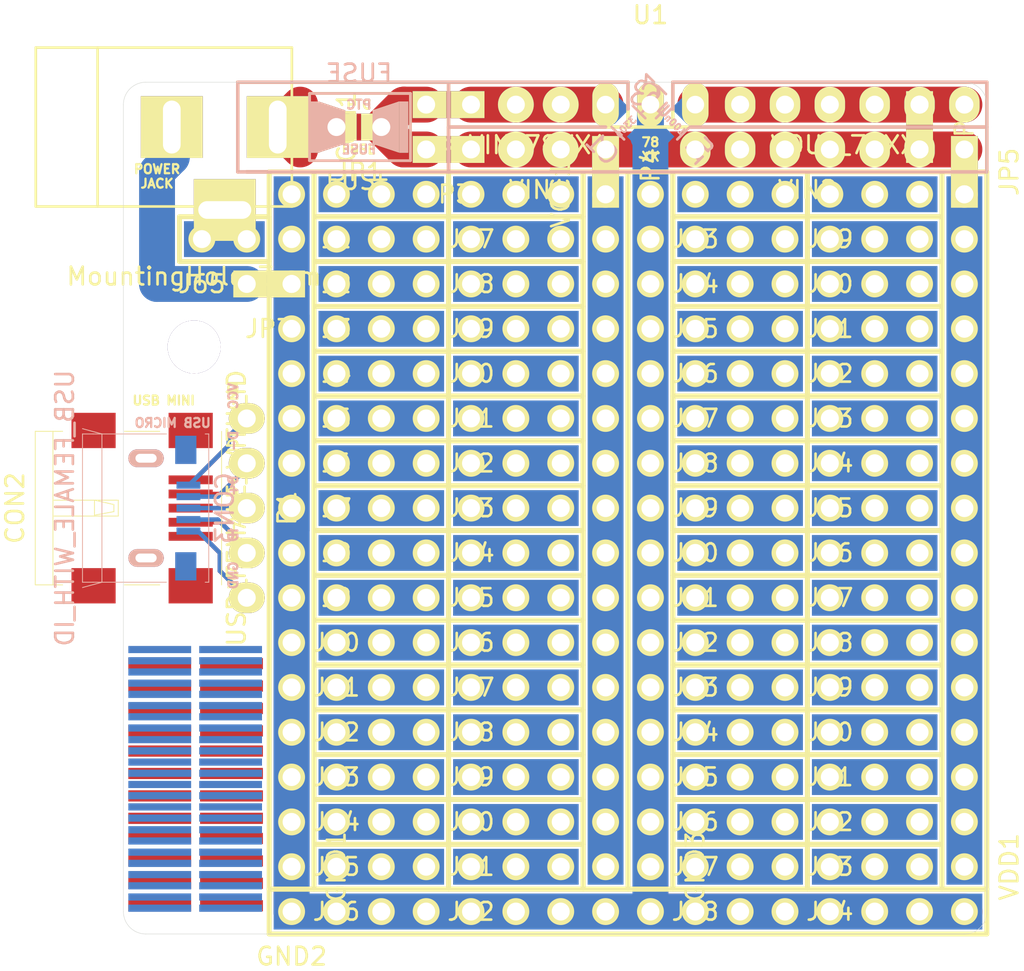
<source format=kicad_pcb>
(kicad_pcb (version 4) (host pcbnew "(2015-01-08 BZR 5360)-product")

  (general
    (links 334)
    (no_connects 9)
    (area 18.365667 17.871 83.044715 73.419)
    (thickness 1.6)
    (drawings 55)
    (tracks 82)
    (zones 0)
    (modules 97)
    (nets 82)
  )

  (page A3)
  (layers
    (0 F.Cu signal)
    (31 B.Cu signal)
    (32 B.Adhes user)
    (33 F.Adhes user)
    (34 B.Paste user)
    (35 F.Paste user)
    (36 B.SilkS user)
    (37 F.SilkS user)
    (38 B.Mask user hide)
    (39 F.Mask user hide)
    (40 Dwgs.User user)
    (41 Cmts.User user)
    (42 Eco1.User user)
    (43 Eco2.User user)
    (44 Edge.Cuts user)
  )

  (setup
    (last_trace_width 0.254)
    (user_trace_width 1.524)
    (user_trace_width 2.032)
    (trace_clearance 0.254)
    (zone_clearance 0.508)
    (zone_45_only no)
    (trace_min 0.254)
    (segment_width 0.2)
    (edge_width 0.0254)
    (via_size 0.889)
    (via_drill 0.635)
    (via_min_size 0.889)
    (via_min_drill 0.508)
    (uvia_size 0.508)
    (uvia_drill 0.127)
    (uvias_allowed no)
    (uvia_min_size 0.508)
    (uvia_min_drill 0.127)
    (pcb_text_width 0.3)
    (pcb_text_size 1 1)
    (mod_edge_width 0.28)
    (mod_text_size 1 1)
    (mod_text_width 0.15)
    (pad_size 3.556 0.635)
    (pad_drill 0)
    (pad_to_mask_clearance 0)
    (aux_axis_origin 0 0)
    (visible_elements FFFCFF0F)
    (pcbplotparams
      (layerselection 0x010f0_80000001)
      (usegerberextensions true)
      (excludeedgelayer false)
      (linewidth 0.150000)
      (plotframeref false)
      (viasonmask false)
      (mode 1)
      (useauxorigin false)
      (hpglpennumber 1)
      (hpglpenspeed 20)
      (hpglpendiameter 15)
      (hpglpenoverlay 2)
      (psnegative false)
      (psa4output false)
      (plotreference false)
      (plotvalue false)
      (plotinvisibletext false)
      (padsonsilk false)
      (subtractmaskfromsilk false)
      (outputformat 1)
      (mirror false)
      (drillshape 0)
      (scaleselection 1)
      (outputdirectory out/50x50_protoboard/))
  )

  (net 0 "")
  (net 1 "Net-(C1-Pad1)")
  (net 2 "Net-(C1-Pad2)")
  (net 3 "Net-(C2-Pad1)")
  (net 4 "Net-(CON1-Pad1)")
  (net 5 "Net-(CON1-Pad2)")
  (net 6 "Net-(CON1-Pad3)")
  (net 7 "Net-(CON2-Pad1)")
  (net 8 "Net-(CON2-Pad2)")
  (net 9 "Net-(CON2-Pad3)")
  (net 10 "Net-(CON2-Pad4)")
  (net 11 "Net-(CON2-Pad5)")
  (net 12 "Net-(CON2-Pad6)")
  (net 13 "Net-(CON3-Pad6)")
  (net 14 "Net-(J1-Pad1)")
  (net 15 "Net-(J2-Pad1)")
  (net 16 "Net-(J3-Pad1)")
  (net 17 "Net-(J4-Pad1)")
  (net 18 "Net-(J5-Pad1)")
  (net 19 "Net-(J6-Pad1)")
  (net 20 "Net-(J7-Pad1)")
  (net 21 "Net-(J8-Pad1)")
  (net 22 "Net-(J9-Pad1)")
  (net 23 "Net-(J10-Pad1)")
  (net 24 "Net-(J11-Pad1)")
  (net 25 "Net-(J12-Pad1)")
  (net 26 "Net-(J13-Pad1)")
  (net 27 "Net-(J14-Pad1)")
  (net 28 "Net-(J15-Pad1)")
  (net 29 "Net-(J16-Pad1)")
  (net 30 "Net-(J17-Pad1)")
  (net 31 "Net-(J18-Pad1)")
  (net 32 "Net-(J19-Pad1)")
  (net 33 "Net-(J20-Pad1)")
  (net 34 "Net-(J21-Pad1)")
  (net 35 "Net-(J22-Pad1)")
  (net 36 "Net-(J23-Pad1)")
  (net 37 "Net-(J24-Pad1)")
  (net 38 "Net-(J25-Pad1)")
  (net 39 "Net-(J26-Pad1)")
  (net 40 "Net-(J27-Pad1)")
  (net 41 "Net-(J28-Pad1)")
  (net 42 "Net-(J29-Pad1)")
  (net 43 "Net-(J30-Pad1)")
  (net 44 "Net-(J31-Pad1)")
  (net 45 "Net-(J32-Pad1)")
  (net 46 "Net-(J33-Pad1)")
  (net 47 "Net-(J34-Pad1)")
  (net 48 "Net-(J35-Pad1)")
  (net 49 "Net-(J36-Pad1)")
  (net 50 "Net-(J37-Pad1)")
  (net 51 "Net-(J38-Pad1)")
  (net 52 "Net-(J39-Pad1)")
  (net 53 "Net-(J40-Pad1)")
  (net 54 "Net-(J41-Pad1)")
  (net 55 "Net-(J42-Pad1)")
  (net 56 "Net-(J43-Pad1)")
  (net 57 "Net-(J44-Pad1)")
  (net 58 "Net-(J45-Pad1)")
  (net 59 "Net-(J46-Pad1)")
  (net 60 "Net-(J47-Pad1)")
  (net 61 "Net-(J48-Pad1)")
  (net 62 "Net-(J49-Pad1)")
  (net 63 "Net-(J50-Pad1)")
  (net 64 "Net-(J51-Pad1)")
  (net 65 "Net-(J52-Pad1)")
  (net 66 "Net-(J53-Pad1)")
  (net 67 "Net-(J54-Pad1)")
  (net 68 "Net-(J55-Pad1)")
  (net 69 "Net-(J56-Pad1)")
  (net 70 "Net-(J57-Pad1)")
  (net 71 "Net-(J58-Pad1)")
  (net 72 "Net-(J59-Pad1)")
  (net 73 "Net-(J60-Pad1)")
  (net 74 "Net-(J61-Pad1)")
  (net 75 "Net-(J62-Pad1)")
  (net 76 "Net-(J63-Pad1)")
  (net 77 "Net-(J64-Pad1)")
  (net 78 "Net-(JP3-Pad2)")
  (net 79 "Net-(JP4-Pad1)")
  (net 80 "Net-(JP5-Pad1)")
  (net 81 "Net-(F1-Pad2)")

  (net_class Default "This is the default net class."
    (clearance 0.254)
    (trace_width 0.254)
    (via_dia 0.889)
    (via_drill 0.635)
    (uvia_dia 0.508)
    (uvia_drill 0.127)
    (add_net "Net-(C1-Pad1)")
    (add_net "Net-(C1-Pad2)")
    (add_net "Net-(C2-Pad1)")
    (add_net "Net-(CON2-Pad1)")
    (add_net "Net-(CON2-Pad2)")
    (add_net "Net-(CON2-Pad3)")
    (add_net "Net-(CON2-Pad4)")
    (add_net "Net-(CON2-Pad5)")
    (add_net "Net-(CON2-Pad6)")
    (add_net "Net-(CON3-Pad6)")
    (add_net "Net-(F1-Pad2)")
    (add_net "Net-(J1-Pad1)")
    (add_net "Net-(J10-Pad1)")
    (add_net "Net-(J11-Pad1)")
    (add_net "Net-(J12-Pad1)")
    (add_net "Net-(J13-Pad1)")
    (add_net "Net-(J14-Pad1)")
    (add_net "Net-(J15-Pad1)")
    (add_net "Net-(J16-Pad1)")
    (add_net "Net-(J17-Pad1)")
    (add_net "Net-(J18-Pad1)")
    (add_net "Net-(J19-Pad1)")
    (add_net "Net-(J2-Pad1)")
    (add_net "Net-(J20-Pad1)")
    (add_net "Net-(J21-Pad1)")
    (add_net "Net-(J22-Pad1)")
    (add_net "Net-(J23-Pad1)")
    (add_net "Net-(J24-Pad1)")
    (add_net "Net-(J25-Pad1)")
    (add_net "Net-(J26-Pad1)")
    (add_net "Net-(J27-Pad1)")
    (add_net "Net-(J28-Pad1)")
    (add_net "Net-(J29-Pad1)")
    (add_net "Net-(J3-Pad1)")
    (add_net "Net-(J30-Pad1)")
    (add_net "Net-(J31-Pad1)")
    (add_net "Net-(J32-Pad1)")
    (add_net "Net-(J33-Pad1)")
    (add_net "Net-(J34-Pad1)")
    (add_net "Net-(J35-Pad1)")
    (add_net "Net-(J36-Pad1)")
    (add_net "Net-(J37-Pad1)")
    (add_net "Net-(J38-Pad1)")
    (add_net "Net-(J39-Pad1)")
    (add_net "Net-(J4-Pad1)")
    (add_net "Net-(J40-Pad1)")
    (add_net "Net-(J41-Pad1)")
    (add_net "Net-(J42-Pad1)")
    (add_net "Net-(J43-Pad1)")
    (add_net "Net-(J44-Pad1)")
    (add_net "Net-(J45-Pad1)")
    (add_net "Net-(J46-Pad1)")
    (add_net "Net-(J47-Pad1)")
    (add_net "Net-(J48-Pad1)")
    (add_net "Net-(J49-Pad1)")
    (add_net "Net-(J5-Pad1)")
    (add_net "Net-(J50-Pad1)")
    (add_net "Net-(J51-Pad1)")
    (add_net "Net-(J52-Pad1)")
    (add_net "Net-(J53-Pad1)")
    (add_net "Net-(J54-Pad1)")
    (add_net "Net-(J55-Pad1)")
    (add_net "Net-(J56-Pad1)")
    (add_net "Net-(J57-Pad1)")
    (add_net "Net-(J58-Pad1)")
    (add_net "Net-(J59-Pad1)")
    (add_net "Net-(J6-Pad1)")
    (add_net "Net-(J60-Pad1)")
    (add_net "Net-(J61-Pad1)")
    (add_net "Net-(J62-Pad1)")
    (add_net "Net-(J63-Pad1)")
    (add_net "Net-(J64-Pad1)")
    (add_net "Net-(J7-Pad1)")
    (add_net "Net-(J8-Pad1)")
    (add_net "Net-(J9-Pad1)")
    (add_net "Net-(JP3-Pad2)")
    (add_net "Net-(JP4-Pad1)")
    (add_net "Net-(JP5-Pad1)")
  )

  (net_class Power ""
    (clearance 0.254)
    (trace_width 2.032)
    (via_dia 0.889)
    (via_drill 0.635)
    (uvia_dia 0.508)
    (uvia_drill 0.127)
    (add_net "Net-(CON1-Pad1)")
    (add_net "Net-(CON1-Pad2)")
    (add_net "Net-(CON1-Pad3)")
  )

  (module Pin_Headers:Pin_Header_Straight_1x05 (layer F.Cu) (tedit 554BFE5E) (tstamp 554CA211)
    (at 36.83 46.99 270)
    (descr "Through hole pin header")
    (tags "pin header")
    (path /53DD87F2)
    (fp_text reference P1 (at 0 -2.286 270) (layer F.SilkS)
      (effects (font (size 1 1) (thickness 0.15)))
    )
    (fp_text value CONN_5 (at 0 0 270) (layer F.SilkS) hide
      (effects (font (size 1 1) (thickness 0.15)))
    )
    (pad 1 thru_hole oval (at -5.08 0 270) (size 1.7272 2.032) (drill 1.016) (layers *.Cu *.Mask F.SilkS)
      (net 7 "Net-(CON2-Pad1)"))
    (pad 2 thru_hole oval (at -2.54 0 270) (size 1.7272 2.032) (drill 1.016) (layers *.Cu *.Mask F.SilkS)
      (net 8 "Net-(CON2-Pad2)"))
    (pad 3 thru_hole oval (at 0 0 270) (size 1.7272 2.032) (drill 1.016) (layers *.Cu *.Mask F.SilkS)
      (net 9 "Net-(CON2-Pad3)"))
    (pad 4 thru_hole oval (at 2.54 0 270) (size 1.7272 2.032) (drill 1.016) (layers *.Cu *.Mask F.SilkS)
      (net 10 "Net-(CON2-Pad4)"))
    (pad 5 thru_hole oval (at 5.08 0 270) (size 1.7272 2.032) (drill 1.016) (layers *.Cu *.Mask F.SilkS)
      (net 11 "Net-(CON2-Pad5)"))
    (model Pin_Headers/Pin_Header_Straight_1x05.wrl
      (at (xyz 0 0 0))
      (scale (xyz 1 1 1))
      (rotate (xyz 0 0 0))
    )
  )

  (module Socket_Strips:Socket_Strip_Straight_1x06 (layer F.Cu) (tedit 554BBE95) (tstamp 554CB481)
    (at 68.58 26.67 180)
    (descr "Through hole socket strip")
    (tags "socket strip")
    (path /554BBC78)
    (fp_text reference VIN2 (at 0 -2.286 180) (layer F.SilkS)
      (effects (font (size 1 1) (thickness 0.15)))
    )
    (fp_text value CONN_6 (at 0 0 180) (layer F.SilkS) hide
      (effects (font (size 1 1) (thickness 0.15)))
    )
    (pad 1 thru_hole oval (at 6.35 0) (size 1.7272 2.032) (drill 1.016) (layers *.Cu *.Mask F.SilkS)
      (net 78 "Net-(JP3-Pad2)"))
    (pad 2 thru_hole oval (at 3.81 0) (size 1.7272 2.032) (drill 1.016) (layers *.Cu *.Mask F.SilkS)
      (net 78 "Net-(JP3-Pad2)"))
    (pad 3 thru_hole oval (at 1.27 0) (size 1.7272 2.032) (drill 1.016) (layers *.Cu *.Mask F.SilkS)
      (net 78 "Net-(JP3-Pad2)"))
    (pad 4 thru_hole oval (at -1.27 0) (size 1.7272 2.032) (drill 1.016) (layers *.Cu *.Mask F.SilkS)
      (net 78 "Net-(JP3-Pad2)"))
    (pad 5 thru_hole oval (at -3.81 0) (size 1.7272 2.032) (drill 1.016) (layers *.Cu *.Mask F.SilkS)
      (net 78 "Net-(JP3-Pad2)"))
    (pad 6 thru_hole oval (at -6.35 0) (size 1.7272 2.032) (drill 1.016) (layers *.Cu *.Mask F.SilkS)
      (net 78 "Net-(JP3-Pad2)"))
    (model Socket_Strips/Socket_Strip_Straight_1x06.wrl
      (at (xyz 0 0 0))
      (scale (xyz 1 1 1))
      (rotate (xyz 0 0 0))
    )
  )

  (module Socket_Strips:Socket_Strip_Straight_1x06 (layer F.Cu) (tedit 554BBE84) (tstamp 554CB49F)
    (at 71.12 24.13 180)
    (descr "Through hole socket strip")
    (tags "socket strip")
    (path /554BB9EB)
    (fp_text reference VOUT_78XX1 (at 0 -2.286 180) (layer F.SilkS)
      (effects (font (size 1 1) (thickness 0.15)))
    )
    (fp_text value CONN_6 (at 0 0 180) (layer F.SilkS) hide
      (effects (font (size 1 1) (thickness 0.15)))
    )
    (pad 1 thru_hole oval (at 6.35 0) (size 1.7272 2.032) (drill 1.016) (layers *.Cu *.Mask F.SilkS)
      (net 3 "Net-(C2-Pad1)"))
    (pad 2 thru_hole oval (at 3.81 0) (size 1.7272 2.032) (drill 1.016) (layers *.Cu *.Mask F.SilkS)
      (net 3 "Net-(C2-Pad1)"))
    (pad 3 thru_hole oval (at 1.27 0) (size 1.7272 2.032) (drill 1.016) (layers *.Cu *.Mask F.SilkS)
      (net 3 "Net-(C2-Pad1)"))
    (pad 4 thru_hole oval (at -1.27 0) (size 1.7272 2.032) (drill 1.016) (layers *.Cu *.Mask F.SilkS)
      (net 3 "Net-(C2-Pad1)"))
    (pad 5 thru_hole oval (at -3.81 0) (size 1.7272 2.032) (drill 1.016) (layers *.Cu *.Mask F.SilkS)
      (net 3 "Net-(C2-Pad1)"))
    (pad 6 thru_hole oval (at -6.35 0) (size 1.7272 2.032) (drill 1.016) (layers *.Cu *.Mask F.SilkS)
      (net 3 "Net-(C2-Pad1)"))
    (model Socket_Strips/Socket_Strip_Straight_1x06.wrl
      (at (xyz 0 0 0))
      (scale (xyz 1 1 1))
      (rotate (xyz 0 0 0))
    )
  )

  (module Socket_Strips:Socket_Strip_Straight_1x02 (layer F.Cu) (tedit 554BBDDD) (tstamp 554BC26C)
    (at 53.34 24.13 180)
    (descr "Through hole socket strip")
    (tags "socket strip")
    (path /554BC195)
    (fp_text reference VIN_78XX1 (at 0 -2.286 180) (layer F.SilkS)
      (effects (font (size 1 1) (thickness 0.15)))
    )
    (fp_text value CONN_2 (at 0 0 180) (layer F.SilkS) hide
      (effects (font (size 1 1) (thickness 0.15)))
    )
    (pad 1 thru_hole oval (at 1.27 0) (size 2.032 2.032) (drill 1.016) (layers *.Cu *.Mask F.SilkS)
      (net 1 "Net-(C1-Pad1)"))
    (pad 2 thru_hole oval (at -1.27 0) (size 2.032 2.032) (drill 1.016) (layers *.Cu *.Mask F.SilkS)
      (net 1 "Net-(C1-Pad1)"))
    (model Socket_Strips/Socket_Strip_Straight_1x02.wrl
      (at (xyz 0 0 0))
      (scale (xyz 1 1 1))
      (rotate (xyz 0 0 0))
    )
  )

  (module Socket_Strips:Socket_Strip_Straight_1x02 (layer F.Cu) (tedit 554BBDC7) (tstamp 554BC261)
    (at 53.34 26.67 180)
    (descr "Through hole socket strip")
    (tags "socket strip")
    (path /554BCE60)
    (fp_text reference VIN1 (at 0 -2.286 180) (layer F.SilkS)
      (effects (font (size 1 1) (thickness 0.15)))
    )
    (fp_text value CONN_2 (at 0 0 180) (layer F.SilkS) hide
      (effects (font (size 1 1) (thickness 0.15)))
    )
    (pad 1 thru_hole oval (at 1.27 0) (size 2.032 2.032) (drill 1.016) (layers *.Cu *.Mask F.SilkS)
      (net 78 "Net-(JP3-Pad2)"))
    (pad 2 thru_hole oval (at -1.27 0) (size 2.032 2.032) (drill 1.016) (layers *.Cu *.Mask F.SilkS)
      (net 78 "Net-(JP3-Pad2)"))
    (model Socket_Strips/Socket_Strip_Straight_1x02.wrl
      (at (xyz 0 0 0))
      (scale (xyz 1 1 1))
      (rotate (xyz 0 0 0))
    )
  )

  (module Transistors_TO-220:TO-220_Neutral123_Vertical (layer F.Cu) (tedit 554BB523) (tstamp 554CAF65)
    (at 59.69 24.13)
    (descr "TO-220, Neutral, Vertical,")
    (tags "TO-220, Neutral, Vertical,")
    (path /554BAE87)
    (fp_text reference U1 (at 0 -5.08) (layer F.SilkS)
      (effects (font (size 1 1) (thickness 0.15)))
    )
    (fp_text value LM7805CT (at 0 3.81) (layer F.SilkS) hide
      (effects (font (size 1 1) (thickness 0.15)))
    )
    (pad 2 thru_hole oval (at 0 0 90) (size 2.49936 1.50114) (drill 1.00076) (layers *.Cu *.Mask F.SilkS)
      (net 2 "Net-(C1-Pad2)"))
    (pad 1 thru_hole oval (at -2.54 0 90) (size 2.49936 1.50114) (drill 1.00076) (layers *.Cu *.Mask F.SilkS)
      (net 1 "Net-(C1-Pad1)"))
    (pad 3 thru_hole oval (at 2.54 0 90) (size 2.49936 1.50114) (drill 1.00076) (layers *.Cu *.Mask F.SilkS)
      (net 3 "Net-(C2-Pad1)"))
    (model Transistors_TO-220/TO-220_Neutral123_Vertical.wrl
      (at (xyz 0 0 0))
      (scale (xyz 0.3937 0.3937 0.3937))
      (rotate (xyz 0 0 0))
    )
  )

  (module Connect:BARREL_JACK (layer F.Cu) (tedit 554BA320) (tstamp 554C9E81)
    (at 32.385 25.4)
    (descr "DC Barrel Jack")
    (tags "Power Jack")
    (path /53DD4216)
    (fp_text reference CON1 (at 10.09904 0 90) (layer F.SilkS)
      (effects (font (size 1 1) (thickness 0.15)))
    )
    (fp_text value BARREL_JACK (at 0 -5.99948) (layer F.SilkS) hide
      (effects (font (size 1 1) (thickness 0.15)))
    )
    (fp_line (start -4.0005 -4.50088) (end -4.0005 4.50088) (layer F.SilkS) (width 0.15))
    (fp_line (start -7.50062 -4.50088) (end -7.50062 4.50088) (layer F.SilkS) (width 0.15))
    (fp_line (start -7.50062 4.50088) (end 7.00024 4.50088) (layer F.SilkS) (width 0.15))
    (fp_line (start 7.00024 4.50088) (end 7.00024 -4.50088) (layer F.SilkS) (width 0.15))
    (fp_line (start 7.00024 -4.50088) (end -7.50062 -4.50088) (layer F.SilkS) (width 0.15))
    (pad 1 thru_hole rect (at 6.20014 0) (size 3.50012 3.50012) (drill oval 1.00076 2.99974) (layers *.Cu *.Mask F.SilkS)
      (net 4 "Net-(CON1-Pad1)"))
    (pad 2 thru_hole rect (at 0.20066 0) (size 3.50012 3.50012) (drill oval 1.00076 2.99974) (layers *.Cu *.Mask F.SilkS)
      (net 5 "Net-(CON1-Pad2)"))
    (pad 3 thru_hole rect (at 3.2004 4.699) (size 3.50012 3.50012) (drill oval 2.99974 1.00076) (layers *.Cu *.Mask F.SilkS)
      (net 6 "Net-(CON1-Pad3)"))
  )

  (module Connectors:USB_Mini-B_Female (layer F.Cu) (tedit 54D6C508) (tstamp 554CA5E9)
    (at 33.655 46.99 270)
    (path /554C4729)
    (fp_text reference CON2 (at 0 9.95 450) (layer F.SilkS)
      (effects (font (size 1 1) (thickness 0.15)))
    )
    (fp_text value USB_FEMALE_WITH_ID (at 0 -2.6 450) (layer F.SilkS)
      (effects (font (size 1 1) (thickness 0.15)))
    )
    (fp_line (start -4.35 7.25) (end -4.35 7.8) (layer F.SilkS) (width 0.05))
    (fp_line (start 4.35 7.25) (end 4.35 7.8) (layer F.SilkS) (width 0.05))
    (fp_line (start 4.35 7.8) (end 4.35 8.8) (layer F.SilkS) (width 0.05))
    (fp_line (start -4.35 7.8) (end -4.35 8.8) (layer F.SilkS) (width 0.05))
    (fp_line (start -4.35 1.75) (end -4.35 3.75) (layer F.SilkS) (width 0.05))
    (fp_line (start 4.35 1.75) (end 4.35 3.75) (layer F.SilkS) (width 0.05))
    (fp_line (start -4.35 -1.75) (end 4.35 -1.75) (layer F.SilkS) (width 0.05))
    (fp_line (start 0.4 5.45) (end 0.2 4.35) (layer F.SilkS) (width 0.05))
    (fp_line (start 0.2 4.35) (end -0.2 4.35) (layer F.SilkS) (width 0.05))
    (fp_line (start -0.2 4.35) (end -0.45 5.45) (layer F.SilkS) (width 0.05))
    (fp_line (start -0.45 5.45) (end 0.45 5.45) (layer F.SilkS) (width 0.05))
    (fp_line (start -0.45 7.8) (end -0.45 4.1) (layer F.SilkS) (width 0.05))
    (fp_line (start -0.45 4.1) (end 0.45 4.1) (layer F.SilkS) (width 0.05))
    (fp_line (start 0.45 4.1) (end 0.45 7.8) (layer F.SilkS) (width 0.05))
    (fp_line (start -4.35 7.8) (end 4.35 7.8) (layer F.SilkS) (width 0.05))
    (fp_line (start -4.35 8.8) (end 4.35 8.8) (layer F.SilkS) (width 0.05))
    (pad 1 smd rect (at -1.6 0 90) (size 0.5 2.5) (layers F.Cu F.Paste F.Mask)
      (net 7 "Net-(CON2-Pad1)"))
    (pad 2 smd rect (at -0.8 0 90) (size 0.5 2.5) (layers F.Cu F.Paste F.Mask)
      (net 8 "Net-(CON2-Pad2)"))
    (pad 3 smd rect (at 0 0 90) (size 0.5 2.5) (layers F.Cu F.Paste F.Mask)
      (net 9 "Net-(CON2-Pad3)"))
    (pad 4 smd rect (at 0.8 0 90) (size 0.5 2.5) (layers F.Cu F.Paste F.Mask)
      (net 10 "Net-(CON2-Pad4)"))
    (pad 5 smd rect (at 1.6 0 90) (size 0.5 2.5) (layers F.Cu F.Paste F.Mask)
      (net 11 "Net-(CON2-Pad5)"))
    (pad 6 smd rect (at 4.4 5.5 90) (size 2 2.5) (layers F.Cu F.Paste F.Mask)
      (net 12 "Net-(CON2-Pad6)"))
    (pad 6 smd rect (at 4.4 0 90) (size 2 2.5) (layers F.Cu F.Paste F.Mask)
      (net 12 "Net-(CON2-Pad6)"))
    (pad 6 smd rect (at -4.4 0 90) (size 2 2.5) (layers F.Cu F.Paste F.Mask)
      (net 12 "Net-(CON2-Pad6)"))
    (pad 6 smd rect (at -4.4 5.5 90) (size 2 2.5) (layers F.Cu F.Paste F.Mask)
      (net 12 "Net-(CON2-Pad6)"))
  )

  (module Connectors:USB_Micro-B_Female_Wellco_AUSB_1011_05S2 (layer B.Cu) (tedit 554BAFF4) (tstamp 554CA604)
    (at 33.528 46.99 90)
    (path /554C498A)
    (fp_text reference CON3 (at 0 2.05 90) (layer B.SilkS)
      (effects (font (size 1 1) (thickness 0.15)) (justify mirror))
    )
    (fp_text value USB_FEMALE_WITH_ID (at 0 -7 90) (layer B.SilkS)
      (effects (font (size 1 1) (thickness 0.15)) (justify mirror))
    )
    (fp_line (start -4.2 1.15) (end -4.2 0.95) (layer B.SilkS) (width 0.05))
    (fp_line (start 4.2 1.15) (end 4.2 0.95) (layer B.SilkS) (width 0.05))
    (fp_line (start -4.2 1.15) (end 4.2 1.15) (layer B.SilkS) (width 0.05))
    (fp_line (start 4.2 -1.25) (end 4.2 -5.4) (layer B.SilkS) (width 0.05))
    (fp_line (start -4.2 -1.25) (end -4.2 -5.4) (layer B.SilkS) (width 0.05))
    (fp_line (start 4.2 -6) (end -4.2 -6) (layer B.SilkS) (width 0.05))
    (fp_line (start -4.2 -6) (end -4.2 -5.4) (layer B.SilkS) (width 0.05))
    (fp_line (start 4.2 -6) (end 4.2 -5.4) (layer B.SilkS) (width 0.05))
    (fp_line (start 4.2 -4.9) (end 4.5 -6) (layer B.SilkS) (width 0.05))
    (fp_line (start -4.2 -4.9) (end -4.5 -6) (layer B.SilkS) (width 0.05))
    (fp_line (start 4.2 -4.9) (end -4.2 -4.9) (layer B.SilkS) (width 0.05))
    (pad 6 thru_hole oval (at 2.825 -2.4 270) (size 1 2) (drill oval 0.5 1.2) (layers *.Cu *.Mask B.SilkS)
      (net 13 "Net-(CON3-Pad6)") (clearance 0.25))
    (pad 1 smd rect (at -1.3 0 270) (size 0.4 1.35) (layers B.Cu B.Paste B.Mask)
      (net 11 "Net-(CON2-Pad5)"))
    (pad 2 smd rect (at -0.65 0 270) (size 0.4 1.35) (layers B.Cu B.Paste B.Mask)
      (net 10 "Net-(CON2-Pad4)"))
    (pad 3 smd rect (at 0 0 270) (size 0.4 1.35) (layers B.Cu B.Paste B.Mask)
      (net 9 "Net-(CON2-Pad3)"))
    (pad 4 smd rect (at 0.65 0 270) (size 0.4 1.35) (layers B.Cu B.Paste B.Mask)
      (net 8 "Net-(CON2-Pad2)"))
    (pad 5 smd rect (at 1.3 0 270) (size 0.4 1.35) (layers B.Cu B.Paste B.Mask)
      (net 7 "Net-(CON2-Pad1)"))
    (pad 6 thru_hole oval (at -2.825 -2.4 270) (size 1 2) (drill oval 0.5 1.2) (layers *.Cu *.Mask B.SilkS)
      (net 13 "Net-(CON3-Pad6)") (clearance 0.25))
    (pad 6 smd rect (at -3.3 -0.15 270) (size 1.6 1.2) (layers B.Cu B.Paste B.Mask)
      (net 13 "Net-(CON3-Pad6)") (clearance 0.249999))
    (pad 6 smd rect (at 3.3 -0.15 270) (size 1.6 1.2) (layers B.Cu B.Paste B.Mask)
      (net 13 "Net-(CON3-Pad6)") (clearance 0.24999))
  )

  (module Muonde:CC12ZZ (layer F.Cu) (tedit 554BA35B) (tstamp 554CA532)
    (at 43.18 25.4)
    (path /53DDB6F8)
    (fp_text reference F1 (at -0.127 -2.794) (layer F.SilkS) hide
      (effects (font (size 1 1) (thickness 0.15)))
    )
    (fp_text value FUSE (at 0 3.048) (layer F.SilkS)
      (effects (font (size 1 1) (thickness 0.15)))
    )
    (fp_line (start -2.794 -1.905) (end 2.921 -1.905) (layer F.SilkS) (width 0.15))
    (fp_line (start 2.921 -1.905) (end 2.921 1.905) (layer F.SilkS) (width 0.15))
    (fp_line (start 2.921 1.905) (end -2.794 1.905) (layer F.SilkS) (width 0.15))
    (fp_line (start -2.794 1.905) (end -2.794 -1.905) (layer F.SilkS) (width 0.15))
    (pad 1 smd trapezoid (at -1.524 0) (size 1.50114 2.39268) (rect_delta 0.50038 0 ) (layers F.Cu F.Paste F.SilkS F.Mask)
      (net 4 "Net-(CON1-Pad1)"))
    (pad 2 smd trapezoid (at 1.524 0) (size 1.50114 2.39268) (rect_delta -0.50038 0 ) (layers F.Cu F.Paste F.SilkS F.Mask)
      (net 81 "Net-(F1-Pad2)"))
    (pad 2 smd rect (at 2.54 0) (size 0.50038 2.90068) (layers F.Cu F.Paste F.SilkS F.Mask)
      (net 81 "Net-(F1-Pad2)"))
    (pad 1 smd rect (at -2.4892 0) (size 0.50038 2.90068) (layers F.Cu F.Paste F.SilkS F.Mask)
      (net 4 "Net-(CON1-Pad1)"))
  )

  (module Muonde:CC12ZZ (layer B.Cu) (tedit 554BA35B) (tstamp 554C9ECC)
    (at 43.18 25.4)
    (path /53DDB707)
    (fp_text reference F2 (at -0.127 2.794) (layer B.SilkS) hide
      (effects (font (size 1 1) (thickness 0.15)) (justify mirror))
    )
    (fp_text value FUSE (at 0 -3.048) (layer B.SilkS)
      (effects (font (size 1 1) (thickness 0.15)) (justify mirror))
    )
    (fp_line (start -2.794 1.905) (end 2.921 1.905) (layer B.SilkS) (width 0.15))
    (fp_line (start 2.921 1.905) (end 2.921 -1.905) (layer B.SilkS) (width 0.15))
    (fp_line (start 2.921 -1.905) (end -2.794 -1.905) (layer B.SilkS) (width 0.15))
    (fp_line (start -2.794 -1.905) (end -2.794 1.905) (layer B.SilkS) (width 0.15))
    (pad 1 smd trapezoid (at -1.524 0) (size 1.50114 2.39268) (rect_delta 0.50038 0 ) (layers B.Cu B.Paste B.SilkS B.Mask)
      (net 4 "Net-(CON1-Pad1)"))
    (pad 2 smd trapezoid (at 1.524 0) (size 1.50114 2.39268) (rect_delta -0.50038 0 ) (layers B.Cu B.Paste B.SilkS B.Mask)
      (net 81 "Net-(F1-Pad2)"))
    (pad 2 smd rect (at 2.54 0) (size 0.50038 2.90068) (layers B.Cu B.Paste B.SilkS B.Mask)
      (net 81 "Net-(F1-Pad2)"))
    (pad 1 smd rect (at -2.4892 0) (size 0.50038 2.90068) (layers B.Cu B.Paste B.SilkS B.Mask)
      (net 4 "Net-(CON1-Pad1)"))
  )

  (module 2.54mm_Pin_Headers:Interconnect_1x16 (layer F.Cu) (tedit 54B17F04) (tstamp 554C9ED7)
    (at 39.37 67.31 90)
    (path /53DD3555)
    (fp_text reference GND1 (at 0 2.54 90) (layer F.SilkS)
      (effects (font (size 1 1) (thickness 0.15)))
    )
    (fp_text value INTERCONNECT_16X1 (at 0 -2.54 90) (layer F.SilkS) hide
      (effects (font (size 1 1) (thickness 0.15)))
    )
    (fp_line (start 39.37 -1.27) (end -1.27 -1.27) (layer F.SilkS) (width 0.28))
    (fp_line (start -1.27 -1.27) (end -1.27 1.27) (layer F.SilkS) (width 0.28))
    (fp_line (start -1.27 1.27) (end 39.37 1.27) (layer F.SilkS) (width 0.28))
    (fp_line (start 39.37 1.27) (end 39.37 -1.27) (layer F.SilkS) (width 0.28))
    (pad 1 smd rect (at 19.05 0 90) (size 40.132 2.032) (layers B.Cu B.Mask)
      (net 2 "Net-(C1-Pad2)"))
    (pad 1 thru_hole circle (at 0 0 90) (size 1.524 1.524) (drill 1.016) (layers *.Cu *.Mask F.SilkS)
      (net 2 "Net-(C1-Pad2)"))
    (pad 1 thru_hole circle (at 2.54 0 90) (size 1.524 1.524) (drill 1.016) (layers *.Cu *.Mask F.SilkS)
      (net 2 "Net-(C1-Pad2)"))
    (pad 1 thru_hole circle (at 5.08 0 90) (size 1.524 1.524) (drill 1.016) (layers *.Cu *.Mask F.SilkS)
      (net 2 "Net-(C1-Pad2)"))
    (pad 1 thru_hole circle (at 7.62 0 90) (size 1.524 1.524) (drill 1.016) (layers *.Cu *.Mask F.SilkS)
      (net 2 "Net-(C1-Pad2)"))
    (pad 1 thru_hole circle (at 10.16 0 90) (size 1.524 1.524) (drill 1.016) (layers *.Cu *.Mask F.SilkS)
      (net 2 "Net-(C1-Pad2)"))
    (pad 1 thru_hole circle (at 12.7 0 90) (size 1.524 1.524) (drill 1.016) (layers *.Cu *.Mask F.SilkS)
      (net 2 "Net-(C1-Pad2)"))
    (pad 1 thru_hole circle (at 15.24 0 90) (size 1.524 1.524) (drill 1.016) (layers *.Cu *.Mask F.SilkS)
      (net 2 "Net-(C1-Pad2)"))
    (pad 1 thru_hole circle (at 17.78 0 90) (size 1.524 1.524) (drill 1.016) (layers *.Cu *.Mask F.SilkS)
      (net 2 "Net-(C1-Pad2)"))
    (pad 1 thru_hole circle (at 20.32 0 90) (size 1.524 1.524) (drill 1.016) (layers *.Cu *.Mask F.SilkS)
      (net 2 "Net-(C1-Pad2)"))
    (pad 1 thru_hole circle (at 22.86 0 90) (size 1.524 1.524) (drill 1.016) (layers *.Cu *.Mask F.SilkS)
      (net 2 "Net-(C1-Pad2)"))
    (pad 1 thru_hole circle (at 25.4 0 90) (size 1.524 1.524) (drill 1.016) (layers *.Cu *.Mask F.SilkS)
      (net 2 "Net-(C1-Pad2)"))
    (pad 1 thru_hole circle (at 27.94 0 90) (size 1.524 1.524) (drill 1.016) (layers *.Cu *.Mask F.SilkS)
      (net 2 "Net-(C1-Pad2)"))
    (pad 1 thru_hole circle (at 30.48 0 90) (size 1.524 1.524) (drill 1.016) (layers *.Cu *.Mask F.SilkS)
      (net 2 "Net-(C1-Pad2)"))
    (pad 1 thru_hole circle (at 33.02 0 90) (size 1.524 1.524) (drill 1.016) (layers *.Cu *.Mask F.SilkS)
      (net 2 "Net-(C1-Pad2)"))
    (pad 1 thru_hole circle (at 35.56 0 90) (size 1.524 1.524) (drill 1.016) (layers *.Cu *.Mask F.SilkS)
      (net 2 "Net-(C1-Pad2)"))
    (pad 1 thru_hole circle (at 38.1 0 90) (size 1.524 1.524) (drill 1.016) (layers *.Cu *.Mask F.SilkS)
      (net 2 "Net-(C1-Pad2)"))
  )

  (module 2.54mm_Pin_Headers:Interconnect_1x16 (layer F.Cu) (tedit 54B17F04) (tstamp 554C9EEF)
    (at 39.37 69.85)
    (path /53DD3867)
    (fp_text reference GND2 (at 0 2.54) (layer F.SilkS)
      (effects (font (size 1 1) (thickness 0.15)))
    )
    (fp_text value INTERCONNECT_16X1 (at 0 -2.54) (layer F.SilkS) hide
      (effects (font (size 1 1) (thickness 0.15)))
    )
    (fp_line (start 39.37 -1.27) (end -1.27 -1.27) (layer F.SilkS) (width 0.28))
    (fp_line (start -1.27 -1.27) (end -1.27 1.27) (layer F.SilkS) (width 0.28))
    (fp_line (start -1.27 1.27) (end 39.37 1.27) (layer F.SilkS) (width 0.28))
    (fp_line (start 39.37 1.27) (end 39.37 -1.27) (layer F.SilkS) (width 0.28))
    (pad 1 smd rect (at 19.05 0) (size 40.132 2.032) (layers B.Cu B.Mask)
      (net 2 "Net-(C1-Pad2)"))
    (pad 1 thru_hole circle (at 0 0) (size 1.524 1.524) (drill 1.016) (layers *.Cu *.Mask F.SilkS)
      (net 2 "Net-(C1-Pad2)"))
    (pad 1 thru_hole circle (at 2.54 0) (size 1.524 1.524) (drill 1.016) (layers *.Cu *.Mask F.SilkS)
      (net 2 "Net-(C1-Pad2)"))
    (pad 1 thru_hole circle (at 5.08 0) (size 1.524 1.524) (drill 1.016) (layers *.Cu *.Mask F.SilkS)
      (net 2 "Net-(C1-Pad2)"))
    (pad 1 thru_hole circle (at 7.62 0) (size 1.524 1.524) (drill 1.016) (layers *.Cu *.Mask F.SilkS)
      (net 2 "Net-(C1-Pad2)"))
    (pad 1 thru_hole circle (at 10.16 0) (size 1.524 1.524) (drill 1.016) (layers *.Cu *.Mask F.SilkS)
      (net 2 "Net-(C1-Pad2)"))
    (pad 1 thru_hole circle (at 12.7 0) (size 1.524 1.524) (drill 1.016) (layers *.Cu *.Mask F.SilkS)
      (net 2 "Net-(C1-Pad2)"))
    (pad 1 thru_hole circle (at 15.24 0) (size 1.524 1.524) (drill 1.016) (layers *.Cu *.Mask F.SilkS)
      (net 2 "Net-(C1-Pad2)"))
    (pad 1 thru_hole circle (at 17.78 0) (size 1.524 1.524) (drill 1.016) (layers *.Cu *.Mask F.SilkS)
      (net 2 "Net-(C1-Pad2)"))
    (pad 1 thru_hole circle (at 20.32 0) (size 1.524 1.524) (drill 1.016) (layers *.Cu *.Mask F.SilkS)
      (net 2 "Net-(C1-Pad2)"))
    (pad 1 thru_hole circle (at 22.86 0) (size 1.524 1.524) (drill 1.016) (layers *.Cu *.Mask F.SilkS)
      (net 2 "Net-(C1-Pad2)"))
    (pad 1 thru_hole circle (at 25.4 0) (size 1.524 1.524) (drill 1.016) (layers *.Cu *.Mask F.SilkS)
      (net 2 "Net-(C1-Pad2)"))
    (pad 1 thru_hole circle (at 27.94 0) (size 1.524 1.524) (drill 1.016) (layers *.Cu *.Mask F.SilkS)
      (net 2 "Net-(C1-Pad2)"))
    (pad 1 thru_hole circle (at 30.48 0) (size 1.524 1.524) (drill 1.016) (layers *.Cu *.Mask F.SilkS)
      (net 2 "Net-(C1-Pad2)"))
    (pad 1 thru_hole circle (at 33.02 0) (size 1.524 1.524) (drill 1.016) (layers *.Cu *.Mask F.SilkS)
      (net 2 "Net-(C1-Pad2)"))
    (pad 1 thru_hole circle (at 35.56 0) (size 1.524 1.524) (drill 1.016) (layers *.Cu *.Mask F.SilkS)
      (net 2 "Net-(C1-Pad2)"))
    (pad 1 thru_hole circle (at 38.1 0) (size 1.524 1.524) (drill 1.016) (layers *.Cu *.Mask F.SilkS)
      (net 2 "Net-(C1-Pad2)"))
  )

  (module 2.54mm_Pin_Headers:Interconnect_1x03 (layer F.Cu) (tedit 54B17E29) (tstamp 554CA40B)
    (at 41.91 29.21)
    (path /53DD38F5)
    (fp_text reference J1 (at 0 2.54) (layer F.SilkS)
      (effects (font (size 1 1) (thickness 0.15)))
    )
    (fp_text value INTERCONNECT_3X1 (at 0 -2.54) (layer F.SilkS) hide
      (effects (font (size 1 1) (thickness 0.15)))
    )
    (fp_line (start 6.35 -1.27) (end -1.27 -1.27) (layer F.SilkS) (width 0.28))
    (fp_line (start -1.27 -1.27) (end -1.27 1.27) (layer F.SilkS) (width 0.28))
    (fp_line (start -1.27 1.27) (end 6.35 1.27) (layer F.SilkS) (width 0.28))
    (fp_line (start 6.35 1.27) (end 6.35 -1.27) (layer F.SilkS) (width 0.28))
    (pad 1 smd rect (at 2.54 0) (size 7.112 2.032) (layers B.Cu B.Mask)
      (net 14 "Net-(J1-Pad1)"))
    (pad 1 thru_hole circle (at 0 0) (size 1.524 1.524) (drill 1.016) (layers *.Cu *.Mask F.SilkS)
      (net 14 "Net-(J1-Pad1)"))
    (pad 1 thru_hole circle (at 2.54 0) (size 1.524 1.524) (drill 1.016) (layers *.Cu *.Mask F.SilkS)
      (net 14 "Net-(J1-Pad1)"))
    (pad 1 thru_hole circle (at 5.08 0) (size 1.524 1.524) (drill 1.016) (layers *.Cu *.Mask F.SilkS)
      (net 14 "Net-(J1-Pad1)"))
  )

  (module 2.54mm_Pin_Headers:Interconnect_1x03 (layer F.Cu) (tedit 54B17E29) (tstamp 554C9F28)
    (at 41.91 31.75)
    (path /53DD39F9)
    (fp_text reference J2 (at 0 2.54) (layer F.SilkS)
      (effects (font (size 1 1) (thickness 0.15)))
    )
    (fp_text value INTERCONNECT_3X1 (at 0 -2.54) (layer F.SilkS) hide
      (effects (font (size 1 1) (thickness 0.15)))
    )
    (fp_line (start 6.35 -1.27) (end -1.27 -1.27) (layer F.SilkS) (width 0.28))
    (fp_line (start -1.27 -1.27) (end -1.27 1.27) (layer F.SilkS) (width 0.28))
    (fp_line (start -1.27 1.27) (end 6.35 1.27) (layer F.SilkS) (width 0.28))
    (fp_line (start 6.35 1.27) (end 6.35 -1.27) (layer F.SilkS) (width 0.28))
    (pad 1 smd rect (at 2.54 0) (size 7.112 2.032) (layers B.Cu B.Mask)
      (net 15 "Net-(J2-Pad1)"))
    (pad 1 thru_hole circle (at 0 0) (size 1.524 1.524) (drill 1.016) (layers *.Cu *.Mask F.SilkS)
      (net 15 "Net-(J2-Pad1)"))
    (pad 1 thru_hole circle (at 2.54 0) (size 1.524 1.524) (drill 1.016) (layers *.Cu *.Mask F.SilkS)
      (net 15 "Net-(J2-Pad1)"))
    (pad 1 thru_hole circle (at 5.08 0) (size 1.524 1.524) (drill 1.016) (layers *.Cu *.Mask F.SilkS)
      (net 15 "Net-(J2-Pad1)"))
  )

  (module 2.54mm_Pin_Headers:Interconnect_1x03 (layer F.Cu) (tedit 54B17E29) (tstamp 554C9F33)
    (at 41.91 34.29)
    (path /53DD3A09)
    (fp_text reference J3 (at 0 2.54) (layer F.SilkS)
      (effects (font (size 1 1) (thickness 0.15)))
    )
    (fp_text value INTERCONNECT_3X1 (at 0 -2.54) (layer F.SilkS) hide
      (effects (font (size 1 1) (thickness 0.15)))
    )
    (fp_line (start 6.35 -1.27) (end -1.27 -1.27) (layer F.SilkS) (width 0.28))
    (fp_line (start -1.27 -1.27) (end -1.27 1.27) (layer F.SilkS) (width 0.28))
    (fp_line (start -1.27 1.27) (end 6.35 1.27) (layer F.SilkS) (width 0.28))
    (fp_line (start 6.35 1.27) (end 6.35 -1.27) (layer F.SilkS) (width 0.28))
    (pad 1 smd rect (at 2.54 0) (size 7.112 2.032) (layers B.Cu B.Mask)
      (net 16 "Net-(J3-Pad1)"))
    (pad 1 thru_hole circle (at 0 0) (size 1.524 1.524) (drill 1.016) (layers *.Cu *.Mask F.SilkS)
      (net 16 "Net-(J3-Pad1)"))
    (pad 1 thru_hole circle (at 2.54 0) (size 1.524 1.524) (drill 1.016) (layers *.Cu *.Mask F.SilkS)
      (net 16 "Net-(J3-Pad1)"))
    (pad 1 thru_hole circle (at 5.08 0) (size 1.524 1.524) (drill 1.016) (layers *.Cu *.Mask F.SilkS)
      (net 16 "Net-(J3-Pad1)"))
  )

  (module 2.54mm_Pin_Headers:Interconnect_1x03 (layer F.Cu) (tedit 54B17E29) (tstamp 554C9F3E)
    (at 41.91 36.83)
    (path /53DD3A19)
    (fp_text reference J4 (at 0 2.54) (layer F.SilkS)
      (effects (font (size 1 1) (thickness 0.15)))
    )
    (fp_text value INTERCONNECT_3X1 (at 0 -2.54) (layer F.SilkS) hide
      (effects (font (size 1 1) (thickness 0.15)))
    )
    (fp_line (start 6.35 -1.27) (end -1.27 -1.27) (layer F.SilkS) (width 0.28))
    (fp_line (start -1.27 -1.27) (end -1.27 1.27) (layer F.SilkS) (width 0.28))
    (fp_line (start -1.27 1.27) (end 6.35 1.27) (layer F.SilkS) (width 0.28))
    (fp_line (start 6.35 1.27) (end 6.35 -1.27) (layer F.SilkS) (width 0.28))
    (pad 1 smd rect (at 2.54 0) (size 7.112 2.032) (layers B.Cu B.Mask)
      (net 17 "Net-(J4-Pad1)"))
    (pad 1 thru_hole circle (at 0 0) (size 1.524 1.524) (drill 1.016) (layers *.Cu *.Mask F.SilkS)
      (net 17 "Net-(J4-Pad1)"))
    (pad 1 thru_hole circle (at 2.54 0) (size 1.524 1.524) (drill 1.016) (layers *.Cu *.Mask F.SilkS)
      (net 17 "Net-(J4-Pad1)"))
    (pad 1 thru_hole circle (at 5.08 0) (size 1.524 1.524) (drill 1.016) (layers *.Cu *.Mask F.SilkS)
      (net 17 "Net-(J4-Pad1)"))
  )

  (module 2.54mm_Pin_Headers:Interconnect_1x03 (layer F.Cu) (tedit 54B17E29) (tstamp 554C9F49)
    (at 41.91 39.37)
    (path /53DD3A29)
    (fp_text reference J5 (at 0 2.54) (layer F.SilkS)
      (effects (font (size 1 1) (thickness 0.15)))
    )
    (fp_text value INTERCONNECT_3X1 (at 0 -2.54) (layer F.SilkS) hide
      (effects (font (size 1 1) (thickness 0.15)))
    )
    (fp_line (start 6.35 -1.27) (end -1.27 -1.27) (layer F.SilkS) (width 0.28))
    (fp_line (start -1.27 -1.27) (end -1.27 1.27) (layer F.SilkS) (width 0.28))
    (fp_line (start -1.27 1.27) (end 6.35 1.27) (layer F.SilkS) (width 0.28))
    (fp_line (start 6.35 1.27) (end 6.35 -1.27) (layer F.SilkS) (width 0.28))
    (pad 1 smd rect (at 2.54 0) (size 7.112 2.032) (layers B.Cu B.Mask)
      (net 18 "Net-(J5-Pad1)"))
    (pad 1 thru_hole circle (at 0 0) (size 1.524 1.524) (drill 1.016) (layers *.Cu *.Mask F.SilkS)
      (net 18 "Net-(J5-Pad1)"))
    (pad 1 thru_hole circle (at 2.54 0) (size 1.524 1.524) (drill 1.016) (layers *.Cu *.Mask F.SilkS)
      (net 18 "Net-(J5-Pad1)"))
    (pad 1 thru_hole circle (at 5.08 0) (size 1.524 1.524) (drill 1.016) (layers *.Cu *.Mask F.SilkS)
      (net 18 "Net-(J5-Pad1)"))
  )

  (module 2.54mm_Pin_Headers:Interconnect_1x03 (layer F.Cu) (tedit 54B17E29) (tstamp 554C9F54)
    (at 41.91 41.91)
    (path /53DD3A39)
    (fp_text reference J6 (at 0 2.54) (layer F.SilkS)
      (effects (font (size 1 1) (thickness 0.15)))
    )
    (fp_text value INTERCONNECT_3X1 (at 0 -2.54) (layer F.SilkS) hide
      (effects (font (size 1 1) (thickness 0.15)))
    )
    (fp_line (start 6.35 -1.27) (end -1.27 -1.27) (layer F.SilkS) (width 0.28))
    (fp_line (start -1.27 -1.27) (end -1.27 1.27) (layer F.SilkS) (width 0.28))
    (fp_line (start -1.27 1.27) (end 6.35 1.27) (layer F.SilkS) (width 0.28))
    (fp_line (start 6.35 1.27) (end 6.35 -1.27) (layer F.SilkS) (width 0.28))
    (pad 1 smd rect (at 2.54 0) (size 7.112 2.032) (layers B.Cu B.Mask)
      (net 19 "Net-(J6-Pad1)"))
    (pad 1 thru_hole circle (at 0 0) (size 1.524 1.524) (drill 1.016) (layers *.Cu *.Mask F.SilkS)
      (net 19 "Net-(J6-Pad1)"))
    (pad 1 thru_hole circle (at 2.54 0) (size 1.524 1.524) (drill 1.016) (layers *.Cu *.Mask F.SilkS)
      (net 19 "Net-(J6-Pad1)"))
    (pad 1 thru_hole circle (at 5.08 0) (size 1.524 1.524) (drill 1.016) (layers *.Cu *.Mask F.SilkS)
      (net 19 "Net-(J6-Pad1)"))
  )

  (module 2.54mm_Pin_Headers:Interconnect_1x03 (layer F.Cu) (tedit 54B17E29) (tstamp 554C9F5F)
    (at 41.91 44.45)
    (path /53DD3A49)
    (fp_text reference J7 (at 0 2.54) (layer F.SilkS)
      (effects (font (size 1 1) (thickness 0.15)))
    )
    (fp_text value INTERCONNECT_3X1 (at 0 -2.54) (layer F.SilkS) hide
      (effects (font (size 1 1) (thickness 0.15)))
    )
    (fp_line (start 6.35 -1.27) (end -1.27 -1.27) (layer F.SilkS) (width 0.28))
    (fp_line (start -1.27 -1.27) (end -1.27 1.27) (layer F.SilkS) (width 0.28))
    (fp_line (start -1.27 1.27) (end 6.35 1.27) (layer F.SilkS) (width 0.28))
    (fp_line (start 6.35 1.27) (end 6.35 -1.27) (layer F.SilkS) (width 0.28))
    (pad 1 smd rect (at 2.54 0) (size 7.112 2.032) (layers B.Cu B.Mask)
      (net 20 "Net-(J7-Pad1)"))
    (pad 1 thru_hole circle (at 0 0) (size 1.524 1.524) (drill 1.016) (layers *.Cu *.Mask F.SilkS)
      (net 20 "Net-(J7-Pad1)"))
    (pad 1 thru_hole circle (at 2.54 0) (size 1.524 1.524) (drill 1.016) (layers *.Cu *.Mask F.SilkS)
      (net 20 "Net-(J7-Pad1)"))
    (pad 1 thru_hole circle (at 5.08 0) (size 1.524 1.524) (drill 1.016) (layers *.Cu *.Mask F.SilkS)
      (net 20 "Net-(J7-Pad1)"))
  )

  (module 2.54mm_Pin_Headers:Interconnect_1x03 (layer F.Cu) (tedit 54B17E29) (tstamp 554C9F6A)
    (at 41.91 46.99)
    (path /53DD3A59)
    (fp_text reference J8 (at 0 2.54) (layer F.SilkS)
      (effects (font (size 1 1) (thickness 0.15)))
    )
    (fp_text value INTERCONNECT_3X1 (at 0 -2.54) (layer F.SilkS) hide
      (effects (font (size 1 1) (thickness 0.15)))
    )
    (fp_line (start 6.35 -1.27) (end -1.27 -1.27) (layer F.SilkS) (width 0.28))
    (fp_line (start -1.27 -1.27) (end -1.27 1.27) (layer F.SilkS) (width 0.28))
    (fp_line (start -1.27 1.27) (end 6.35 1.27) (layer F.SilkS) (width 0.28))
    (fp_line (start 6.35 1.27) (end 6.35 -1.27) (layer F.SilkS) (width 0.28))
    (pad 1 smd rect (at 2.54 0) (size 7.112 2.032) (layers B.Cu B.Mask)
      (net 21 "Net-(J8-Pad1)"))
    (pad 1 thru_hole circle (at 0 0) (size 1.524 1.524) (drill 1.016) (layers *.Cu *.Mask F.SilkS)
      (net 21 "Net-(J8-Pad1)"))
    (pad 1 thru_hole circle (at 2.54 0) (size 1.524 1.524) (drill 1.016) (layers *.Cu *.Mask F.SilkS)
      (net 21 "Net-(J8-Pad1)"))
    (pad 1 thru_hole circle (at 5.08 0) (size 1.524 1.524) (drill 1.016) (layers *.Cu *.Mask F.SilkS)
      (net 21 "Net-(J8-Pad1)"))
  )

  (module 2.54mm_Pin_Headers:Interconnect_1x03 (layer F.Cu) (tedit 54B17E29) (tstamp 554C9F75)
    (at 41.91 49.53)
    (path /53DD3AE9)
    (fp_text reference J9 (at 0 2.54) (layer F.SilkS)
      (effects (font (size 1 1) (thickness 0.15)))
    )
    (fp_text value INTERCONNECT_3X1 (at 0 -2.54) (layer F.SilkS) hide
      (effects (font (size 1 1) (thickness 0.15)))
    )
    (fp_line (start 6.35 -1.27) (end -1.27 -1.27) (layer F.SilkS) (width 0.28))
    (fp_line (start -1.27 -1.27) (end -1.27 1.27) (layer F.SilkS) (width 0.28))
    (fp_line (start -1.27 1.27) (end 6.35 1.27) (layer F.SilkS) (width 0.28))
    (fp_line (start 6.35 1.27) (end 6.35 -1.27) (layer F.SilkS) (width 0.28))
    (pad 1 smd rect (at 2.54 0) (size 7.112 2.032) (layers B.Cu B.Mask)
      (net 22 "Net-(J9-Pad1)"))
    (pad 1 thru_hole circle (at 0 0) (size 1.524 1.524) (drill 1.016) (layers *.Cu *.Mask F.SilkS)
      (net 22 "Net-(J9-Pad1)"))
    (pad 1 thru_hole circle (at 2.54 0) (size 1.524 1.524) (drill 1.016) (layers *.Cu *.Mask F.SilkS)
      (net 22 "Net-(J9-Pad1)"))
    (pad 1 thru_hole circle (at 5.08 0) (size 1.524 1.524) (drill 1.016) (layers *.Cu *.Mask F.SilkS)
      (net 22 "Net-(J9-Pad1)"))
  )

  (module 2.54mm_Pin_Headers:Interconnect_1x03 (layer F.Cu) (tedit 54B17E29) (tstamp 554C9F80)
    (at 41.91 52.07)
    (path /53DD3AF9)
    (fp_text reference J10 (at 0 2.54) (layer F.SilkS)
      (effects (font (size 1 1) (thickness 0.15)))
    )
    (fp_text value INTERCONNECT_3X1 (at 0 -2.54) (layer F.SilkS) hide
      (effects (font (size 1 1) (thickness 0.15)))
    )
    (fp_line (start 6.35 -1.27) (end -1.27 -1.27) (layer F.SilkS) (width 0.28))
    (fp_line (start -1.27 -1.27) (end -1.27 1.27) (layer F.SilkS) (width 0.28))
    (fp_line (start -1.27 1.27) (end 6.35 1.27) (layer F.SilkS) (width 0.28))
    (fp_line (start 6.35 1.27) (end 6.35 -1.27) (layer F.SilkS) (width 0.28))
    (pad 1 smd rect (at 2.54 0) (size 7.112 2.032) (layers B.Cu B.Mask)
      (net 23 "Net-(J10-Pad1)"))
    (pad 1 thru_hole circle (at 0 0) (size 1.524 1.524) (drill 1.016) (layers *.Cu *.Mask F.SilkS)
      (net 23 "Net-(J10-Pad1)"))
    (pad 1 thru_hole circle (at 2.54 0) (size 1.524 1.524) (drill 1.016) (layers *.Cu *.Mask F.SilkS)
      (net 23 "Net-(J10-Pad1)"))
    (pad 1 thru_hole circle (at 5.08 0) (size 1.524 1.524) (drill 1.016) (layers *.Cu *.Mask F.SilkS)
      (net 23 "Net-(J10-Pad1)"))
  )

  (module 2.54mm_Pin_Headers:Interconnect_1x03 (layer F.Cu) (tedit 54B17E29) (tstamp 554C9F8B)
    (at 41.91 54.61)
    (path /53DD3B09)
    (fp_text reference J11 (at 0 2.54) (layer F.SilkS)
      (effects (font (size 1 1) (thickness 0.15)))
    )
    (fp_text value INTERCONNECT_3X1 (at 0 -2.54) (layer F.SilkS) hide
      (effects (font (size 1 1) (thickness 0.15)))
    )
    (fp_line (start 6.35 -1.27) (end -1.27 -1.27) (layer F.SilkS) (width 0.28))
    (fp_line (start -1.27 -1.27) (end -1.27 1.27) (layer F.SilkS) (width 0.28))
    (fp_line (start -1.27 1.27) (end 6.35 1.27) (layer F.SilkS) (width 0.28))
    (fp_line (start 6.35 1.27) (end 6.35 -1.27) (layer F.SilkS) (width 0.28))
    (pad 1 smd rect (at 2.54 0) (size 7.112 2.032) (layers B.Cu B.Mask)
      (net 24 "Net-(J11-Pad1)"))
    (pad 1 thru_hole circle (at 0 0) (size 1.524 1.524) (drill 1.016) (layers *.Cu *.Mask F.SilkS)
      (net 24 "Net-(J11-Pad1)"))
    (pad 1 thru_hole circle (at 2.54 0) (size 1.524 1.524) (drill 1.016) (layers *.Cu *.Mask F.SilkS)
      (net 24 "Net-(J11-Pad1)"))
    (pad 1 thru_hole circle (at 5.08 0) (size 1.524 1.524) (drill 1.016) (layers *.Cu *.Mask F.SilkS)
      (net 24 "Net-(J11-Pad1)"))
  )

  (module 2.54mm_Pin_Headers:Interconnect_1x03 (layer F.Cu) (tedit 54B17E29) (tstamp 554C9F96)
    (at 41.91 57.15)
    (path /53DD3B19)
    (fp_text reference J12 (at 0 2.54) (layer F.SilkS)
      (effects (font (size 1 1) (thickness 0.15)))
    )
    (fp_text value INTERCONNECT_3X1 (at 0 -2.54) (layer F.SilkS) hide
      (effects (font (size 1 1) (thickness 0.15)))
    )
    (fp_line (start 6.35 -1.27) (end -1.27 -1.27) (layer F.SilkS) (width 0.28))
    (fp_line (start -1.27 -1.27) (end -1.27 1.27) (layer F.SilkS) (width 0.28))
    (fp_line (start -1.27 1.27) (end 6.35 1.27) (layer F.SilkS) (width 0.28))
    (fp_line (start 6.35 1.27) (end 6.35 -1.27) (layer F.SilkS) (width 0.28))
    (pad 1 smd rect (at 2.54 0) (size 7.112 2.032) (layers B.Cu B.Mask)
      (net 25 "Net-(J12-Pad1)"))
    (pad 1 thru_hole circle (at 0 0) (size 1.524 1.524) (drill 1.016) (layers *.Cu *.Mask F.SilkS)
      (net 25 "Net-(J12-Pad1)"))
    (pad 1 thru_hole circle (at 2.54 0) (size 1.524 1.524) (drill 1.016) (layers *.Cu *.Mask F.SilkS)
      (net 25 "Net-(J12-Pad1)"))
    (pad 1 thru_hole circle (at 5.08 0) (size 1.524 1.524) (drill 1.016) (layers *.Cu *.Mask F.SilkS)
      (net 25 "Net-(J12-Pad1)"))
  )

  (module 2.54mm_Pin_Headers:Interconnect_1x03 (layer F.Cu) (tedit 54B17E29) (tstamp 554C9FA1)
    (at 41.91 59.69)
    (path /53DD3B29)
    (fp_text reference J13 (at 0 2.54) (layer F.SilkS)
      (effects (font (size 1 1) (thickness 0.15)))
    )
    (fp_text value INTERCONNECT_3X1 (at 0 -2.54) (layer F.SilkS) hide
      (effects (font (size 1 1) (thickness 0.15)))
    )
    (fp_line (start 6.35 -1.27) (end -1.27 -1.27) (layer F.SilkS) (width 0.28))
    (fp_line (start -1.27 -1.27) (end -1.27 1.27) (layer F.SilkS) (width 0.28))
    (fp_line (start -1.27 1.27) (end 6.35 1.27) (layer F.SilkS) (width 0.28))
    (fp_line (start 6.35 1.27) (end 6.35 -1.27) (layer F.SilkS) (width 0.28))
    (pad 1 smd rect (at 2.54 0) (size 7.112 2.032) (layers B.Cu B.Mask)
      (net 26 "Net-(J13-Pad1)"))
    (pad 1 thru_hole circle (at 0 0) (size 1.524 1.524) (drill 1.016) (layers *.Cu *.Mask F.SilkS)
      (net 26 "Net-(J13-Pad1)"))
    (pad 1 thru_hole circle (at 2.54 0) (size 1.524 1.524) (drill 1.016) (layers *.Cu *.Mask F.SilkS)
      (net 26 "Net-(J13-Pad1)"))
    (pad 1 thru_hole circle (at 5.08 0) (size 1.524 1.524) (drill 1.016) (layers *.Cu *.Mask F.SilkS)
      (net 26 "Net-(J13-Pad1)"))
  )

  (module 2.54mm_Pin_Headers:Interconnect_1x03 (layer F.Cu) (tedit 54B17E29) (tstamp 554C9FAC)
    (at 41.91 62.23)
    (path /53DD3B39)
    (fp_text reference J14 (at 0 2.54) (layer F.SilkS)
      (effects (font (size 1 1) (thickness 0.15)))
    )
    (fp_text value INTERCONNECT_3X1 (at 0 -2.54) (layer F.SilkS) hide
      (effects (font (size 1 1) (thickness 0.15)))
    )
    (fp_line (start 6.35 -1.27) (end -1.27 -1.27) (layer F.SilkS) (width 0.28))
    (fp_line (start -1.27 -1.27) (end -1.27 1.27) (layer F.SilkS) (width 0.28))
    (fp_line (start -1.27 1.27) (end 6.35 1.27) (layer F.SilkS) (width 0.28))
    (fp_line (start 6.35 1.27) (end 6.35 -1.27) (layer F.SilkS) (width 0.28))
    (pad 1 smd rect (at 2.54 0) (size 7.112 2.032) (layers B.Cu B.Mask)
      (net 27 "Net-(J14-Pad1)"))
    (pad 1 thru_hole circle (at 0 0) (size 1.524 1.524) (drill 1.016) (layers *.Cu *.Mask F.SilkS)
      (net 27 "Net-(J14-Pad1)"))
    (pad 1 thru_hole circle (at 2.54 0) (size 1.524 1.524) (drill 1.016) (layers *.Cu *.Mask F.SilkS)
      (net 27 "Net-(J14-Pad1)"))
    (pad 1 thru_hole circle (at 5.08 0) (size 1.524 1.524) (drill 1.016) (layers *.Cu *.Mask F.SilkS)
      (net 27 "Net-(J14-Pad1)"))
  )

  (module 2.54mm_Pin_Headers:Interconnect_1x03 (layer F.Cu) (tedit 54B17E29) (tstamp 554C9FB7)
    (at 41.91 64.77)
    (path /53DD3B49)
    (fp_text reference J15 (at 0 2.54) (layer F.SilkS)
      (effects (font (size 1 1) (thickness 0.15)))
    )
    (fp_text value INTERCONNECT_3X1 (at 0 -2.54) (layer F.SilkS) hide
      (effects (font (size 1 1) (thickness 0.15)))
    )
    (fp_line (start 6.35 -1.27) (end -1.27 -1.27) (layer F.SilkS) (width 0.28))
    (fp_line (start -1.27 -1.27) (end -1.27 1.27) (layer F.SilkS) (width 0.28))
    (fp_line (start -1.27 1.27) (end 6.35 1.27) (layer F.SilkS) (width 0.28))
    (fp_line (start 6.35 1.27) (end 6.35 -1.27) (layer F.SilkS) (width 0.28))
    (pad 1 smd rect (at 2.54 0) (size 7.112 2.032) (layers B.Cu B.Mask)
      (net 28 "Net-(J15-Pad1)"))
    (pad 1 thru_hole circle (at 0 0) (size 1.524 1.524) (drill 1.016) (layers *.Cu *.Mask F.SilkS)
      (net 28 "Net-(J15-Pad1)"))
    (pad 1 thru_hole circle (at 2.54 0) (size 1.524 1.524) (drill 1.016) (layers *.Cu *.Mask F.SilkS)
      (net 28 "Net-(J15-Pad1)"))
    (pad 1 thru_hole circle (at 5.08 0) (size 1.524 1.524) (drill 1.016) (layers *.Cu *.Mask F.SilkS)
      (net 28 "Net-(J15-Pad1)"))
  )

  (module 2.54mm_Pin_Headers:Interconnect_1x03 (layer F.Cu) (tedit 54B17E29) (tstamp 554C9FC2)
    (at 41.91 67.31)
    (path /53DD3B59)
    (fp_text reference J16 (at 0 2.54) (layer F.SilkS)
      (effects (font (size 1 1) (thickness 0.15)))
    )
    (fp_text value INTERCONNECT_3X1 (at 0 -2.54) (layer F.SilkS) hide
      (effects (font (size 1 1) (thickness 0.15)))
    )
    (fp_line (start 6.35 -1.27) (end -1.27 -1.27) (layer F.SilkS) (width 0.28))
    (fp_line (start -1.27 -1.27) (end -1.27 1.27) (layer F.SilkS) (width 0.28))
    (fp_line (start -1.27 1.27) (end 6.35 1.27) (layer F.SilkS) (width 0.28))
    (fp_line (start 6.35 1.27) (end 6.35 -1.27) (layer F.SilkS) (width 0.28))
    (pad 1 smd rect (at 2.54 0) (size 7.112 2.032) (layers B.Cu B.Mask)
      (net 29 "Net-(J16-Pad1)"))
    (pad 1 thru_hole circle (at 0 0) (size 1.524 1.524) (drill 1.016) (layers *.Cu *.Mask F.SilkS)
      (net 29 "Net-(J16-Pad1)"))
    (pad 1 thru_hole circle (at 2.54 0) (size 1.524 1.524) (drill 1.016) (layers *.Cu *.Mask F.SilkS)
      (net 29 "Net-(J16-Pad1)"))
    (pad 1 thru_hole circle (at 5.08 0) (size 1.524 1.524) (drill 1.016) (layers *.Cu *.Mask F.SilkS)
      (net 29 "Net-(J16-Pad1)"))
  )

  (module 2.54mm_Pin_Headers:Interconnect_1x03 (layer F.Cu) (tedit 54B17E29) (tstamp 554C9FCD)
    (at 49.53 29.21)
    (path /53DD39E1)
    (fp_text reference J17 (at 0 2.54) (layer F.SilkS)
      (effects (font (size 1 1) (thickness 0.15)))
    )
    (fp_text value INTERCONNECT_3X1 (at 0 -2.54) (layer F.SilkS) hide
      (effects (font (size 1 1) (thickness 0.15)))
    )
    (fp_line (start 6.35 -1.27) (end -1.27 -1.27) (layer F.SilkS) (width 0.28))
    (fp_line (start -1.27 -1.27) (end -1.27 1.27) (layer F.SilkS) (width 0.28))
    (fp_line (start -1.27 1.27) (end 6.35 1.27) (layer F.SilkS) (width 0.28))
    (fp_line (start 6.35 1.27) (end 6.35 -1.27) (layer F.SilkS) (width 0.28))
    (pad 1 smd rect (at 2.54 0) (size 7.112 2.032) (layers B.Cu B.Mask)
      (net 30 "Net-(J17-Pad1)"))
    (pad 1 thru_hole circle (at 0 0) (size 1.524 1.524) (drill 1.016) (layers *.Cu *.Mask F.SilkS)
      (net 30 "Net-(J17-Pad1)"))
    (pad 1 thru_hole circle (at 2.54 0) (size 1.524 1.524) (drill 1.016) (layers *.Cu *.Mask F.SilkS)
      (net 30 "Net-(J17-Pad1)"))
    (pad 1 thru_hole circle (at 5.08 0) (size 1.524 1.524) (drill 1.016) (layers *.Cu *.Mask F.SilkS)
      (net 30 "Net-(J17-Pad1)"))
  )

  (module 2.54mm_Pin_Headers:Interconnect_1x03 (layer F.Cu) (tedit 54B17E29) (tstamp 554C9FD8)
    (at 49.53 31.75)
    (path /53DD3A01)
    (fp_text reference J18 (at 0 2.54) (layer F.SilkS)
      (effects (font (size 1 1) (thickness 0.15)))
    )
    (fp_text value INTERCONNECT_3X1 (at 0 -2.54) (layer F.SilkS) hide
      (effects (font (size 1 1) (thickness 0.15)))
    )
    (fp_line (start 6.35 -1.27) (end -1.27 -1.27) (layer F.SilkS) (width 0.28))
    (fp_line (start -1.27 -1.27) (end -1.27 1.27) (layer F.SilkS) (width 0.28))
    (fp_line (start -1.27 1.27) (end 6.35 1.27) (layer F.SilkS) (width 0.28))
    (fp_line (start 6.35 1.27) (end 6.35 -1.27) (layer F.SilkS) (width 0.28))
    (pad 1 smd rect (at 2.54 0) (size 7.112 2.032) (layers B.Cu B.Mask)
      (net 31 "Net-(J18-Pad1)"))
    (pad 1 thru_hole circle (at 0 0) (size 1.524 1.524) (drill 1.016) (layers *.Cu *.Mask F.SilkS)
      (net 31 "Net-(J18-Pad1)"))
    (pad 1 thru_hole circle (at 2.54 0) (size 1.524 1.524) (drill 1.016) (layers *.Cu *.Mask F.SilkS)
      (net 31 "Net-(J18-Pad1)"))
    (pad 1 thru_hole circle (at 5.08 0) (size 1.524 1.524) (drill 1.016) (layers *.Cu *.Mask F.SilkS)
      (net 31 "Net-(J18-Pad1)"))
  )

  (module 2.54mm_Pin_Headers:Interconnect_1x03 (layer F.Cu) (tedit 54B17E29) (tstamp 554C9FE3)
    (at 49.53 34.29)
    (path /53DD3A11)
    (fp_text reference J19 (at 0 2.54) (layer F.SilkS)
      (effects (font (size 1 1) (thickness 0.15)))
    )
    (fp_text value INTERCONNECT_3X1 (at 0 -2.54) (layer F.SilkS) hide
      (effects (font (size 1 1) (thickness 0.15)))
    )
    (fp_line (start 6.35 -1.27) (end -1.27 -1.27) (layer F.SilkS) (width 0.28))
    (fp_line (start -1.27 -1.27) (end -1.27 1.27) (layer F.SilkS) (width 0.28))
    (fp_line (start -1.27 1.27) (end 6.35 1.27) (layer F.SilkS) (width 0.28))
    (fp_line (start 6.35 1.27) (end 6.35 -1.27) (layer F.SilkS) (width 0.28))
    (pad 1 smd rect (at 2.54 0) (size 7.112 2.032) (layers B.Cu B.Mask)
      (net 32 "Net-(J19-Pad1)"))
    (pad 1 thru_hole circle (at 0 0) (size 1.524 1.524) (drill 1.016) (layers *.Cu *.Mask F.SilkS)
      (net 32 "Net-(J19-Pad1)"))
    (pad 1 thru_hole circle (at 2.54 0) (size 1.524 1.524) (drill 1.016) (layers *.Cu *.Mask F.SilkS)
      (net 32 "Net-(J19-Pad1)"))
    (pad 1 thru_hole circle (at 5.08 0) (size 1.524 1.524) (drill 1.016) (layers *.Cu *.Mask F.SilkS)
      (net 32 "Net-(J19-Pad1)"))
  )

  (module 2.54mm_Pin_Headers:Interconnect_1x03 (layer F.Cu) (tedit 54B17E29) (tstamp 554C9FEE)
    (at 49.53 36.83)
    (path /53DD3A21)
    (fp_text reference J20 (at 0 2.54) (layer F.SilkS)
      (effects (font (size 1 1) (thickness 0.15)))
    )
    (fp_text value INTERCONNECT_3X1 (at 0 -2.54) (layer F.SilkS) hide
      (effects (font (size 1 1) (thickness 0.15)))
    )
    (fp_line (start 6.35 -1.27) (end -1.27 -1.27) (layer F.SilkS) (width 0.28))
    (fp_line (start -1.27 -1.27) (end -1.27 1.27) (layer F.SilkS) (width 0.28))
    (fp_line (start -1.27 1.27) (end 6.35 1.27) (layer F.SilkS) (width 0.28))
    (fp_line (start 6.35 1.27) (end 6.35 -1.27) (layer F.SilkS) (width 0.28))
    (pad 1 smd rect (at 2.54 0) (size 7.112 2.032) (layers B.Cu B.Mask)
      (net 33 "Net-(J20-Pad1)"))
    (pad 1 thru_hole circle (at 0 0) (size 1.524 1.524) (drill 1.016) (layers *.Cu *.Mask F.SilkS)
      (net 33 "Net-(J20-Pad1)"))
    (pad 1 thru_hole circle (at 2.54 0) (size 1.524 1.524) (drill 1.016) (layers *.Cu *.Mask F.SilkS)
      (net 33 "Net-(J20-Pad1)"))
    (pad 1 thru_hole circle (at 5.08 0) (size 1.524 1.524) (drill 1.016) (layers *.Cu *.Mask F.SilkS)
      (net 33 "Net-(J20-Pad1)"))
  )

  (module 2.54mm_Pin_Headers:Interconnect_1x03 (layer F.Cu) (tedit 54B17E29) (tstamp 554CA58F)
    (at 49.53 39.37)
    (path /53DD3A31)
    (fp_text reference J21 (at 0 2.54) (layer F.SilkS)
      (effects (font (size 1 1) (thickness 0.15)))
    )
    (fp_text value INTERCONNECT_3X1 (at 0 -2.54) (layer F.SilkS) hide
      (effects (font (size 1 1) (thickness 0.15)))
    )
    (fp_line (start 6.35 -1.27) (end -1.27 -1.27) (layer F.SilkS) (width 0.28))
    (fp_line (start -1.27 -1.27) (end -1.27 1.27) (layer F.SilkS) (width 0.28))
    (fp_line (start -1.27 1.27) (end 6.35 1.27) (layer F.SilkS) (width 0.28))
    (fp_line (start 6.35 1.27) (end 6.35 -1.27) (layer F.SilkS) (width 0.28))
    (pad 1 smd rect (at 2.54 0) (size 7.112 2.032) (layers B.Cu B.Mask)
      (net 34 "Net-(J21-Pad1)"))
    (pad 1 thru_hole circle (at 0 0) (size 1.524 1.524) (drill 1.016) (layers *.Cu *.Mask F.SilkS)
      (net 34 "Net-(J21-Pad1)"))
    (pad 1 thru_hole circle (at 2.54 0) (size 1.524 1.524) (drill 1.016) (layers *.Cu *.Mask F.SilkS)
      (net 34 "Net-(J21-Pad1)"))
    (pad 1 thru_hole circle (at 5.08 0) (size 1.524 1.524) (drill 1.016) (layers *.Cu *.Mask F.SilkS)
      (net 34 "Net-(J21-Pad1)"))
  )

  (module 2.54mm_Pin_Headers:Interconnect_1x03 (layer F.Cu) (tedit 54B17E29) (tstamp 554CA004)
    (at 49.53 41.91)
    (path /53DD3A41)
    (fp_text reference J22 (at 0 2.54) (layer F.SilkS)
      (effects (font (size 1 1) (thickness 0.15)))
    )
    (fp_text value INTERCONNECT_3X1 (at 0 -2.54) (layer F.SilkS) hide
      (effects (font (size 1 1) (thickness 0.15)))
    )
    (fp_line (start 6.35 -1.27) (end -1.27 -1.27) (layer F.SilkS) (width 0.28))
    (fp_line (start -1.27 -1.27) (end -1.27 1.27) (layer F.SilkS) (width 0.28))
    (fp_line (start -1.27 1.27) (end 6.35 1.27) (layer F.SilkS) (width 0.28))
    (fp_line (start 6.35 1.27) (end 6.35 -1.27) (layer F.SilkS) (width 0.28))
    (pad 1 smd rect (at 2.54 0) (size 7.112 2.032) (layers B.Cu B.Mask)
      (net 35 "Net-(J22-Pad1)"))
    (pad 1 thru_hole circle (at 0 0) (size 1.524 1.524) (drill 1.016) (layers *.Cu *.Mask F.SilkS)
      (net 35 "Net-(J22-Pad1)"))
    (pad 1 thru_hole circle (at 2.54 0) (size 1.524 1.524) (drill 1.016) (layers *.Cu *.Mask F.SilkS)
      (net 35 "Net-(J22-Pad1)"))
    (pad 1 thru_hole circle (at 5.08 0) (size 1.524 1.524) (drill 1.016) (layers *.Cu *.Mask F.SilkS)
      (net 35 "Net-(J22-Pad1)"))
  )

  (module 2.54mm_Pin_Headers:Interconnect_1x03 (layer F.Cu) (tedit 54B17E29) (tstamp 554CA00F)
    (at 49.53 44.45)
    (path /53DD3A51)
    (fp_text reference J23 (at 0 2.54) (layer F.SilkS)
      (effects (font (size 1 1) (thickness 0.15)))
    )
    (fp_text value INTERCONNECT_3X1 (at 0 -2.54) (layer F.SilkS) hide
      (effects (font (size 1 1) (thickness 0.15)))
    )
    (fp_line (start 6.35 -1.27) (end -1.27 -1.27) (layer F.SilkS) (width 0.28))
    (fp_line (start -1.27 -1.27) (end -1.27 1.27) (layer F.SilkS) (width 0.28))
    (fp_line (start -1.27 1.27) (end 6.35 1.27) (layer F.SilkS) (width 0.28))
    (fp_line (start 6.35 1.27) (end 6.35 -1.27) (layer F.SilkS) (width 0.28))
    (pad 1 smd rect (at 2.54 0) (size 7.112 2.032) (layers B.Cu B.Mask)
      (net 36 "Net-(J23-Pad1)"))
    (pad 1 thru_hole circle (at 0 0) (size 1.524 1.524) (drill 1.016) (layers *.Cu *.Mask F.SilkS)
      (net 36 "Net-(J23-Pad1)"))
    (pad 1 thru_hole circle (at 2.54 0) (size 1.524 1.524) (drill 1.016) (layers *.Cu *.Mask F.SilkS)
      (net 36 "Net-(J23-Pad1)"))
    (pad 1 thru_hole circle (at 5.08 0) (size 1.524 1.524) (drill 1.016) (layers *.Cu *.Mask F.SilkS)
      (net 36 "Net-(J23-Pad1)"))
  )

  (module 2.54mm_Pin_Headers:Interconnect_1x03 (layer F.Cu) (tedit 54B17E29) (tstamp 554CA01A)
    (at 49.53 46.99)
    (path /53DD3A61)
    (fp_text reference J24 (at 0 2.54) (layer F.SilkS)
      (effects (font (size 1 1) (thickness 0.15)))
    )
    (fp_text value INTERCONNECT_3X1 (at 0 -2.54) (layer F.SilkS) hide
      (effects (font (size 1 1) (thickness 0.15)))
    )
    (fp_line (start 6.35 -1.27) (end -1.27 -1.27) (layer F.SilkS) (width 0.28))
    (fp_line (start -1.27 -1.27) (end -1.27 1.27) (layer F.SilkS) (width 0.28))
    (fp_line (start -1.27 1.27) (end 6.35 1.27) (layer F.SilkS) (width 0.28))
    (fp_line (start 6.35 1.27) (end 6.35 -1.27) (layer F.SilkS) (width 0.28))
    (pad 1 smd rect (at 2.54 0) (size 7.112 2.032) (layers B.Cu B.Mask)
      (net 37 "Net-(J24-Pad1)"))
    (pad 1 thru_hole circle (at 0 0) (size 1.524 1.524) (drill 1.016) (layers *.Cu *.Mask F.SilkS)
      (net 37 "Net-(J24-Pad1)"))
    (pad 1 thru_hole circle (at 2.54 0) (size 1.524 1.524) (drill 1.016) (layers *.Cu *.Mask F.SilkS)
      (net 37 "Net-(J24-Pad1)"))
    (pad 1 thru_hole circle (at 5.08 0) (size 1.524 1.524) (drill 1.016) (layers *.Cu *.Mask F.SilkS)
      (net 37 "Net-(J24-Pad1)"))
  )

  (module 2.54mm_Pin_Headers:Interconnect_1x03 (layer F.Cu) (tedit 54B17E29) (tstamp 554CA025)
    (at 49.53 49.53)
    (path /53DD3AF1)
    (fp_text reference J25 (at 0 2.54) (layer F.SilkS)
      (effects (font (size 1 1) (thickness 0.15)))
    )
    (fp_text value INTERCONNECT_3X1 (at 0 -2.54) (layer F.SilkS) hide
      (effects (font (size 1 1) (thickness 0.15)))
    )
    (fp_line (start 6.35 -1.27) (end -1.27 -1.27) (layer F.SilkS) (width 0.28))
    (fp_line (start -1.27 -1.27) (end -1.27 1.27) (layer F.SilkS) (width 0.28))
    (fp_line (start -1.27 1.27) (end 6.35 1.27) (layer F.SilkS) (width 0.28))
    (fp_line (start 6.35 1.27) (end 6.35 -1.27) (layer F.SilkS) (width 0.28))
    (pad 1 smd rect (at 2.54 0) (size 7.112 2.032) (layers B.Cu B.Mask)
      (net 38 "Net-(J25-Pad1)"))
    (pad 1 thru_hole circle (at 0 0) (size 1.524 1.524) (drill 1.016) (layers *.Cu *.Mask F.SilkS)
      (net 38 "Net-(J25-Pad1)"))
    (pad 1 thru_hole circle (at 2.54 0) (size 1.524 1.524) (drill 1.016) (layers *.Cu *.Mask F.SilkS)
      (net 38 "Net-(J25-Pad1)"))
    (pad 1 thru_hole circle (at 5.08 0) (size 1.524 1.524) (drill 1.016) (layers *.Cu *.Mask F.SilkS)
      (net 38 "Net-(J25-Pad1)"))
  )

  (module 2.54mm_Pin_Headers:Interconnect_1x03 (layer F.Cu) (tedit 54B17E29) (tstamp 554CA030)
    (at 49.53 52.07)
    (path /53DD3B01)
    (fp_text reference J26 (at 0 2.54) (layer F.SilkS)
      (effects (font (size 1 1) (thickness 0.15)))
    )
    (fp_text value INTERCONNECT_3X1 (at 0 -2.54) (layer F.SilkS) hide
      (effects (font (size 1 1) (thickness 0.15)))
    )
    (fp_line (start 6.35 -1.27) (end -1.27 -1.27) (layer F.SilkS) (width 0.28))
    (fp_line (start -1.27 -1.27) (end -1.27 1.27) (layer F.SilkS) (width 0.28))
    (fp_line (start -1.27 1.27) (end 6.35 1.27) (layer F.SilkS) (width 0.28))
    (fp_line (start 6.35 1.27) (end 6.35 -1.27) (layer F.SilkS) (width 0.28))
    (pad 1 smd rect (at 2.54 0) (size 7.112 2.032) (layers B.Cu B.Mask)
      (net 39 "Net-(J26-Pad1)"))
    (pad 1 thru_hole circle (at 0 0) (size 1.524 1.524) (drill 1.016) (layers *.Cu *.Mask F.SilkS)
      (net 39 "Net-(J26-Pad1)"))
    (pad 1 thru_hole circle (at 2.54 0) (size 1.524 1.524) (drill 1.016) (layers *.Cu *.Mask F.SilkS)
      (net 39 "Net-(J26-Pad1)"))
    (pad 1 thru_hole circle (at 5.08 0) (size 1.524 1.524) (drill 1.016) (layers *.Cu *.Mask F.SilkS)
      (net 39 "Net-(J26-Pad1)"))
  )

  (module 2.54mm_Pin_Headers:Interconnect_1x03 (layer F.Cu) (tedit 54B17E29) (tstamp 554CA03B)
    (at 49.53 54.61)
    (path /53DD3B11)
    (fp_text reference J27 (at 0 2.54) (layer F.SilkS)
      (effects (font (size 1 1) (thickness 0.15)))
    )
    (fp_text value INTERCONNECT_3X1 (at 0 -2.54) (layer F.SilkS) hide
      (effects (font (size 1 1) (thickness 0.15)))
    )
    (fp_line (start 6.35 -1.27) (end -1.27 -1.27) (layer F.SilkS) (width 0.28))
    (fp_line (start -1.27 -1.27) (end -1.27 1.27) (layer F.SilkS) (width 0.28))
    (fp_line (start -1.27 1.27) (end 6.35 1.27) (layer F.SilkS) (width 0.28))
    (fp_line (start 6.35 1.27) (end 6.35 -1.27) (layer F.SilkS) (width 0.28))
    (pad 1 smd rect (at 2.54 0) (size 7.112 2.032) (layers B.Cu B.Mask)
      (net 40 "Net-(J27-Pad1)"))
    (pad 1 thru_hole circle (at 0 0) (size 1.524 1.524) (drill 1.016) (layers *.Cu *.Mask F.SilkS)
      (net 40 "Net-(J27-Pad1)"))
    (pad 1 thru_hole circle (at 2.54 0) (size 1.524 1.524) (drill 1.016) (layers *.Cu *.Mask F.SilkS)
      (net 40 "Net-(J27-Pad1)"))
    (pad 1 thru_hole circle (at 5.08 0) (size 1.524 1.524) (drill 1.016) (layers *.Cu *.Mask F.SilkS)
      (net 40 "Net-(J27-Pad1)"))
  )

  (module 2.54mm_Pin_Headers:Interconnect_1x03 (layer F.Cu) (tedit 54B17E29) (tstamp 554CA046)
    (at 49.53 57.15)
    (path /53DD3B21)
    (fp_text reference J28 (at 0 2.54) (layer F.SilkS)
      (effects (font (size 1 1) (thickness 0.15)))
    )
    (fp_text value INTERCONNECT_3X1 (at 0 -2.54) (layer F.SilkS) hide
      (effects (font (size 1 1) (thickness 0.15)))
    )
    (fp_line (start 6.35 -1.27) (end -1.27 -1.27) (layer F.SilkS) (width 0.28))
    (fp_line (start -1.27 -1.27) (end -1.27 1.27) (layer F.SilkS) (width 0.28))
    (fp_line (start -1.27 1.27) (end 6.35 1.27) (layer F.SilkS) (width 0.28))
    (fp_line (start 6.35 1.27) (end 6.35 -1.27) (layer F.SilkS) (width 0.28))
    (pad 1 smd rect (at 2.54 0) (size 7.112 2.032) (layers B.Cu B.Mask)
      (net 41 "Net-(J28-Pad1)"))
    (pad 1 thru_hole circle (at 0 0) (size 1.524 1.524) (drill 1.016) (layers *.Cu *.Mask F.SilkS)
      (net 41 "Net-(J28-Pad1)"))
    (pad 1 thru_hole circle (at 2.54 0) (size 1.524 1.524) (drill 1.016) (layers *.Cu *.Mask F.SilkS)
      (net 41 "Net-(J28-Pad1)"))
    (pad 1 thru_hole circle (at 5.08 0) (size 1.524 1.524) (drill 1.016) (layers *.Cu *.Mask F.SilkS)
      (net 41 "Net-(J28-Pad1)"))
  )

  (module 2.54mm_Pin_Headers:Interconnect_1x03 (layer F.Cu) (tedit 54B17E29) (tstamp 554CA051)
    (at 49.53 59.69)
    (path /53DD3B31)
    (fp_text reference J29 (at 0 2.54) (layer F.SilkS)
      (effects (font (size 1 1) (thickness 0.15)))
    )
    (fp_text value INTERCONNECT_3X1 (at 0 -2.54) (layer F.SilkS) hide
      (effects (font (size 1 1) (thickness 0.15)))
    )
    (fp_line (start 6.35 -1.27) (end -1.27 -1.27) (layer F.SilkS) (width 0.28))
    (fp_line (start -1.27 -1.27) (end -1.27 1.27) (layer F.SilkS) (width 0.28))
    (fp_line (start -1.27 1.27) (end 6.35 1.27) (layer F.SilkS) (width 0.28))
    (fp_line (start 6.35 1.27) (end 6.35 -1.27) (layer F.SilkS) (width 0.28))
    (pad 1 smd rect (at 2.54 0) (size 7.112 2.032) (layers B.Cu B.Mask)
      (net 42 "Net-(J29-Pad1)"))
    (pad 1 thru_hole circle (at 0 0) (size 1.524 1.524) (drill 1.016) (layers *.Cu *.Mask F.SilkS)
      (net 42 "Net-(J29-Pad1)"))
    (pad 1 thru_hole circle (at 2.54 0) (size 1.524 1.524) (drill 1.016) (layers *.Cu *.Mask F.SilkS)
      (net 42 "Net-(J29-Pad1)"))
    (pad 1 thru_hole circle (at 5.08 0) (size 1.524 1.524) (drill 1.016) (layers *.Cu *.Mask F.SilkS)
      (net 42 "Net-(J29-Pad1)"))
  )

  (module 2.54mm_Pin_Headers:Interconnect_1x03 (layer F.Cu) (tedit 54B17E29) (tstamp 554CA05C)
    (at 49.53 62.23)
    (path /53DD3B41)
    (fp_text reference J30 (at 0 2.54) (layer F.SilkS)
      (effects (font (size 1 1) (thickness 0.15)))
    )
    (fp_text value INTERCONNECT_3X1 (at 0 -2.54) (layer F.SilkS) hide
      (effects (font (size 1 1) (thickness 0.15)))
    )
    (fp_line (start 6.35 -1.27) (end -1.27 -1.27) (layer F.SilkS) (width 0.28))
    (fp_line (start -1.27 -1.27) (end -1.27 1.27) (layer F.SilkS) (width 0.28))
    (fp_line (start -1.27 1.27) (end 6.35 1.27) (layer F.SilkS) (width 0.28))
    (fp_line (start 6.35 1.27) (end 6.35 -1.27) (layer F.SilkS) (width 0.28))
    (pad 1 smd rect (at 2.54 0) (size 7.112 2.032) (layers B.Cu B.Mask)
      (net 43 "Net-(J30-Pad1)"))
    (pad 1 thru_hole circle (at 0 0) (size 1.524 1.524) (drill 1.016) (layers *.Cu *.Mask F.SilkS)
      (net 43 "Net-(J30-Pad1)"))
    (pad 1 thru_hole circle (at 2.54 0) (size 1.524 1.524) (drill 1.016) (layers *.Cu *.Mask F.SilkS)
      (net 43 "Net-(J30-Pad1)"))
    (pad 1 thru_hole circle (at 5.08 0) (size 1.524 1.524) (drill 1.016) (layers *.Cu *.Mask F.SilkS)
      (net 43 "Net-(J30-Pad1)"))
  )

  (module 2.54mm_Pin_Headers:Interconnect_1x03 (layer F.Cu) (tedit 54B17E29) (tstamp 554CA067)
    (at 49.53 64.77)
    (path /53DD3B51)
    (fp_text reference J31 (at 0 2.54) (layer F.SilkS)
      (effects (font (size 1 1) (thickness 0.15)))
    )
    (fp_text value INTERCONNECT_3X1 (at 0 -2.54) (layer F.SilkS) hide
      (effects (font (size 1 1) (thickness 0.15)))
    )
    (fp_line (start 6.35 -1.27) (end -1.27 -1.27) (layer F.SilkS) (width 0.28))
    (fp_line (start -1.27 -1.27) (end -1.27 1.27) (layer F.SilkS) (width 0.28))
    (fp_line (start -1.27 1.27) (end 6.35 1.27) (layer F.SilkS) (width 0.28))
    (fp_line (start 6.35 1.27) (end 6.35 -1.27) (layer F.SilkS) (width 0.28))
    (pad 1 smd rect (at 2.54 0) (size 7.112 2.032) (layers B.Cu B.Mask)
      (net 44 "Net-(J31-Pad1)"))
    (pad 1 thru_hole circle (at 0 0) (size 1.524 1.524) (drill 1.016) (layers *.Cu *.Mask F.SilkS)
      (net 44 "Net-(J31-Pad1)"))
    (pad 1 thru_hole circle (at 2.54 0) (size 1.524 1.524) (drill 1.016) (layers *.Cu *.Mask F.SilkS)
      (net 44 "Net-(J31-Pad1)"))
    (pad 1 thru_hole circle (at 5.08 0) (size 1.524 1.524) (drill 1.016) (layers *.Cu *.Mask F.SilkS)
      (net 44 "Net-(J31-Pad1)"))
  )

  (module 2.54mm_Pin_Headers:Interconnect_1x03 (layer F.Cu) (tedit 54B17E29) (tstamp 554CA072)
    (at 49.53 67.31)
    (path /53DD3B61)
    (fp_text reference J32 (at 0 2.54) (layer F.SilkS)
      (effects (font (size 1 1) (thickness 0.15)))
    )
    (fp_text value INTERCONNECT_3X1 (at 0 -2.54) (layer F.SilkS) hide
      (effects (font (size 1 1) (thickness 0.15)))
    )
    (fp_line (start 6.35 -1.27) (end -1.27 -1.27) (layer F.SilkS) (width 0.28))
    (fp_line (start -1.27 -1.27) (end -1.27 1.27) (layer F.SilkS) (width 0.28))
    (fp_line (start -1.27 1.27) (end 6.35 1.27) (layer F.SilkS) (width 0.28))
    (fp_line (start 6.35 1.27) (end 6.35 -1.27) (layer F.SilkS) (width 0.28))
    (pad 1 smd rect (at 2.54 0) (size 7.112 2.032) (layers B.Cu B.Mask)
      (net 45 "Net-(J32-Pad1)"))
    (pad 1 thru_hole circle (at 0 0) (size 1.524 1.524) (drill 1.016) (layers *.Cu *.Mask F.SilkS)
      (net 45 "Net-(J32-Pad1)"))
    (pad 1 thru_hole circle (at 2.54 0) (size 1.524 1.524) (drill 1.016) (layers *.Cu *.Mask F.SilkS)
      (net 45 "Net-(J32-Pad1)"))
    (pad 1 thru_hole circle (at 5.08 0) (size 1.524 1.524) (drill 1.016) (layers *.Cu *.Mask F.SilkS)
      (net 45 "Net-(J32-Pad1)"))
  )

  (module 2.54mm_Pin_Headers:Interconnect_1x03 (layer F.Cu) (tedit 54B17E29) (tstamp 554CA07D)
    (at 62.23 29.21)
    (path /53DD3B69)
    (fp_text reference J33 (at 0 2.54) (layer F.SilkS)
      (effects (font (size 1 1) (thickness 0.15)))
    )
    (fp_text value INTERCONNECT_3X1 (at 0 -2.54) (layer F.SilkS) hide
      (effects (font (size 1 1) (thickness 0.15)))
    )
    (fp_line (start 6.35 -1.27) (end -1.27 -1.27) (layer F.SilkS) (width 0.28))
    (fp_line (start -1.27 -1.27) (end -1.27 1.27) (layer F.SilkS) (width 0.28))
    (fp_line (start -1.27 1.27) (end 6.35 1.27) (layer F.SilkS) (width 0.28))
    (fp_line (start 6.35 1.27) (end 6.35 -1.27) (layer F.SilkS) (width 0.28))
    (pad 1 smd rect (at 2.54 0) (size 7.112 2.032) (layers B.Cu B.Mask)
      (net 46 "Net-(J33-Pad1)"))
    (pad 1 thru_hole circle (at 0 0) (size 1.524 1.524) (drill 1.016) (layers *.Cu *.Mask F.SilkS)
      (net 46 "Net-(J33-Pad1)"))
    (pad 1 thru_hole circle (at 2.54 0) (size 1.524 1.524) (drill 1.016) (layers *.Cu *.Mask F.SilkS)
      (net 46 "Net-(J33-Pad1)"))
    (pad 1 thru_hole circle (at 5.08 0) (size 1.524 1.524) (drill 1.016) (layers *.Cu *.Mask F.SilkS)
      (net 46 "Net-(J33-Pad1)"))
  )

  (module 2.54mm_Pin_Headers:Interconnect_1x03 (layer F.Cu) (tedit 54B17E29) (tstamp 554CA088)
    (at 62.23 31.75)
    (path /53DD3B79)
    (fp_text reference J34 (at 0 2.54) (layer F.SilkS)
      (effects (font (size 1 1) (thickness 0.15)))
    )
    (fp_text value INTERCONNECT_3X1 (at 0 -2.54) (layer F.SilkS) hide
      (effects (font (size 1 1) (thickness 0.15)))
    )
    (fp_line (start 6.35 -1.27) (end -1.27 -1.27) (layer F.SilkS) (width 0.28))
    (fp_line (start -1.27 -1.27) (end -1.27 1.27) (layer F.SilkS) (width 0.28))
    (fp_line (start -1.27 1.27) (end 6.35 1.27) (layer F.SilkS) (width 0.28))
    (fp_line (start 6.35 1.27) (end 6.35 -1.27) (layer F.SilkS) (width 0.28))
    (pad 1 smd rect (at 2.54 0) (size 7.112 2.032) (layers B.Cu B.Mask)
      (net 47 "Net-(J34-Pad1)"))
    (pad 1 thru_hole circle (at 0 0) (size 1.524 1.524) (drill 1.016) (layers *.Cu *.Mask F.SilkS)
      (net 47 "Net-(J34-Pad1)"))
    (pad 1 thru_hole circle (at 2.54 0) (size 1.524 1.524) (drill 1.016) (layers *.Cu *.Mask F.SilkS)
      (net 47 "Net-(J34-Pad1)"))
    (pad 1 thru_hole circle (at 5.08 0) (size 1.524 1.524) (drill 1.016) (layers *.Cu *.Mask F.SilkS)
      (net 47 "Net-(J34-Pad1)"))
  )

  (module 2.54mm_Pin_Headers:Interconnect_1x03 (layer F.Cu) (tedit 54B17E29) (tstamp 554CA093)
    (at 62.23 34.29)
    (path /53DD3B89)
    (fp_text reference J35 (at 0 2.54) (layer F.SilkS)
      (effects (font (size 1 1) (thickness 0.15)))
    )
    (fp_text value INTERCONNECT_3X1 (at 0 -2.54) (layer F.SilkS) hide
      (effects (font (size 1 1) (thickness 0.15)))
    )
    (fp_line (start 6.35 -1.27) (end -1.27 -1.27) (layer F.SilkS) (width 0.28))
    (fp_line (start -1.27 -1.27) (end -1.27 1.27) (layer F.SilkS) (width 0.28))
    (fp_line (start -1.27 1.27) (end 6.35 1.27) (layer F.SilkS) (width 0.28))
    (fp_line (start 6.35 1.27) (end 6.35 -1.27) (layer F.SilkS) (width 0.28))
    (pad 1 smd rect (at 2.54 0) (size 7.112 2.032) (layers B.Cu B.Mask)
      (net 48 "Net-(J35-Pad1)"))
    (pad 1 thru_hole circle (at 0 0) (size 1.524 1.524) (drill 1.016) (layers *.Cu *.Mask F.SilkS)
      (net 48 "Net-(J35-Pad1)"))
    (pad 1 thru_hole circle (at 2.54 0) (size 1.524 1.524) (drill 1.016) (layers *.Cu *.Mask F.SilkS)
      (net 48 "Net-(J35-Pad1)"))
    (pad 1 thru_hole circle (at 5.08 0) (size 1.524 1.524) (drill 1.016) (layers *.Cu *.Mask F.SilkS)
      (net 48 "Net-(J35-Pad1)"))
  )

  (module 2.54mm_Pin_Headers:Interconnect_1x03 (layer F.Cu) (tedit 54B17E29) (tstamp 554CA09E)
    (at 62.23 36.83)
    (path /53DD3B99)
    (fp_text reference J36 (at 0 2.54) (layer F.SilkS)
      (effects (font (size 1 1) (thickness 0.15)))
    )
    (fp_text value INTERCONNECT_3X1 (at 0 -2.54) (layer F.SilkS) hide
      (effects (font (size 1 1) (thickness 0.15)))
    )
    (fp_line (start 6.35 -1.27) (end -1.27 -1.27) (layer F.SilkS) (width 0.28))
    (fp_line (start -1.27 -1.27) (end -1.27 1.27) (layer F.SilkS) (width 0.28))
    (fp_line (start -1.27 1.27) (end 6.35 1.27) (layer F.SilkS) (width 0.28))
    (fp_line (start 6.35 1.27) (end 6.35 -1.27) (layer F.SilkS) (width 0.28))
    (pad 1 smd rect (at 2.54 0) (size 7.112 2.032) (layers B.Cu B.Mask)
      (net 49 "Net-(J36-Pad1)"))
    (pad 1 thru_hole circle (at 0 0) (size 1.524 1.524) (drill 1.016) (layers *.Cu *.Mask F.SilkS)
      (net 49 "Net-(J36-Pad1)"))
    (pad 1 thru_hole circle (at 2.54 0) (size 1.524 1.524) (drill 1.016) (layers *.Cu *.Mask F.SilkS)
      (net 49 "Net-(J36-Pad1)"))
    (pad 1 thru_hole circle (at 5.08 0) (size 1.524 1.524) (drill 1.016) (layers *.Cu *.Mask F.SilkS)
      (net 49 "Net-(J36-Pad1)"))
  )

  (module 2.54mm_Pin_Headers:Interconnect_1x03 (layer F.Cu) (tedit 54B17E29) (tstamp 554CA0A9)
    (at 62.23 39.37)
    (path /53DD3BA9)
    (fp_text reference J37 (at 0 2.54) (layer F.SilkS)
      (effects (font (size 1 1) (thickness 0.15)))
    )
    (fp_text value INTERCONNECT_3X1 (at 0 -2.54) (layer F.SilkS) hide
      (effects (font (size 1 1) (thickness 0.15)))
    )
    (fp_line (start 6.35 -1.27) (end -1.27 -1.27) (layer F.SilkS) (width 0.28))
    (fp_line (start -1.27 -1.27) (end -1.27 1.27) (layer F.SilkS) (width 0.28))
    (fp_line (start -1.27 1.27) (end 6.35 1.27) (layer F.SilkS) (width 0.28))
    (fp_line (start 6.35 1.27) (end 6.35 -1.27) (layer F.SilkS) (width 0.28))
    (pad 1 smd rect (at 2.54 0) (size 7.112 2.032) (layers B.Cu B.Mask)
      (net 50 "Net-(J37-Pad1)"))
    (pad 1 thru_hole circle (at 0 0) (size 1.524 1.524) (drill 1.016) (layers *.Cu *.Mask F.SilkS)
      (net 50 "Net-(J37-Pad1)"))
    (pad 1 thru_hole circle (at 2.54 0) (size 1.524 1.524) (drill 1.016) (layers *.Cu *.Mask F.SilkS)
      (net 50 "Net-(J37-Pad1)"))
    (pad 1 thru_hole circle (at 5.08 0) (size 1.524 1.524) (drill 1.016) (layers *.Cu *.Mask F.SilkS)
      (net 50 "Net-(J37-Pad1)"))
  )

  (module 2.54mm_Pin_Headers:Interconnect_1x03 (layer F.Cu) (tedit 54B17E29) (tstamp 554CA0B4)
    (at 62.23 41.91)
    (path /53DD3BB9)
    (fp_text reference J38 (at 0 2.54) (layer F.SilkS)
      (effects (font (size 1 1) (thickness 0.15)))
    )
    (fp_text value INTERCONNECT_3X1 (at 0 -2.54) (layer F.SilkS) hide
      (effects (font (size 1 1) (thickness 0.15)))
    )
    (fp_line (start 6.35 -1.27) (end -1.27 -1.27) (layer F.SilkS) (width 0.28))
    (fp_line (start -1.27 -1.27) (end -1.27 1.27) (layer F.SilkS) (width 0.28))
    (fp_line (start -1.27 1.27) (end 6.35 1.27) (layer F.SilkS) (width 0.28))
    (fp_line (start 6.35 1.27) (end 6.35 -1.27) (layer F.SilkS) (width 0.28))
    (pad 1 smd rect (at 2.54 0) (size 7.112 2.032) (layers B.Cu B.Mask)
      (net 51 "Net-(J38-Pad1)"))
    (pad 1 thru_hole circle (at 0 0) (size 1.524 1.524) (drill 1.016) (layers *.Cu *.Mask F.SilkS)
      (net 51 "Net-(J38-Pad1)"))
    (pad 1 thru_hole circle (at 2.54 0) (size 1.524 1.524) (drill 1.016) (layers *.Cu *.Mask F.SilkS)
      (net 51 "Net-(J38-Pad1)"))
    (pad 1 thru_hole circle (at 5.08 0) (size 1.524 1.524) (drill 1.016) (layers *.Cu *.Mask F.SilkS)
      (net 51 "Net-(J38-Pad1)"))
  )

  (module 2.54mm_Pin_Headers:Interconnect_1x03 (layer F.Cu) (tedit 54B17E29) (tstamp 554CA0BF)
    (at 62.23 44.45)
    (path /53DD3BC9)
    (fp_text reference J39 (at 0 2.54) (layer F.SilkS)
      (effects (font (size 1 1) (thickness 0.15)))
    )
    (fp_text value INTERCONNECT_3X1 (at 0 -2.54) (layer F.SilkS) hide
      (effects (font (size 1 1) (thickness 0.15)))
    )
    (fp_line (start 6.35 -1.27) (end -1.27 -1.27) (layer F.SilkS) (width 0.28))
    (fp_line (start -1.27 -1.27) (end -1.27 1.27) (layer F.SilkS) (width 0.28))
    (fp_line (start -1.27 1.27) (end 6.35 1.27) (layer F.SilkS) (width 0.28))
    (fp_line (start 6.35 1.27) (end 6.35 -1.27) (layer F.SilkS) (width 0.28))
    (pad 1 smd rect (at 2.54 0) (size 7.112 2.032) (layers B.Cu B.Mask)
      (net 52 "Net-(J39-Pad1)"))
    (pad 1 thru_hole circle (at 0 0) (size 1.524 1.524) (drill 1.016) (layers *.Cu *.Mask F.SilkS)
      (net 52 "Net-(J39-Pad1)"))
    (pad 1 thru_hole circle (at 2.54 0) (size 1.524 1.524) (drill 1.016) (layers *.Cu *.Mask F.SilkS)
      (net 52 "Net-(J39-Pad1)"))
    (pad 1 thru_hole circle (at 5.08 0) (size 1.524 1.524) (drill 1.016) (layers *.Cu *.Mask F.SilkS)
      (net 52 "Net-(J39-Pad1)"))
  )

  (module 2.54mm_Pin_Headers:Interconnect_1x03 (layer F.Cu) (tedit 54B17E29) (tstamp 554CA0CA)
    (at 62.23 46.99)
    (path /53DD3BD9)
    (fp_text reference J40 (at 0 2.54) (layer F.SilkS)
      (effects (font (size 1 1) (thickness 0.15)))
    )
    (fp_text value INTERCONNECT_3X1 (at 0 -2.54) (layer F.SilkS) hide
      (effects (font (size 1 1) (thickness 0.15)))
    )
    (fp_line (start 6.35 -1.27) (end -1.27 -1.27) (layer F.SilkS) (width 0.28))
    (fp_line (start -1.27 -1.27) (end -1.27 1.27) (layer F.SilkS) (width 0.28))
    (fp_line (start -1.27 1.27) (end 6.35 1.27) (layer F.SilkS) (width 0.28))
    (fp_line (start 6.35 1.27) (end 6.35 -1.27) (layer F.SilkS) (width 0.28))
    (pad 1 smd rect (at 2.54 0) (size 7.112 2.032) (layers B.Cu B.Mask)
      (net 53 "Net-(J40-Pad1)"))
    (pad 1 thru_hole circle (at 0 0) (size 1.524 1.524) (drill 1.016) (layers *.Cu *.Mask F.SilkS)
      (net 53 "Net-(J40-Pad1)"))
    (pad 1 thru_hole circle (at 2.54 0) (size 1.524 1.524) (drill 1.016) (layers *.Cu *.Mask F.SilkS)
      (net 53 "Net-(J40-Pad1)"))
    (pad 1 thru_hole circle (at 5.08 0) (size 1.524 1.524) (drill 1.016) (layers *.Cu *.Mask F.SilkS)
      (net 53 "Net-(J40-Pad1)"))
  )

  (module 2.54mm_Pin_Headers:Interconnect_1x03 (layer F.Cu) (tedit 54B17E29) (tstamp 554CA0D5)
    (at 62.23 49.53)
    (path /53DD3BE9)
    (fp_text reference J41 (at 0 2.54) (layer F.SilkS)
      (effects (font (size 1 1) (thickness 0.15)))
    )
    (fp_text value INTERCONNECT_3X1 (at 0 -2.54) (layer F.SilkS) hide
      (effects (font (size 1 1) (thickness 0.15)))
    )
    (fp_line (start 6.35 -1.27) (end -1.27 -1.27) (layer F.SilkS) (width 0.28))
    (fp_line (start -1.27 -1.27) (end -1.27 1.27) (layer F.SilkS) (width 0.28))
    (fp_line (start -1.27 1.27) (end 6.35 1.27) (layer F.SilkS) (width 0.28))
    (fp_line (start 6.35 1.27) (end 6.35 -1.27) (layer F.SilkS) (width 0.28))
    (pad 1 smd rect (at 2.54 0) (size 7.112 2.032) (layers B.Cu B.Mask)
      (net 54 "Net-(J41-Pad1)"))
    (pad 1 thru_hole circle (at 0 0) (size 1.524 1.524) (drill 1.016) (layers *.Cu *.Mask F.SilkS)
      (net 54 "Net-(J41-Pad1)"))
    (pad 1 thru_hole circle (at 2.54 0) (size 1.524 1.524) (drill 1.016) (layers *.Cu *.Mask F.SilkS)
      (net 54 "Net-(J41-Pad1)"))
    (pad 1 thru_hole circle (at 5.08 0) (size 1.524 1.524) (drill 1.016) (layers *.Cu *.Mask F.SilkS)
      (net 54 "Net-(J41-Pad1)"))
  )

  (module 2.54mm_Pin_Headers:Interconnect_1x03 (layer F.Cu) (tedit 54B17E29) (tstamp 554CA0E0)
    (at 62.23 52.07)
    (path /53DD3BF9)
    (fp_text reference J42 (at 0 2.54) (layer F.SilkS)
      (effects (font (size 1 1) (thickness 0.15)))
    )
    (fp_text value INTERCONNECT_3X1 (at 0 -2.54) (layer F.SilkS) hide
      (effects (font (size 1 1) (thickness 0.15)))
    )
    (fp_line (start 6.35 -1.27) (end -1.27 -1.27) (layer F.SilkS) (width 0.28))
    (fp_line (start -1.27 -1.27) (end -1.27 1.27) (layer F.SilkS) (width 0.28))
    (fp_line (start -1.27 1.27) (end 6.35 1.27) (layer F.SilkS) (width 0.28))
    (fp_line (start 6.35 1.27) (end 6.35 -1.27) (layer F.SilkS) (width 0.28))
    (pad 1 smd rect (at 2.54 0) (size 7.112 2.032) (layers B.Cu B.Mask)
      (net 55 "Net-(J42-Pad1)"))
    (pad 1 thru_hole circle (at 0 0) (size 1.524 1.524) (drill 1.016) (layers *.Cu *.Mask F.SilkS)
      (net 55 "Net-(J42-Pad1)"))
    (pad 1 thru_hole circle (at 2.54 0) (size 1.524 1.524) (drill 1.016) (layers *.Cu *.Mask F.SilkS)
      (net 55 "Net-(J42-Pad1)"))
    (pad 1 thru_hole circle (at 5.08 0) (size 1.524 1.524) (drill 1.016) (layers *.Cu *.Mask F.SilkS)
      (net 55 "Net-(J42-Pad1)"))
  )

  (module 2.54mm_Pin_Headers:Interconnect_1x03 (layer F.Cu) (tedit 54B17E29) (tstamp 554CA0EB)
    (at 62.23 54.61)
    (path /53DD3C09)
    (fp_text reference J43 (at 0 2.54) (layer F.SilkS)
      (effects (font (size 1 1) (thickness 0.15)))
    )
    (fp_text value INTERCONNECT_3X1 (at 0 -2.54) (layer F.SilkS) hide
      (effects (font (size 1 1) (thickness 0.15)))
    )
    (fp_line (start 6.35 -1.27) (end -1.27 -1.27) (layer F.SilkS) (width 0.28))
    (fp_line (start -1.27 -1.27) (end -1.27 1.27) (layer F.SilkS) (width 0.28))
    (fp_line (start -1.27 1.27) (end 6.35 1.27) (layer F.SilkS) (width 0.28))
    (fp_line (start 6.35 1.27) (end 6.35 -1.27) (layer F.SilkS) (width 0.28))
    (pad 1 smd rect (at 2.54 0) (size 7.112 2.032) (layers B.Cu B.Mask)
      (net 56 "Net-(J43-Pad1)"))
    (pad 1 thru_hole circle (at 0 0) (size 1.524 1.524) (drill 1.016) (layers *.Cu *.Mask F.SilkS)
      (net 56 "Net-(J43-Pad1)"))
    (pad 1 thru_hole circle (at 2.54 0) (size 1.524 1.524) (drill 1.016) (layers *.Cu *.Mask F.SilkS)
      (net 56 "Net-(J43-Pad1)"))
    (pad 1 thru_hole circle (at 5.08 0) (size 1.524 1.524) (drill 1.016) (layers *.Cu *.Mask F.SilkS)
      (net 56 "Net-(J43-Pad1)"))
  )

  (module 2.54mm_Pin_Headers:Interconnect_1x03 (layer F.Cu) (tedit 54B17E29) (tstamp 554CA0F6)
    (at 62.23 57.15)
    (path /53DD3C19)
    (fp_text reference J44 (at 0 2.54) (layer F.SilkS)
      (effects (font (size 1 1) (thickness 0.15)))
    )
    (fp_text value INTERCONNECT_3X1 (at 0 -2.54) (layer F.SilkS) hide
      (effects (font (size 1 1) (thickness 0.15)))
    )
    (fp_line (start 6.35 -1.27) (end -1.27 -1.27) (layer F.SilkS) (width 0.28))
    (fp_line (start -1.27 -1.27) (end -1.27 1.27) (layer F.SilkS) (width 0.28))
    (fp_line (start -1.27 1.27) (end 6.35 1.27) (layer F.SilkS) (width 0.28))
    (fp_line (start 6.35 1.27) (end 6.35 -1.27) (layer F.SilkS) (width 0.28))
    (pad 1 smd rect (at 2.54 0) (size 7.112 2.032) (layers B.Cu B.Mask)
      (net 57 "Net-(J44-Pad1)"))
    (pad 1 thru_hole circle (at 0 0) (size 1.524 1.524) (drill 1.016) (layers *.Cu *.Mask F.SilkS)
      (net 57 "Net-(J44-Pad1)"))
    (pad 1 thru_hole circle (at 2.54 0) (size 1.524 1.524) (drill 1.016) (layers *.Cu *.Mask F.SilkS)
      (net 57 "Net-(J44-Pad1)"))
    (pad 1 thru_hole circle (at 5.08 0) (size 1.524 1.524) (drill 1.016) (layers *.Cu *.Mask F.SilkS)
      (net 57 "Net-(J44-Pad1)"))
  )

  (module 2.54mm_Pin_Headers:Interconnect_1x03 (layer F.Cu) (tedit 54B17E29) (tstamp 554CA101)
    (at 62.23 59.69)
    (path /53DD3C29)
    (fp_text reference J45 (at 0 2.54) (layer F.SilkS)
      (effects (font (size 1 1) (thickness 0.15)))
    )
    (fp_text value INTERCONNECT_3X1 (at 0 -2.54) (layer F.SilkS) hide
      (effects (font (size 1 1) (thickness 0.15)))
    )
    (fp_line (start 6.35 -1.27) (end -1.27 -1.27) (layer F.SilkS) (width 0.28))
    (fp_line (start -1.27 -1.27) (end -1.27 1.27) (layer F.SilkS) (width 0.28))
    (fp_line (start -1.27 1.27) (end 6.35 1.27) (layer F.SilkS) (width 0.28))
    (fp_line (start 6.35 1.27) (end 6.35 -1.27) (layer F.SilkS) (width 0.28))
    (pad 1 smd rect (at 2.54 0) (size 7.112 2.032) (layers B.Cu B.Mask)
      (net 58 "Net-(J45-Pad1)"))
    (pad 1 thru_hole circle (at 0 0) (size 1.524 1.524) (drill 1.016) (layers *.Cu *.Mask F.SilkS)
      (net 58 "Net-(J45-Pad1)"))
    (pad 1 thru_hole circle (at 2.54 0) (size 1.524 1.524) (drill 1.016) (layers *.Cu *.Mask F.SilkS)
      (net 58 "Net-(J45-Pad1)"))
    (pad 1 thru_hole circle (at 5.08 0) (size 1.524 1.524) (drill 1.016) (layers *.Cu *.Mask F.SilkS)
      (net 58 "Net-(J45-Pad1)"))
  )

  (module 2.54mm_Pin_Headers:Interconnect_1x03 (layer F.Cu) (tedit 54B17E29) (tstamp 554CA10C)
    (at 62.23 62.23)
    (path /53DD3C39)
    (fp_text reference J46 (at 0 2.54) (layer F.SilkS)
      (effects (font (size 1 1) (thickness 0.15)))
    )
    (fp_text value INTERCONNECT_3X1 (at 0 -2.54) (layer F.SilkS) hide
      (effects (font (size 1 1) (thickness 0.15)))
    )
    (fp_line (start 6.35 -1.27) (end -1.27 -1.27) (layer F.SilkS) (width 0.28))
    (fp_line (start -1.27 -1.27) (end -1.27 1.27) (layer F.SilkS) (width 0.28))
    (fp_line (start -1.27 1.27) (end 6.35 1.27) (layer F.SilkS) (width 0.28))
    (fp_line (start 6.35 1.27) (end 6.35 -1.27) (layer F.SilkS) (width 0.28))
    (pad 1 smd rect (at 2.54 0) (size 7.112 2.032) (layers B.Cu B.Mask)
      (net 59 "Net-(J46-Pad1)"))
    (pad 1 thru_hole circle (at 0 0) (size 1.524 1.524) (drill 1.016) (layers *.Cu *.Mask F.SilkS)
      (net 59 "Net-(J46-Pad1)"))
    (pad 1 thru_hole circle (at 2.54 0) (size 1.524 1.524) (drill 1.016) (layers *.Cu *.Mask F.SilkS)
      (net 59 "Net-(J46-Pad1)"))
    (pad 1 thru_hole circle (at 5.08 0) (size 1.524 1.524) (drill 1.016) (layers *.Cu *.Mask F.SilkS)
      (net 59 "Net-(J46-Pad1)"))
  )

  (module 2.54mm_Pin_Headers:Interconnect_1x03 (layer F.Cu) (tedit 54B17E29) (tstamp 554CA117)
    (at 62.23 64.77)
    (path /53DD3C49)
    (fp_text reference J47 (at 0 2.54) (layer F.SilkS)
      (effects (font (size 1 1) (thickness 0.15)))
    )
    (fp_text value INTERCONNECT_3X1 (at 0 -2.54) (layer F.SilkS) hide
      (effects (font (size 1 1) (thickness 0.15)))
    )
    (fp_line (start 6.35 -1.27) (end -1.27 -1.27) (layer F.SilkS) (width 0.28))
    (fp_line (start -1.27 -1.27) (end -1.27 1.27) (layer F.SilkS) (width 0.28))
    (fp_line (start -1.27 1.27) (end 6.35 1.27) (layer F.SilkS) (width 0.28))
    (fp_line (start 6.35 1.27) (end 6.35 -1.27) (layer F.SilkS) (width 0.28))
    (pad 1 smd rect (at 2.54 0) (size 7.112 2.032) (layers B.Cu B.Mask)
      (net 60 "Net-(J47-Pad1)"))
    (pad 1 thru_hole circle (at 0 0) (size 1.524 1.524) (drill 1.016) (layers *.Cu *.Mask F.SilkS)
      (net 60 "Net-(J47-Pad1)"))
    (pad 1 thru_hole circle (at 2.54 0) (size 1.524 1.524) (drill 1.016) (layers *.Cu *.Mask F.SilkS)
      (net 60 "Net-(J47-Pad1)"))
    (pad 1 thru_hole circle (at 5.08 0) (size 1.524 1.524) (drill 1.016) (layers *.Cu *.Mask F.SilkS)
      (net 60 "Net-(J47-Pad1)"))
  )

  (module 2.54mm_Pin_Headers:Interconnect_1x03 (layer F.Cu) (tedit 54B17E29) (tstamp 554CA122)
    (at 62.23 67.31)
    (path /53DD3C59)
    (fp_text reference J48 (at 0 2.54) (layer F.SilkS)
      (effects (font (size 1 1) (thickness 0.15)))
    )
    (fp_text value INTERCONNECT_3X1 (at 0 -2.54) (layer F.SilkS) hide
      (effects (font (size 1 1) (thickness 0.15)))
    )
    (fp_line (start 6.35 -1.27) (end -1.27 -1.27) (layer F.SilkS) (width 0.28))
    (fp_line (start -1.27 -1.27) (end -1.27 1.27) (layer F.SilkS) (width 0.28))
    (fp_line (start -1.27 1.27) (end 6.35 1.27) (layer F.SilkS) (width 0.28))
    (fp_line (start 6.35 1.27) (end 6.35 -1.27) (layer F.SilkS) (width 0.28))
    (pad 1 smd rect (at 2.54 0) (size 7.112 2.032) (layers B.Cu B.Mask)
      (net 61 "Net-(J48-Pad1)"))
    (pad 1 thru_hole circle (at 0 0) (size 1.524 1.524) (drill 1.016) (layers *.Cu *.Mask F.SilkS)
      (net 61 "Net-(J48-Pad1)"))
    (pad 1 thru_hole circle (at 2.54 0) (size 1.524 1.524) (drill 1.016) (layers *.Cu *.Mask F.SilkS)
      (net 61 "Net-(J48-Pad1)"))
    (pad 1 thru_hole circle (at 5.08 0) (size 1.524 1.524) (drill 1.016) (layers *.Cu *.Mask F.SilkS)
      (net 61 "Net-(J48-Pad1)"))
  )

  (module 2.54mm_Pin_Headers:Interconnect_1x03 (layer F.Cu) (tedit 54B17E29) (tstamp 554CA12D)
    (at 69.85 29.21)
    (path /53DD3B71)
    (fp_text reference J49 (at 0 2.54) (layer F.SilkS)
      (effects (font (size 1 1) (thickness 0.15)))
    )
    (fp_text value INTERCONNECT_3X1 (at 0 -2.54) (layer F.SilkS) hide
      (effects (font (size 1 1) (thickness 0.15)))
    )
    (fp_line (start 6.35 -1.27) (end -1.27 -1.27) (layer F.SilkS) (width 0.28))
    (fp_line (start -1.27 -1.27) (end -1.27 1.27) (layer F.SilkS) (width 0.28))
    (fp_line (start -1.27 1.27) (end 6.35 1.27) (layer F.SilkS) (width 0.28))
    (fp_line (start 6.35 1.27) (end 6.35 -1.27) (layer F.SilkS) (width 0.28))
    (pad 1 smd rect (at 2.54 0) (size 7.112 2.032) (layers B.Cu B.Mask)
      (net 62 "Net-(J49-Pad1)"))
    (pad 1 thru_hole circle (at 0 0) (size 1.524 1.524) (drill 1.016) (layers *.Cu *.Mask F.SilkS)
      (net 62 "Net-(J49-Pad1)"))
    (pad 1 thru_hole circle (at 2.54 0) (size 1.524 1.524) (drill 1.016) (layers *.Cu *.Mask F.SilkS)
      (net 62 "Net-(J49-Pad1)"))
    (pad 1 thru_hole circle (at 5.08 0) (size 1.524 1.524) (drill 1.016) (layers *.Cu *.Mask F.SilkS)
      (net 62 "Net-(J49-Pad1)"))
  )

  (module 2.54mm_Pin_Headers:Interconnect_1x03 (layer F.Cu) (tedit 54B17E29) (tstamp 554CA138)
    (at 69.85 31.75)
    (path /53DD3B81)
    (fp_text reference J50 (at 0 2.54) (layer F.SilkS)
      (effects (font (size 1 1) (thickness 0.15)))
    )
    (fp_text value INTERCONNECT_3X1 (at 0 -2.54) (layer F.SilkS) hide
      (effects (font (size 1 1) (thickness 0.15)))
    )
    (fp_line (start 6.35 -1.27) (end -1.27 -1.27) (layer F.SilkS) (width 0.28))
    (fp_line (start -1.27 -1.27) (end -1.27 1.27) (layer F.SilkS) (width 0.28))
    (fp_line (start -1.27 1.27) (end 6.35 1.27) (layer F.SilkS) (width 0.28))
    (fp_line (start 6.35 1.27) (end 6.35 -1.27) (layer F.SilkS) (width 0.28))
    (pad 1 smd rect (at 2.54 0) (size 7.112 2.032) (layers B.Cu B.Mask)
      (net 63 "Net-(J50-Pad1)"))
    (pad 1 thru_hole circle (at 0 0) (size 1.524 1.524) (drill 1.016) (layers *.Cu *.Mask F.SilkS)
      (net 63 "Net-(J50-Pad1)"))
    (pad 1 thru_hole circle (at 2.54 0) (size 1.524 1.524) (drill 1.016) (layers *.Cu *.Mask F.SilkS)
      (net 63 "Net-(J50-Pad1)"))
    (pad 1 thru_hole circle (at 5.08 0) (size 1.524 1.524) (drill 1.016) (layers *.Cu *.Mask F.SilkS)
      (net 63 "Net-(J50-Pad1)"))
  )

  (module 2.54mm_Pin_Headers:Interconnect_1x03 (layer F.Cu) (tedit 54B17E29) (tstamp 554CA143)
    (at 69.85 34.29)
    (path /53DD3B91)
    (fp_text reference J51 (at 0 2.54) (layer F.SilkS)
      (effects (font (size 1 1) (thickness 0.15)))
    )
    (fp_text value INTERCONNECT_3X1 (at 0 -2.54) (layer F.SilkS) hide
      (effects (font (size 1 1) (thickness 0.15)))
    )
    (fp_line (start 6.35 -1.27) (end -1.27 -1.27) (layer F.SilkS) (width 0.28))
    (fp_line (start -1.27 -1.27) (end -1.27 1.27) (layer F.SilkS) (width 0.28))
    (fp_line (start -1.27 1.27) (end 6.35 1.27) (layer F.SilkS) (width 0.28))
    (fp_line (start 6.35 1.27) (end 6.35 -1.27) (layer F.SilkS) (width 0.28))
    (pad 1 smd rect (at 2.54 0) (size 7.112 2.032) (layers B.Cu B.Mask)
      (net 64 "Net-(J51-Pad1)"))
    (pad 1 thru_hole circle (at 0 0) (size 1.524 1.524) (drill 1.016) (layers *.Cu *.Mask F.SilkS)
      (net 64 "Net-(J51-Pad1)"))
    (pad 1 thru_hole circle (at 2.54 0) (size 1.524 1.524) (drill 1.016) (layers *.Cu *.Mask F.SilkS)
      (net 64 "Net-(J51-Pad1)"))
    (pad 1 thru_hole circle (at 5.08 0) (size 1.524 1.524) (drill 1.016) (layers *.Cu *.Mask F.SilkS)
      (net 64 "Net-(J51-Pad1)"))
  )

  (module 2.54mm_Pin_Headers:Interconnect_1x03 (layer F.Cu) (tedit 54B17E29) (tstamp 554CA14E)
    (at 69.85 36.83)
    (path /53DD3BA1)
    (fp_text reference J52 (at 0 2.54) (layer F.SilkS)
      (effects (font (size 1 1) (thickness 0.15)))
    )
    (fp_text value INTERCONNECT_3X1 (at 0 -2.54) (layer F.SilkS) hide
      (effects (font (size 1 1) (thickness 0.15)))
    )
    (fp_line (start 6.35 -1.27) (end -1.27 -1.27) (layer F.SilkS) (width 0.28))
    (fp_line (start -1.27 -1.27) (end -1.27 1.27) (layer F.SilkS) (width 0.28))
    (fp_line (start -1.27 1.27) (end 6.35 1.27) (layer F.SilkS) (width 0.28))
    (fp_line (start 6.35 1.27) (end 6.35 -1.27) (layer F.SilkS) (width 0.28))
    (pad 1 smd rect (at 2.54 0) (size 7.112 2.032) (layers B.Cu B.Mask)
      (net 65 "Net-(J52-Pad1)"))
    (pad 1 thru_hole circle (at 0 0) (size 1.524 1.524) (drill 1.016) (layers *.Cu *.Mask F.SilkS)
      (net 65 "Net-(J52-Pad1)"))
    (pad 1 thru_hole circle (at 2.54 0) (size 1.524 1.524) (drill 1.016) (layers *.Cu *.Mask F.SilkS)
      (net 65 "Net-(J52-Pad1)"))
    (pad 1 thru_hole circle (at 5.08 0) (size 1.524 1.524) (drill 1.016) (layers *.Cu *.Mask F.SilkS)
      (net 65 "Net-(J52-Pad1)"))
  )

  (module 2.54mm_Pin_Headers:Interconnect_1x03 (layer F.Cu) (tedit 54B17E29) (tstamp 554CA159)
    (at 69.85 39.37)
    (path /53DD3BB1)
    (fp_text reference J53 (at 0 2.54) (layer F.SilkS)
      (effects (font (size 1 1) (thickness 0.15)))
    )
    (fp_text value INTERCONNECT_3X1 (at 0 -2.54) (layer F.SilkS) hide
      (effects (font (size 1 1) (thickness 0.15)))
    )
    (fp_line (start 6.35 -1.27) (end -1.27 -1.27) (layer F.SilkS) (width 0.28))
    (fp_line (start -1.27 -1.27) (end -1.27 1.27) (layer F.SilkS) (width 0.28))
    (fp_line (start -1.27 1.27) (end 6.35 1.27) (layer F.SilkS) (width 0.28))
    (fp_line (start 6.35 1.27) (end 6.35 -1.27) (layer F.SilkS) (width 0.28))
    (pad 1 smd rect (at 2.54 0) (size 7.112 2.032) (layers B.Cu B.Mask)
      (net 66 "Net-(J53-Pad1)"))
    (pad 1 thru_hole circle (at 0 0) (size 1.524 1.524) (drill 1.016) (layers *.Cu *.Mask F.SilkS)
      (net 66 "Net-(J53-Pad1)"))
    (pad 1 thru_hole circle (at 2.54 0) (size 1.524 1.524) (drill 1.016) (layers *.Cu *.Mask F.SilkS)
      (net 66 "Net-(J53-Pad1)"))
    (pad 1 thru_hole circle (at 5.08 0) (size 1.524 1.524) (drill 1.016) (layers *.Cu *.Mask F.SilkS)
      (net 66 "Net-(J53-Pad1)"))
  )

  (module 2.54mm_Pin_Headers:Interconnect_1x03 (layer F.Cu) (tedit 54B17E29) (tstamp 554CA164)
    (at 69.85 41.91)
    (path /53DD3BC1)
    (fp_text reference J54 (at 0 2.54) (layer F.SilkS)
      (effects (font (size 1 1) (thickness 0.15)))
    )
    (fp_text value INTERCONNECT_3X1 (at 0 -2.54) (layer F.SilkS) hide
      (effects (font (size 1 1) (thickness 0.15)))
    )
    (fp_line (start 6.35 -1.27) (end -1.27 -1.27) (layer F.SilkS) (width 0.28))
    (fp_line (start -1.27 -1.27) (end -1.27 1.27) (layer F.SilkS) (width 0.28))
    (fp_line (start -1.27 1.27) (end 6.35 1.27) (layer F.SilkS) (width 0.28))
    (fp_line (start 6.35 1.27) (end 6.35 -1.27) (layer F.SilkS) (width 0.28))
    (pad 1 smd rect (at 2.54 0) (size 7.112 2.032) (layers B.Cu B.Mask)
      (net 67 "Net-(J54-Pad1)"))
    (pad 1 thru_hole circle (at 0 0) (size 1.524 1.524) (drill 1.016) (layers *.Cu *.Mask F.SilkS)
      (net 67 "Net-(J54-Pad1)"))
    (pad 1 thru_hole circle (at 2.54 0) (size 1.524 1.524) (drill 1.016) (layers *.Cu *.Mask F.SilkS)
      (net 67 "Net-(J54-Pad1)"))
    (pad 1 thru_hole circle (at 5.08 0) (size 1.524 1.524) (drill 1.016) (layers *.Cu *.Mask F.SilkS)
      (net 67 "Net-(J54-Pad1)"))
  )

  (module 2.54mm_Pin_Headers:Interconnect_1x03 (layer F.Cu) (tedit 54B17E29) (tstamp 554CA16F)
    (at 69.85 44.45)
    (path /53DD3BD1)
    (fp_text reference J55 (at 0 2.54) (layer F.SilkS)
      (effects (font (size 1 1) (thickness 0.15)))
    )
    (fp_text value INTERCONNECT_3X1 (at 0 -2.54) (layer F.SilkS) hide
      (effects (font (size 1 1) (thickness 0.15)))
    )
    (fp_line (start 6.35 -1.27) (end -1.27 -1.27) (layer F.SilkS) (width 0.28))
    (fp_line (start -1.27 -1.27) (end -1.27 1.27) (layer F.SilkS) (width 0.28))
    (fp_line (start -1.27 1.27) (end 6.35 1.27) (layer F.SilkS) (width 0.28))
    (fp_line (start 6.35 1.27) (end 6.35 -1.27) (layer F.SilkS) (width 0.28))
    (pad 1 smd rect (at 2.54 0) (size 7.112 2.032) (layers B.Cu B.Mask)
      (net 68 "Net-(J55-Pad1)"))
    (pad 1 thru_hole circle (at 0 0) (size 1.524 1.524) (drill 1.016) (layers *.Cu *.Mask F.SilkS)
      (net 68 "Net-(J55-Pad1)"))
    (pad 1 thru_hole circle (at 2.54 0) (size 1.524 1.524) (drill 1.016) (layers *.Cu *.Mask F.SilkS)
      (net 68 "Net-(J55-Pad1)"))
    (pad 1 thru_hole circle (at 5.08 0) (size 1.524 1.524) (drill 1.016) (layers *.Cu *.Mask F.SilkS)
      (net 68 "Net-(J55-Pad1)"))
  )

  (module 2.54mm_Pin_Headers:Interconnect_1x03 (layer F.Cu) (tedit 54B17E29) (tstamp 554CA17A)
    (at 69.85 46.99)
    (path /53DD3BE1)
    (fp_text reference J56 (at 0 2.54) (layer F.SilkS)
      (effects (font (size 1 1) (thickness 0.15)))
    )
    (fp_text value INTERCONNECT_3X1 (at 0 -2.54) (layer F.SilkS) hide
      (effects (font (size 1 1) (thickness 0.15)))
    )
    (fp_line (start 6.35 -1.27) (end -1.27 -1.27) (layer F.SilkS) (width 0.28))
    (fp_line (start -1.27 -1.27) (end -1.27 1.27) (layer F.SilkS) (width 0.28))
    (fp_line (start -1.27 1.27) (end 6.35 1.27) (layer F.SilkS) (width 0.28))
    (fp_line (start 6.35 1.27) (end 6.35 -1.27) (layer F.SilkS) (width 0.28))
    (pad 1 smd rect (at 2.54 0) (size 7.112 2.032) (layers B.Cu B.Mask)
      (net 69 "Net-(J56-Pad1)"))
    (pad 1 thru_hole circle (at 0 0) (size 1.524 1.524) (drill 1.016) (layers *.Cu *.Mask F.SilkS)
      (net 69 "Net-(J56-Pad1)"))
    (pad 1 thru_hole circle (at 2.54 0) (size 1.524 1.524) (drill 1.016) (layers *.Cu *.Mask F.SilkS)
      (net 69 "Net-(J56-Pad1)"))
    (pad 1 thru_hole circle (at 5.08 0) (size 1.524 1.524) (drill 1.016) (layers *.Cu *.Mask F.SilkS)
      (net 69 "Net-(J56-Pad1)"))
  )

  (module 2.54mm_Pin_Headers:Interconnect_1x03 (layer F.Cu) (tedit 54B17E29) (tstamp 554CA185)
    (at 69.85 49.53)
    (path /53DD3BF1)
    (fp_text reference J57 (at 0 2.54) (layer F.SilkS)
      (effects (font (size 1 1) (thickness 0.15)))
    )
    (fp_text value INTERCONNECT_3X1 (at 0 -2.54) (layer F.SilkS) hide
      (effects (font (size 1 1) (thickness 0.15)))
    )
    (fp_line (start 6.35 -1.27) (end -1.27 -1.27) (layer F.SilkS) (width 0.28))
    (fp_line (start -1.27 -1.27) (end -1.27 1.27) (layer F.SilkS) (width 0.28))
    (fp_line (start -1.27 1.27) (end 6.35 1.27) (layer F.SilkS) (width 0.28))
    (fp_line (start 6.35 1.27) (end 6.35 -1.27) (layer F.SilkS) (width 0.28))
    (pad 1 smd rect (at 2.54 0) (size 7.112 2.032) (layers B.Cu B.Mask)
      (net 70 "Net-(J57-Pad1)"))
    (pad 1 thru_hole circle (at 0 0) (size 1.524 1.524) (drill 1.016) (layers *.Cu *.Mask F.SilkS)
      (net 70 "Net-(J57-Pad1)"))
    (pad 1 thru_hole circle (at 2.54 0) (size 1.524 1.524) (drill 1.016) (layers *.Cu *.Mask F.SilkS)
      (net 70 "Net-(J57-Pad1)"))
    (pad 1 thru_hole circle (at 5.08 0) (size 1.524 1.524) (drill 1.016) (layers *.Cu *.Mask F.SilkS)
      (net 70 "Net-(J57-Pad1)"))
  )

  (module 2.54mm_Pin_Headers:Interconnect_1x03 (layer F.Cu) (tedit 54B17E29) (tstamp 554CA190)
    (at 69.85 52.07)
    (path /53DD3C01)
    (fp_text reference J58 (at 0 2.54) (layer F.SilkS)
      (effects (font (size 1 1) (thickness 0.15)))
    )
    (fp_text value INTERCONNECT_3X1 (at 0 -2.54) (layer F.SilkS) hide
      (effects (font (size 1 1) (thickness 0.15)))
    )
    (fp_line (start 6.35 -1.27) (end -1.27 -1.27) (layer F.SilkS) (width 0.28))
    (fp_line (start -1.27 -1.27) (end -1.27 1.27) (layer F.SilkS) (width 0.28))
    (fp_line (start -1.27 1.27) (end 6.35 1.27) (layer F.SilkS) (width 0.28))
    (fp_line (start 6.35 1.27) (end 6.35 -1.27) (layer F.SilkS) (width 0.28))
    (pad 1 smd rect (at 2.54 0) (size 7.112 2.032) (layers B.Cu B.Mask)
      (net 71 "Net-(J58-Pad1)"))
    (pad 1 thru_hole circle (at 0 0) (size 1.524 1.524) (drill 1.016) (layers *.Cu *.Mask F.SilkS)
      (net 71 "Net-(J58-Pad1)"))
    (pad 1 thru_hole circle (at 2.54 0) (size 1.524 1.524) (drill 1.016) (layers *.Cu *.Mask F.SilkS)
      (net 71 "Net-(J58-Pad1)"))
    (pad 1 thru_hole circle (at 5.08 0) (size 1.524 1.524) (drill 1.016) (layers *.Cu *.Mask F.SilkS)
      (net 71 "Net-(J58-Pad1)"))
  )

  (module 2.54mm_Pin_Headers:Interconnect_1x03 (layer F.Cu) (tedit 54B17E29) (tstamp 554CA19B)
    (at 69.85 54.61)
    (path /53DD3C11)
    (fp_text reference J59 (at 0 2.54) (layer F.SilkS)
      (effects (font (size 1 1) (thickness 0.15)))
    )
    (fp_text value INTERCONNECT_3X1 (at 0 -2.54) (layer F.SilkS) hide
      (effects (font (size 1 1) (thickness 0.15)))
    )
    (fp_line (start 6.35 -1.27) (end -1.27 -1.27) (layer F.SilkS) (width 0.28))
    (fp_line (start -1.27 -1.27) (end -1.27 1.27) (layer F.SilkS) (width 0.28))
    (fp_line (start -1.27 1.27) (end 6.35 1.27) (layer F.SilkS) (width 0.28))
    (fp_line (start 6.35 1.27) (end 6.35 -1.27) (layer F.SilkS) (width 0.28))
    (pad 1 smd rect (at 2.54 0) (size 7.112 2.032) (layers B.Cu B.Mask)
      (net 72 "Net-(J59-Pad1)"))
    (pad 1 thru_hole circle (at 0 0) (size 1.524 1.524) (drill 1.016) (layers *.Cu *.Mask F.SilkS)
      (net 72 "Net-(J59-Pad1)"))
    (pad 1 thru_hole circle (at 2.54 0) (size 1.524 1.524) (drill 1.016) (layers *.Cu *.Mask F.SilkS)
      (net 72 "Net-(J59-Pad1)"))
    (pad 1 thru_hole circle (at 5.08 0) (size 1.524 1.524) (drill 1.016) (layers *.Cu *.Mask F.SilkS)
      (net 72 "Net-(J59-Pad1)"))
  )

  (module 2.54mm_Pin_Headers:Interconnect_1x03 (layer F.Cu) (tedit 54B17E29) (tstamp 554CA1A6)
    (at 69.85 57.15)
    (path /53DD3C21)
    (fp_text reference J60 (at 0 2.54) (layer F.SilkS)
      (effects (font (size 1 1) (thickness 0.15)))
    )
    (fp_text value INTERCONNECT_3X1 (at 0 -2.54) (layer F.SilkS) hide
      (effects (font (size 1 1) (thickness 0.15)))
    )
    (fp_line (start 6.35 -1.27) (end -1.27 -1.27) (layer F.SilkS) (width 0.28))
    (fp_line (start -1.27 -1.27) (end -1.27 1.27) (layer F.SilkS) (width 0.28))
    (fp_line (start -1.27 1.27) (end 6.35 1.27) (layer F.SilkS) (width 0.28))
    (fp_line (start 6.35 1.27) (end 6.35 -1.27) (layer F.SilkS) (width 0.28))
    (pad 1 smd rect (at 2.54 0) (size 7.112 2.032) (layers B.Cu B.Mask)
      (net 73 "Net-(J60-Pad1)"))
    (pad 1 thru_hole circle (at 0 0) (size 1.524 1.524) (drill 1.016) (layers *.Cu *.Mask F.SilkS)
      (net 73 "Net-(J60-Pad1)"))
    (pad 1 thru_hole circle (at 2.54 0) (size 1.524 1.524) (drill 1.016) (layers *.Cu *.Mask F.SilkS)
      (net 73 "Net-(J60-Pad1)"))
    (pad 1 thru_hole circle (at 5.08 0) (size 1.524 1.524) (drill 1.016) (layers *.Cu *.Mask F.SilkS)
      (net 73 "Net-(J60-Pad1)"))
  )

  (module 2.54mm_Pin_Headers:Interconnect_1x03 (layer F.Cu) (tedit 54B17E29) (tstamp 554CA1B1)
    (at 69.85 59.69)
    (path /53DD3C31)
    (fp_text reference J61 (at 0 2.54) (layer F.SilkS)
      (effects (font (size 1 1) (thickness 0.15)))
    )
    (fp_text value INTERCONNECT_3X1 (at 0 -2.54) (layer F.SilkS) hide
      (effects (font (size 1 1) (thickness 0.15)))
    )
    (fp_line (start 6.35 -1.27) (end -1.27 -1.27) (layer F.SilkS) (width 0.28))
    (fp_line (start -1.27 -1.27) (end -1.27 1.27) (layer F.SilkS) (width 0.28))
    (fp_line (start -1.27 1.27) (end 6.35 1.27) (layer F.SilkS) (width 0.28))
    (fp_line (start 6.35 1.27) (end 6.35 -1.27) (layer F.SilkS) (width 0.28))
    (pad 1 smd rect (at 2.54 0) (size 7.112 2.032) (layers B.Cu B.Mask)
      (net 74 "Net-(J61-Pad1)"))
    (pad 1 thru_hole circle (at 0 0) (size 1.524 1.524) (drill 1.016) (layers *.Cu *.Mask F.SilkS)
      (net 74 "Net-(J61-Pad1)"))
    (pad 1 thru_hole circle (at 2.54 0) (size 1.524 1.524) (drill 1.016) (layers *.Cu *.Mask F.SilkS)
      (net 74 "Net-(J61-Pad1)"))
    (pad 1 thru_hole circle (at 5.08 0) (size 1.524 1.524) (drill 1.016) (layers *.Cu *.Mask F.SilkS)
      (net 74 "Net-(J61-Pad1)"))
  )

  (module 2.54mm_Pin_Headers:Interconnect_1x03 (layer F.Cu) (tedit 54B17E29) (tstamp 554CA1BC)
    (at 69.85 62.23)
    (path /53DD3C41)
    (fp_text reference J62 (at 0 2.54) (layer F.SilkS)
      (effects (font (size 1 1) (thickness 0.15)))
    )
    (fp_text value INTERCONNECT_3X1 (at 0 -2.54) (layer F.SilkS) hide
      (effects (font (size 1 1) (thickness 0.15)))
    )
    (fp_line (start 6.35 -1.27) (end -1.27 -1.27) (layer F.SilkS) (width 0.28))
    (fp_line (start -1.27 -1.27) (end -1.27 1.27) (layer F.SilkS) (width 0.28))
    (fp_line (start -1.27 1.27) (end 6.35 1.27) (layer F.SilkS) (width 0.28))
    (fp_line (start 6.35 1.27) (end 6.35 -1.27) (layer F.SilkS) (width 0.28))
    (pad 1 smd rect (at 2.54 0) (size 7.112 2.032) (layers B.Cu B.Mask)
      (net 75 "Net-(J62-Pad1)"))
    (pad 1 thru_hole circle (at 0 0) (size 1.524 1.524) (drill 1.016) (layers *.Cu *.Mask F.SilkS)
      (net 75 "Net-(J62-Pad1)"))
    (pad 1 thru_hole circle (at 2.54 0) (size 1.524 1.524) (drill 1.016) (layers *.Cu *.Mask F.SilkS)
      (net 75 "Net-(J62-Pad1)"))
    (pad 1 thru_hole circle (at 5.08 0) (size 1.524 1.524) (drill 1.016) (layers *.Cu *.Mask F.SilkS)
      (net 75 "Net-(J62-Pad1)"))
  )

  (module 2.54mm_Pin_Headers:Interconnect_1x03 (layer F.Cu) (tedit 54B17E29) (tstamp 554CA1C7)
    (at 69.85 64.77)
    (path /53DD3C51)
    (fp_text reference J63 (at 0 2.54) (layer F.SilkS)
      (effects (font (size 1 1) (thickness 0.15)))
    )
    (fp_text value INTERCONNECT_3X1 (at 0 -2.54) (layer F.SilkS) hide
      (effects (font (size 1 1) (thickness 0.15)))
    )
    (fp_line (start 6.35 -1.27) (end -1.27 -1.27) (layer F.SilkS) (width 0.28))
    (fp_line (start -1.27 -1.27) (end -1.27 1.27) (layer F.SilkS) (width 0.28))
    (fp_line (start -1.27 1.27) (end 6.35 1.27) (layer F.SilkS) (width 0.28))
    (fp_line (start 6.35 1.27) (end 6.35 -1.27) (layer F.SilkS) (width 0.28))
    (pad 1 smd rect (at 2.54 0) (size 7.112 2.032) (layers B.Cu B.Mask)
      (net 76 "Net-(J63-Pad1)"))
    (pad 1 thru_hole circle (at 0 0) (size 1.524 1.524) (drill 1.016) (layers *.Cu *.Mask F.SilkS)
      (net 76 "Net-(J63-Pad1)"))
    (pad 1 thru_hole circle (at 2.54 0) (size 1.524 1.524) (drill 1.016) (layers *.Cu *.Mask F.SilkS)
      (net 76 "Net-(J63-Pad1)"))
    (pad 1 thru_hole circle (at 5.08 0) (size 1.524 1.524) (drill 1.016) (layers *.Cu *.Mask F.SilkS)
      (net 76 "Net-(J63-Pad1)"))
  )

  (module 2.54mm_Pin_Headers:Interconnect_1x03 (layer F.Cu) (tedit 54B17E29) (tstamp 554CA1D2)
    (at 69.85 67.31)
    (path /53DD3C61)
    (fp_text reference J64 (at 0 2.54) (layer F.SilkS)
      (effects (font (size 1 1) (thickness 0.15)))
    )
    (fp_text value INTERCONNECT_3X1 (at 0 -2.54) (layer F.SilkS) hide
      (effects (font (size 1 1) (thickness 0.15)))
    )
    (fp_line (start 6.35 -1.27) (end -1.27 -1.27) (layer F.SilkS) (width 0.28))
    (fp_line (start -1.27 -1.27) (end -1.27 1.27) (layer F.SilkS) (width 0.28))
    (fp_line (start -1.27 1.27) (end 6.35 1.27) (layer F.SilkS) (width 0.28))
    (fp_line (start 6.35 1.27) (end 6.35 -1.27) (layer F.SilkS) (width 0.28))
    (pad 1 smd rect (at 2.54 0) (size 7.112 2.032) (layers B.Cu B.Mask)
      (net 77 "Net-(J64-Pad1)"))
    (pad 1 thru_hole circle (at 0 0) (size 1.524 1.524) (drill 1.016) (layers *.Cu *.Mask F.SilkS)
      (net 77 "Net-(J64-Pad1)"))
    (pad 1 thru_hole circle (at 2.54 0) (size 1.524 1.524) (drill 1.016) (layers *.Cu *.Mask F.SilkS)
      (net 77 "Net-(J64-Pad1)"))
    (pad 1 thru_hole circle (at 5.08 0) (size 1.524 1.524) (drill 1.016) (layers *.Cu *.Mask F.SilkS)
      (net 77 "Net-(J64-Pad1)"))
  )

  (module 2.54mm_Pin_Headers:Interconnect_1x02 (layer F.Cu) (tedit 54B17DAC) (tstamp 554CA1DD)
    (at 34.29 31.75)
    (path /53DD425C)
    (fp_text reference J65 (at 0 2.54) (layer F.SilkS)
      (effects (font (size 1 1) (thickness 0.15)))
    )
    (fp_text value INTERCONNECT_2X1 (at 0 -2.54) (layer F.SilkS) hide
      (effects (font (size 1 1) (thickness 0.15)))
    )
    (fp_line (start 3.81 -1.27) (end -1.27 -1.27) (layer F.SilkS) (width 0.28))
    (fp_line (start -1.27 -1.27) (end -1.27 1.27) (layer F.SilkS) (width 0.28))
    (fp_line (start -1.27 1.27) (end 3.81 1.27) (layer F.SilkS) (width 0.28))
    (fp_line (start 3.81 1.27) (end 3.81 -1.27) (layer F.SilkS) (width 0.28))
    (pad 1 smd rect (at 1.27 0) (size 4.572 2.032) (layers B.Cu B.Mask)
      (net 6 "Net-(CON1-Pad3)"))
    (pad 1 thru_hole circle (at 0 0) (size 1.524 1.524) (drill 1.016) (layers *.Cu *.Mask F.SilkS)
      (net 6 "Net-(CON1-Pad3)"))
    (pad 1 thru_hole circle (at 2.54 0) (size 1.524 1.524) (drill 1.016) (layers *.Cu *.Mask F.SilkS)
      (net 6 "Net-(CON1-Pad3)"))
  )

  (module 2.54mm_Pin_Headers:Solder_Jumper_1x2_Shorted_T (layer F.Cu) (tedit 54B18D35) (tstamp 554CA1E7)
    (at 43.18 25.4)
    (path /53DD424D)
    (fp_text reference JP1 (at 0 2.54) (layer F.SilkS)
      (effects (font (size 1 1) (thickness 0.15)))
    )
    (fp_text value JUMPER (at 0 -2.54) (layer F.SilkS) hide
      (effects (font (size 1 1) (thickness 0.15)))
    )
    (fp_line (start 1.27 0) (end -1.27 0) (layer F.Cu) (width 1.524))
    (pad 1 thru_hole rect (at -1.27 0) (size 1.905 1.524) (drill 1.016 (offset 0.1905 0)) (layers *.Cu *.Mask F.SilkS)
      (net 4 "Net-(CON1-Pad1)"))
    (pad 2 thru_hole rect (at 1.27 0) (size 1.905 1.524) (drill 1.016 (offset -0.1905 0)) (layers *.Cu *.Mask F.SilkS)
      (net 81 "Net-(F1-Pad2)"))
    (pad "" smd rect (at 0 0) (size 0.254 1.524) (layers *.Mask))
  )

  (module 2.54mm_Pin_Headers:Solder_Jumper_1x2_Shorted_T (layer F.Cu) (tedit 54B18D35) (tstamp 554CA1EE)
    (at 48.26 24.13)
    (path /53DD422F)
    (fp_text reference JP2 (at 0 2.54) (layer F.SilkS)
      (effects (font (size 1 1) (thickness 0.15)))
    )
    (fp_text value JUMPER (at 0 -2.54) (layer F.SilkS) hide
      (effects (font (size 1 1) (thickness 0.15)))
    )
    (fp_line (start 1.27 0) (end -1.27 0) (layer F.Cu) (width 1.524))
    (pad 1 thru_hole rect (at -1.27 0) (size 1.905 1.524) (drill 1.016 (offset 0.1905 0)) (layers *.Cu *.Mask F.SilkS)
      (net 81 "Net-(F1-Pad2)"))
    (pad 2 thru_hole rect (at 1.27 0) (size 1.905 1.524) (drill 1.016 (offset -0.1905 0)) (layers *.Cu *.Mask F.SilkS)
      (net 1 "Net-(C1-Pad1)"))
    (pad "" smd rect (at 0 0) (size 0.254 1.524) (layers *.Mask))
  )

  (module 2.54mm_Pin_Headers:Solder_Jumper_1x2_Shorted_T (layer F.Cu) (tedit 54B18D35) (tstamp 554CA1F5)
    (at 48.26 26.67)
    (path /53DD423E)
    (fp_text reference JP3 (at 0 2.54) (layer F.SilkS)
      (effects (font (size 1 1) (thickness 0.15)))
    )
    (fp_text value JUMPER (at 0 -2.54) (layer F.SilkS) hide
      (effects (font (size 1 1) (thickness 0.15)))
    )
    (fp_line (start 1.27 0) (end -1.27 0) (layer F.Cu) (width 1.524))
    (pad 1 thru_hole rect (at -1.27 0) (size 1.905 1.524) (drill 1.016 (offset 0.1905 0)) (layers *.Cu *.Mask F.SilkS)
      (net 81 "Net-(F1-Pad2)"))
    (pad 2 thru_hole rect (at 1.27 0) (size 1.905 1.524) (drill 1.016 (offset -0.1905 0)) (layers *.Cu *.Mask F.SilkS)
      (net 78 "Net-(JP3-Pad2)"))
    (pad "" smd rect (at 0 0) (size 0.254 1.524) (layers *.Mask))
  )

  (module 2.54mm_Pin_Headers:Solder_Jumper_1x2_Shorted_T (layer F.Cu) (tedit 54B18D35) (tstamp 554CA1FC)
    (at 57.15 27.94 90)
    (path /53FB40CE)
    (fp_text reference JP4 (at 0 2.54 90) (layer F.SilkS)
      (effects (font (size 1 1) (thickness 0.15)))
    )
    (fp_text value JUMPER (at 0 -2.54 90) (layer F.SilkS) hide
      (effects (font (size 1 1) (thickness 0.15)))
    )
    (fp_line (start 1.27 0) (end -1.27 0) (layer F.Cu) (width 1.524))
    (pad 1 thru_hole rect (at -1.27 0 90) (size 1.905 1.524) (drill 1.016 (offset 0.1905 0)) (layers *.Cu *.Mask F.SilkS)
      (net 79 "Net-(JP4-Pad1)"))
    (pad 2 thru_hole rect (at 1.27 0 90) (size 1.905 1.524) (drill 1.016 (offset -0.1905 0)) (layers *.Cu *.Mask F.SilkS)
      (net 78 "Net-(JP3-Pad2)"))
    (pad "" smd rect (at 0 0 90) (size 0.254 1.524) (layers *.Mask))
  )

  (module 2.54mm_Pin_Headers:Solder_Jumper_1x2_Shorted_T (layer F.Cu) (tedit 54B18D35) (tstamp 554CA203)
    (at 77.47 27.94 90)
    (path /53FB40DD)
    (fp_text reference JP5 (at 0 2.54 90) (layer F.SilkS)
      (effects (font (size 1 1) (thickness 0.15)))
    )
    (fp_text value JUMPER (at 0 -2.54 90) (layer F.SilkS) hide
      (effects (font (size 1 1) (thickness 0.15)))
    )
    (fp_line (start 1.27 0) (end -1.27 0) (layer F.Cu) (width 1.524))
    (pad 1 thru_hole rect (at -1.27 0 90) (size 1.905 1.524) (drill 1.016 (offset 0.1905 0)) (layers *.Cu *.Mask F.SilkS)
      (net 80 "Net-(JP5-Pad1)"))
    (pad 2 thru_hole rect (at 1.27 0 90) (size 1.905 1.524) (drill 1.016 (offset -0.1905 0)) (layers *.Cu *.Mask F.SilkS)
      (net 78 "Net-(JP3-Pad2)"))
    (pad "" smd rect (at 0 0 90) (size 0.254 1.524) (layers *.Mask))
  )

  (module 2.54mm_Pin_Headers:Solder_Jumper_1x2_Shorted_T (layer F.Cu) (tedit 54B18D35) (tstamp 554CA20A)
    (at 74.93 25.4 90)
    (path /53FE5756)
    (fp_text reference JP6 (at 0 2.54 90) (layer F.SilkS)
      (effects (font (size 1 1) (thickness 0.15)))
    )
    (fp_text value JUMPER (at 0 -2.54 90) (layer F.SilkS) hide
      (effects (font (size 1 1) (thickness 0.15)))
    )
    (fp_line (start 1.27 0) (end -1.27 0) (layer F.Cu) (width 1.524))
    (pad 1 thru_hole rect (at -1.27 0 90) (size 1.905 1.524) (drill 1.016 (offset 0.1905 0)) (layers *.Cu *.Mask F.SilkS)
      (net 78 "Net-(JP3-Pad2)"))
    (pad 2 thru_hole rect (at 1.27 0 90) (size 1.905 1.524) (drill 1.016 (offset -0.1905 0)) (layers *.Cu *.Mask F.SilkS)
      (net 3 "Net-(C2-Pad1)"))
    (pad "" smd rect (at 0 0 90) (size 0.254 1.524) (layers *.Mask))
  )

  (module 2.54mm_Pin_Headers:Interconnect_1x16 (layer F.Cu) (tedit 54B17F04) (tstamp 554CA237)
    (at 57.15 29.21 270)
    (path /53DD38AD)
    (fp_text reference VCC1 (at 0 2.54 270) (layer F.SilkS)
      (effects (font (size 1 1) (thickness 0.15)))
    )
    (fp_text value INTERCONNECT_16X1 (at 0 -2.54 270) (layer F.SilkS) hide
      (effects (font (size 1 1) (thickness 0.15)))
    )
    (fp_line (start 39.37 -1.27) (end -1.27 -1.27) (layer F.SilkS) (width 0.28))
    (fp_line (start -1.27 -1.27) (end -1.27 1.27) (layer F.SilkS) (width 0.28))
    (fp_line (start -1.27 1.27) (end 39.37 1.27) (layer F.SilkS) (width 0.28))
    (fp_line (start 39.37 1.27) (end 39.37 -1.27) (layer F.SilkS) (width 0.28))
    (pad 1 smd rect (at 19.05 0 270) (size 40.132 2.032) (layers B.Cu B.Mask)
      (net 79 "Net-(JP4-Pad1)"))
    (pad 1 thru_hole circle (at 0 0 270) (size 1.524 1.524) (drill 1.016) (layers *.Cu *.Mask F.SilkS)
      (net 79 "Net-(JP4-Pad1)"))
    (pad 1 thru_hole circle (at 2.54 0 270) (size 1.524 1.524) (drill 1.016) (layers *.Cu *.Mask F.SilkS)
      (net 79 "Net-(JP4-Pad1)"))
    (pad 1 thru_hole circle (at 5.08 0 270) (size 1.524 1.524) (drill 1.016) (layers *.Cu *.Mask F.SilkS)
      (net 79 "Net-(JP4-Pad1)"))
    (pad 1 thru_hole circle (at 7.62 0 270) (size 1.524 1.524) (drill 1.016) (layers *.Cu *.Mask F.SilkS)
      (net 79 "Net-(JP4-Pad1)"))
    (pad 1 thru_hole circle (at 10.16 0 270) (size 1.524 1.524) (drill 1.016) (layers *.Cu *.Mask F.SilkS)
      (net 79 "Net-(JP4-Pad1)"))
    (pad 1 thru_hole circle (at 12.7 0 270) (size 1.524 1.524) (drill 1.016) (layers *.Cu *.Mask F.SilkS)
      (net 79 "Net-(JP4-Pad1)"))
    (pad 1 thru_hole circle (at 15.24 0 270) (size 1.524 1.524) (drill 1.016) (layers *.Cu *.Mask F.SilkS)
      (net 79 "Net-(JP4-Pad1)"))
    (pad 1 thru_hole circle (at 17.78 0 270) (size 1.524 1.524) (drill 1.016) (layers *.Cu *.Mask F.SilkS)
      (net 79 "Net-(JP4-Pad1)"))
    (pad 1 thru_hole circle (at 20.32 0 270) (size 1.524 1.524) (drill 1.016) (layers *.Cu *.Mask F.SilkS)
      (net 79 "Net-(JP4-Pad1)"))
    (pad 1 thru_hole circle (at 22.86 0 270) (size 1.524 1.524) (drill 1.016) (layers *.Cu *.Mask F.SilkS)
      (net 79 "Net-(JP4-Pad1)"))
    (pad 1 thru_hole circle (at 25.4 0 270) (size 1.524 1.524) (drill 1.016) (layers *.Cu *.Mask F.SilkS)
      (net 79 "Net-(JP4-Pad1)"))
    (pad 1 thru_hole circle (at 27.94 0 270) (size 1.524 1.524) (drill 1.016) (layers *.Cu *.Mask F.SilkS)
      (net 79 "Net-(JP4-Pad1)"))
    (pad 1 thru_hole circle (at 30.48 0 270) (size 1.524 1.524) (drill 1.016) (layers *.Cu *.Mask F.SilkS)
      (net 79 "Net-(JP4-Pad1)"))
    (pad 1 thru_hole circle (at 33.02 0 270) (size 1.524 1.524) (drill 1.016) (layers *.Cu *.Mask F.SilkS)
      (net 79 "Net-(JP4-Pad1)"))
    (pad 1 thru_hole circle (at 35.56 0 270) (size 1.524 1.524) (drill 1.016) (layers *.Cu *.Mask F.SilkS)
      (net 79 "Net-(JP4-Pad1)"))
    (pad 1 thru_hole circle (at 38.1 0 270) (size 1.524 1.524) (drill 1.016) (layers *.Cu *.Mask F.SilkS)
      (net 79 "Net-(JP4-Pad1)"))
  )

  (module 2.54mm_Pin_Headers:Interconnect_1x16 (layer F.Cu) (tedit 54B17F04) (tstamp 554CA24F)
    (at 77.47 67.31 90)
    (path /53DD388A)
    (fp_text reference VDD1 (at 0 2.54 90) (layer F.SilkS)
      (effects (font (size 1 1) (thickness 0.15)))
    )
    (fp_text value INTERCONNECT_16X1 (at 0 -2.54 90) (layer F.SilkS) hide
      (effects (font (size 1 1) (thickness 0.15)))
    )
    (fp_line (start 39.37 -1.27) (end -1.27 -1.27) (layer F.SilkS) (width 0.28))
    (fp_line (start -1.27 -1.27) (end -1.27 1.27) (layer F.SilkS) (width 0.28))
    (fp_line (start -1.27 1.27) (end 39.37 1.27) (layer F.SilkS) (width 0.28))
    (fp_line (start 39.37 1.27) (end 39.37 -1.27) (layer F.SilkS) (width 0.28))
    (pad 1 smd rect (at 19.05 0 90) (size 40.132 2.032) (layers B.Cu B.Mask)
      (net 80 "Net-(JP5-Pad1)"))
    (pad 1 thru_hole circle (at 0 0 90) (size 1.524 1.524) (drill 1.016) (layers *.Cu *.Mask F.SilkS)
      (net 80 "Net-(JP5-Pad1)"))
    (pad 1 thru_hole circle (at 2.54 0 90) (size 1.524 1.524) (drill 1.016) (layers *.Cu *.Mask F.SilkS)
      (net 80 "Net-(JP5-Pad1)"))
    (pad 1 thru_hole circle (at 5.08 0 90) (size 1.524 1.524) (drill 1.016) (layers *.Cu *.Mask F.SilkS)
      (net 80 "Net-(JP5-Pad1)"))
    (pad 1 thru_hole circle (at 7.62 0 90) (size 1.524 1.524) (drill 1.016) (layers *.Cu *.Mask F.SilkS)
      (net 80 "Net-(JP5-Pad1)"))
    (pad 1 thru_hole circle (at 10.16 0 90) (size 1.524 1.524) (drill 1.016) (layers *.Cu *.Mask F.SilkS)
      (net 80 "Net-(JP5-Pad1)"))
    (pad 1 thru_hole circle (at 12.7 0 90) (size 1.524 1.524) (drill 1.016) (layers *.Cu *.Mask F.SilkS)
      (net 80 "Net-(JP5-Pad1)"))
    (pad 1 thru_hole circle (at 15.24 0 90) (size 1.524 1.524) (drill 1.016) (layers *.Cu *.Mask F.SilkS)
      (net 80 "Net-(JP5-Pad1)"))
    (pad 1 thru_hole circle (at 17.78 0 90) (size 1.524 1.524) (drill 1.016) (layers *.Cu *.Mask F.SilkS)
      (net 80 "Net-(JP5-Pad1)"))
    (pad 1 thru_hole circle (at 20.32 0 90) (size 1.524 1.524) (drill 1.016) (layers *.Cu *.Mask F.SilkS)
      (net 80 "Net-(JP5-Pad1)"))
    (pad 1 thru_hole circle (at 22.86 0 90) (size 1.524 1.524) (drill 1.016) (layers *.Cu *.Mask F.SilkS)
      (net 80 "Net-(JP5-Pad1)"))
    (pad 1 thru_hole circle (at 25.4 0 90) (size 1.524 1.524) (drill 1.016) (layers *.Cu *.Mask F.SilkS)
      (net 80 "Net-(JP5-Pad1)"))
    (pad 1 thru_hole circle (at 27.94 0 90) (size 1.524 1.524) (drill 1.016) (layers *.Cu *.Mask F.SilkS)
      (net 80 "Net-(JP5-Pad1)"))
    (pad 1 thru_hole circle (at 30.48 0 90) (size 1.524 1.524) (drill 1.016) (layers *.Cu *.Mask F.SilkS)
      (net 80 "Net-(JP5-Pad1)"))
    (pad 1 thru_hole circle (at 33.02 0 90) (size 1.524 1.524) (drill 1.016) (layers *.Cu *.Mask F.SilkS)
      (net 80 "Net-(JP5-Pad1)"))
    (pad 1 thru_hole circle (at 35.56 0 90) (size 1.524 1.524) (drill 1.016) (layers *.Cu *.Mask F.SilkS)
      (net 80 "Net-(JP5-Pad1)"))
    (pad 1 thru_hole circle (at 38.1 0 90) (size 1.524 1.524) (drill 1.016) (layers *.Cu *.Mask F.SilkS)
      (net 80 "Net-(JP5-Pad1)"))
  )

  (module Capacitors_SMD:C_0805_HandSoldering (layer B.Cu) (tedit 541A9B8D) (tstamp 554CA9B1)
    (at 58.4454 25.146 315)
    (descr "Capacitor SMD 0805, hand soldering")
    (tags "capacitor 0805")
    (path /53FF7346)
    (attr smd)
    (fp_text reference C1 (at 0 2.1 315) (layer B.SilkS)
      (effects (font (size 1 1) (thickness 0.15)) (justify mirror))
    )
    (fp_text value u33 (at 0 -2.1 315) (layer B.SilkS)
      (effects (font (size 1 1) (thickness 0.15)) (justify mirror))
    )
    (fp_line (start -2.3 1) (end 2.3 1) (layer B.CrtYd) (width 0.05))
    (fp_line (start -2.3 -1) (end 2.3 -1) (layer B.CrtYd) (width 0.05))
    (fp_line (start -2.3 1) (end -2.3 -1) (layer B.CrtYd) (width 0.05))
    (fp_line (start 2.3 1) (end 2.3 -1) (layer B.CrtYd) (width 0.05))
    (fp_line (start 0.5 0.85) (end -0.5 0.85) (layer B.SilkS) (width 0.15))
    (fp_line (start -0.5 -0.85) (end 0.5 -0.85) (layer B.SilkS) (width 0.15))
    (pad 1 smd rect (at -1.25 0 315) (size 1.5 1.25) (layers B.Cu B.Paste B.Mask)
      (net 1 "Net-(C1-Pad1)"))
    (pad 2 smd rect (at 1.25 0 315) (size 1.5 1.25) (layers B.Cu B.Paste B.Mask)
      (net 2 "Net-(C1-Pad2)"))
    (model Capacitors_SMD/C_0805_HandSoldering.wrl
      (at (xyz 0 0 0))
      (scale (xyz 1 1 1))
      (rotate (xyz 0 0 0))
    )
  )

  (module Capacitors_SMD:C_0805_HandSoldering (layer B.Cu) (tedit 541A9B8D) (tstamp 554CA9BC)
    (at 60.96 25.146 225)
    (descr "Capacitor SMD 0805, hand soldering")
    (tags "capacitor 0805")
    (path /53FF75B7)
    (attr smd)
    (fp_text reference C2 (at 0 2.1 225) (layer B.SilkS)
      (effects (font (size 1 1) (thickness 0.15)) (justify mirror))
    )
    (fp_text value u1 (at 0 -2.1 225) (layer B.SilkS)
      (effects (font (size 1 1) (thickness 0.15)) (justify mirror))
    )
    (fp_line (start -2.3 1) (end 2.3 1) (layer B.CrtYd) (width 0.05))
    (fp_line (start -2.3 -1) (end 2.3 -1) (layer B.CrtYd) (width 0.05))
    (fp_line (start -2.3 1) (end -2.3 -1) (layer B.CrtYd) (width 0.05))
    (fp_line (start 2.3 1) (end 2.3 -1) (layer B.CrtYd) (width 0.05))
    (fp_line (start 0.5 0.85) (end -0.5 0.85) (layer B.SilkS) (width 0.15))
    (fp_line (start -0.5 -0.85) (end 0.5 -0.85) (layer B.SilkS) (width 0.15))
    (pad 1 smd rect (at -1.25 0 225) (size 1.5 1.25) (layers B.Cu B.Paste B.Mask)
      (net 3 "Net-(C2-Pad1)"))
    (pad 2 smd rect (at 1.25 0 225) (size 1.5 1.25) (layers B.Cu B.Paste B.Mask)
      (net 2 "Net-(C1-Pad2)"))
    (model Capacitors_SMD/C_0805_HandSoldering.wrl
      (at (xyz 0 0 0))
      (scale (xyz 1 1 1))
      (rotate (xyz 0 0 0))
    )
  )

  (module 2.54mm_Pin_Headers:Interconnect_1x16 (layer F.Cu) (tedit 54B17F04) (tstamp 554CBBAA)
    (at 59.69 67.31 90)
    (path /53DD38D0)
    (fp_text reference GND3 (at 0 2.54 90) (layer F.SilkS)
      (effects (font (size 1 1) (thickness 0.15)))
    )
    (fp_text value INTERCONNECT_16X1 (at 0 -2.54 90) (layer F.SilkS) hide
      (effects (font (size 1 1) (thickness 0.15)))
    )
    (fp_line (start 39.37 -1.27) (end -1.27 -1.27) (layer F.SilkS) (width 0.28))
    (fp_line (start -1.27 -1.27) (end -1.27 1.27) (layer F.SilkS) (width 0.28))
    (fp_line (start -1.27 1.27) (end 39.37 1.27) (layer F.SilkS) (width 0.28))
    (fp_line (start 39.37 1.27) (end 39.37 -1.27) (layer F.SilkS) (width 0.28))
    (pad 1 smd rect (at 19.05 0 90) (size 40.132 2.032) (layers B.Cu B.Mask)
      (net 2 "Net-(C1-Pad2)"))
    (pad 1 thru_hole circle (at 0 0 90) (size 1.524 1.524) (drill 1.016) (layers *.Cu *.Mask F.SilkS)
      (net 2 "Net-(C1-Pad2)"))
    (pad 1 thru_hole circle (at 2.54 0 90) (size 1.524 1.524) (drill 1.016) (layers *.Cu *.Mask F.SilkS)
      (net 2 "Net-(C1-Pad2)"))
    (pad 1 thru_hole circle (at 5.08 0 90) (size 1.524 1.524) (drill 1.016) (layers *.Cu *.Mask F.SilkS)
      (net 2 "Net-(C1-Pad2)"))
    (pad 1 thru_hole circle (at 7.62 0 90) (size 1.524 1.524) (drill 1.016) (layers *.Cu *.Mask F.SilkS)
      (net 2 "Net-(C1-Pad2)"))
    (pad 1 thru_hole circle (at 10.16 0 90) (size 1.524 1.524) (drill 1.016) (layers *.Cu *.Mask F.SilkS)
      (net 2 "Net-(C1-Pad2)"))
    (pad 1 thru_hole circle (at 12.7 0 90) (size 1.524 1.524) (drill 1.016) (layers *.Cu *.Mask F.SilkS)
      (net 2 "Net-(C1-Pad2)"))
    (pad 1 thru_hole circle (at 15.24 0 90) (size 1.524 1.524) (drill 1.016) (layers *.Cu *.Mask F.SilkS)
      (net 2 "Net-(C1-Pad2)"))
    (pad 1 thru_hole circle (at 17.78 0 90) (size 1.524 1.524) (drill 1.016) (layers *.Cu *.Mask F.SilkS)
      (net 2 "Net-(C1-Pad2)"))
    (pad 1 thru_hole circle (at 20.32 0 90) (size 1.524 1.524) (drill 1.016) (layers *.Cu *.Mask F.SilkS)
      (net 2 "Net-(C1-Pad2)"))
    (pad 1 thru_hole circle (at 22.86 0 90) (size 1.524 1.524) (drill 1.016) (layers *.Cu *.Mask F.SilkS)
      (net 2 "Net-(C1-Pad2)"))
    (pad 1 thru_hole circle (at 25.4 0 90) (size 1.524 1.524) (drill 1.016) (layers *.Cu *.Mask F.SilkS)
      (net 2 "Net-(C1-Pad2)"))
    (pad 1 thru_hole circle (at 27.94 0 90) (size 1.524 1.524) (drill 1.016) (layers *.Cu *.Mask F.SilkS)
      (net 2 "Net-(C1-Pad2)"))
    (pad 1 thru_hole circle (at 30.48 0 90) (size 1.524 1.524) (drill 1.016) (layers *.Cu *.Mask F.SilkS)
      (net 2 "Net-(C1-Pad2)"))
    (pad 1 thru_hole circle (at 33.02 0 90) (size 1.524 1.524) (drill 1.016) (layers *.Cu *.Mask F.SilkS)
      (net 2 "Net-(C1-Pad2)"))
    (pad 1 thru_hole circle (at 35.56 0 90) (size 1.524 1.524) (drill 1.016) (layers *.Cu *.Mask F.SilkS)
      (net 2 "Net-(C1-Pad2)"))
    (pad 1 thru_hole circle (at 38.1 0 90) (size 1.524 1.524) (drill 1.016) (layers *.Cu *.Mask F.SilkS)
      (net 2 "Net-(C1-Pad2)"))
  )

  (module 2.54mm_Pin_Headers:Solder_Jumper_1x2_Shorted_T (layer F.Cu) (tedit 54B18D35) (tstamp 554BBEA3)
    (at 38.1 34.29)
    (path /554BE7A5)
    (fp_text reference JP7 (at 0 2.54) (layer F.SilkS)
      (effects (font (size 1 1) (thickness 0.15)))
    )
    (fp_text value JUMPER (at 0 -2.54) (layer F.SilkS) hide
      (effects (font (size 1 1) (thickness 0.15)))
    )
    (fp_line (start 1.27 0) (end -1.27 0) (layer F.Cu) (width 1.524))
    (pad 1 thru_hole rect (at -1.27 0) (size 1.905 1.524) (drill 1.016 (offset 0.1905 0)) (layers *.Cu *.Mask F.SilkS)
      (net 5 "Net-(CON1-Pad2)"))
    (pad 2 thru_hole rect (at 1.27 0) (size 1.905 1.524) (drill 1.016 (offset -0.1905 0)) (layers *.Cu *.Mask F.SilkS)
      (net 2 "Net-(C1-Pad2)"))
    (pad "" smd rect (at 0 0) (size 0.254 1.524) (layers *.Mask))
  )

  (module Mounting_Holes:MountingHole_3mm (layer F.Cu) (tedit 554BC027) (tstamp 554BD716)
    (at 33.85 37.86)
    (descr "Mounting hole, Befestigungsbohrung, 3mm, No Annular, Kein Restring,")
    (tags "Mounting hole, Befestigungsbohrung, 3mm, No Annular, Kein Restring,")
    (fp_text reference MountingHole_3mm (at 0 -4.0005) (layer F.SilkS)
      (effects (font (size 1 1) (thickness 0.15)))
    )
    (fp_text value VAL** (at 1.00076 5.00126) (layer F.SilkS) hide
      (effects (font (size 1 1) (thickness 0.15)))
    )
    (fp_circle (center 0 0) (end 2.99974 0) (layer Cmts.User) (width 0.381))
    (pad 1 thru_hole circle (at 0 0) (size 2.99974 2.99974) (drill 2.99974) (layers))
  )

  (module SMD:SMD_065_357_8X2 (layer B.Cu) (tedit 554BCB39) (tstamp 554BCD7B)
    (at 33.909 57.2262)
    (fp_text reference Ref** (at 0 0.0127) (layer B.SilkS) hide
      (effects (font (size 1 1) (thickness 0.15)) (justify mirror))
    )
    (fp_text value Val** (at 0 0.0127) (layer B.SilkS) hide
      (effects (font (size 1 1) (thickness 0.15)) (justify mirror))
    )
    (pad 1 smd rect (at -2.0066 2.2225) (size 3.556 0.4064) (layers B.Cu B.Paste B.Mask)
      (clearance 0.2286))
    (pad 2 smd rect (at 2.0066 2.2225) (size 3.556 0.4064) (layers B.Cu B.Paste B.Mask)
      (clearance 0.2286))
    (pad 3 smd rect (at -2.0066 1.5875) (size 3.556 0.4064) (layers B.Cu B.Paste B.Mask)
      (clearance 0.2286))
    (pad 4 smd rect (at 2.0066 1.5875) (size 3.556 0.4064) (layers B.Cu B.Paste B.Mask)
      (clearance 0.2286))
    (pad 5 smd rect (at -2.0066 0.9525) (size 3.556 0.4064) (layers B.Cu B.Paste B.Mask)
      (clearance 0.2286))
    (pad 6 smd rect (at 2.0066 0.9525) (size 3.556 0.4064) (layers B.Cu B.Paste B.Mask)
      (clearance 0.2286))
    (pad 7 smd rect (at -2.0066 0.3175) (size 3.556 0.4064) (layers B.Cu B.Paste B.Mask)
      (clearance 0.2286))
    (pad 8 smd rect (at 2.0066 0.3175) (size 3.556 0.4064) (layers B.Cu B.Paste B.Mask)
      (clearance 0.2286))
    (pad 9 smd rect (at -2.0066 -0.3175) (size 3.556 0.4064) (layers B.Cu B.Paste B.Mask)
      (clearance 0.2286))
    (pad 10 smd rect (at 2.0066 -0.3175) (size 3.556 0.4064) (layers B.Cu B.Paste B.Mask)
      (clearance 0.2286))
    (pad 11 smd rect (at -2.0066 -0.9525) (size 3.556 0.4064) (layers B.Cu B.Paste B.Mask)
      (clearance 0.2286))
    (pad 12 smd rect (at 2.0066 -0.9525) (size 3.556 0.4064) (layers B.Cu B.Paste B.Mask)
      (clearance 0.2286))
    (pad 13 smd rect (at -2.0066 -1.5875) (size 3.556 0.4064) (layers B.Cu B.Paste B.Mask)
      (clearance 0.2286))
    (pad 14 smd rect (at 2.0066 -1.5875) (size 3.556 0.4064) (layers B.Cu B.Paste B.Mask)
      (clearance 0.2286))
    (pad 15 smd rect (at -2.0066 -2.2225) (size 3.556 0.4064) (layers B.Cu B.Paste B.Mask)
      (clearance 0.2286))
    (pad 16 smd rect (at 2.0066 -2.2225) (size 3.556 0.4064) (layers B.Cu B.Paste B.Mask)
      (clearance 0.2286))
  )

  (module SMD:SMD_065_357_8X2 (layer B.Cu) (tedit 554BCB39) (tstamp 554BCDA2)
    (at 33.909 62.3316)
    (fp_text reference Ref** (at 0 0.0127) (layer B.SilkS) hide
      (effects (font (size 1 1) (thickness 0.15)) (justify mirror))
    )
    (fp_text value Val** (at 0 0.0127) (layer B.SilkS) hide
      (effects (font (size 1 1) (thickness 0.15)) (justify mirror))
    )
    (pad 1 smd rect (at -2.0066 2.2225) (size 3.556 0.4064) (layers B.Cu B.Paste B.Mask)
      (clearance 0.2286))
    (pad 2 smd rect (at 2.0066 2.2225) (size 3.556 0.4064) (layers B.Cu B.Paste B.Mask)
      (clearance 0.2286))
    (pad 3 smd rect (at -2.0066 1.5875) (size 3.556 0.4064) (layers B.Cu B.Paste B.Mask)
      (clearance 0.2286))
    (pad 4 smd rect (at 2.0066 1.5875) (size 3.556 0.4064) (layers B.Cu B.Paste B.Mask)
      (clearance 0.2286))
    (pad 5 smd rect (at -2.0066 0.9525) (size 3.556 0.4064) (layers B.Cu B.Paste B.Mask)
      (clearance 0.2286))
    (pad 6 smd rect (at 2.0066 0.9525) (size 3.556 0.4064) (layers B.Cu B.Paste B.Mask)
      (clearance 0.2286))
    (pad 7 smd rect (at -2.0066 0.3175) (size 3.556 0.4064) (layers B.Cu B.Paste B.Mask)
      (clearance 0.2286))
    (pad 8 smd rect (at 2.0066 0.3175) (size 3.556 0.4064) (layers B.Cu B.Paste B.Mask)
      (clearance 0.2286))
    (pad 9 smd rect (at -2.0066 -0.3175) (size 3.556 0.4064) (layers B.Cu B.Paste B.Mask)
      (clearance 0.2286))
    (pad 10 smd rect (at 2.0066 -0.3175) (size 3.556 0.4064) (layers B.Cu B.Paste B.Mask)
      (clearance 0.2286))
    (pad 11 smd rect (at -2.0066 -0.9525) (size 3.556 0.4064) (layers B.Cu B.Paste B.Mask)
      (clearance 0.2286))
    (pad 12 smd rect (at 2.0066 -0.9525) (size 3.556 0.4064) (layers B.Cu B.Paste B.Mask)
      (clearance 0.2286))
    (pad 13 smd rect (at -2.0066 -1.5875) (size 3.556 0.4064) (layers B.Cu B.Paste B.Mask)
      (clearance 0.2286))
    (pad 14 smd rect (at 2.0066 -1.5875) (size 3.556 0.4064) (layers B.Cu B.Paste B.Mask)
      (clearance 0.2286))
    (pad 15 smd rect (at -2.0066 -2.2225) (size 3.556 0.4064) (layers B.Cu B.Paste B.Mask)
      (clearance 0.2286))
    (pad 16 smd rect (at 2.0066 -2.2225) (size 3.556 0.4064) (layers B.Cu B.Paste B.Mask)
      (clearance 0.2286))
  )

  (module SMD:SMD_065_357_8X2 (layer B.Cu) (tedit 554BCB39) (tstamp 554BCDC9)
    (at 33.909 67.437)
    (fp_text reference Ref** (at 0 0.0127) (layer B.SilkS) hide
      (effects (font (size 1 1) (thickness 0.15)) (justify mirror))
    )
    (fp_text value Val** (at 0 0.0127) (layer B.SilkS) hide
      (effects (font (size 1 1) (thickness 0.15)) (justify mirror))
    )
    (pad 1 smd rect (at -2.0066 2.2225) (size 3.556 0.4064) (layers B.Cu B.Paste B.Mask)
      (clearance 0.2286))
    (pad 2 smd rect (at 2.0066 2.2225) (size 3.556 0.4064) (layers B.Cu B.Paste B.Mask)
      (clearance 0.2286))
    (pad 3 smd rect (at -2.0066 1.5875) (size 3.556 0.4064) (layers B.Cu B.Paste B.Mask)
      (clearance 0.2286))
    (pad 4 smd rect (at 2.0066 1.5875) (size 3.556 0.4064) (layers B.Cu B.Paste B.Mask)
      (clearance 0.2286))
    (pad 5 smd rect (at -2.0066 0.9525) (size 3.556 0.4064) (layers B.Cu B.Paste B.Mask)
      (clearance 0.2286))
    (pad 6 smd rect (at 2.0066 0.9525) (size 3.556 0.4064) (layers B.Cu B.Paste B.Mask)
      (clearance 0.2286))
    (pad 7 smd rect (at -2.0066 0.3175) (size 3.556 0.4064) (layers B.Cu B.Paste B.Mask)
      (clearance 0.2286))
    (pad 8 smd rect (at 2.0066 0.3175) (size 3.556 0.4064) (layers B.Cu B.Paste B.Mask)
      (clearance 0.2286))
    (pad 9 smd rect (at -2.0066 -0.3175) (size 3.556 0.4064) (layers B.Cu B.Paste B.Mask)
      (clearance 0.2286))
    (pad 10 smd rect (at 2.0066 -0.3175) (size 3.556 0.4064) (layers B.Cu B.Paste B.Mask)
      (clearance 0.2286))
    (pad 11 smd rect (at -2.0066 -0.9525) (size 3.556 0.4064) (layers B.Cu B.Paste B.Mask)
      (clearance 0.2286))
    (pad 12 smd rect (at 2.0066 -0.9525) (size 3.556 0.4064) (layers B.Cu B.Paste B.Mask)
      (clearance 0.2286))
    (pad 13 smd rect (at -2.0066 -1.5875) (size 3.556 0.4064) (layers B.Cu B.Paste B.Mask)
      (clearance 0.2286))
    (pad 14 smd rect (at 2.0066 -1.5875) (size 3.556 0.4064) (layers B.Cu B.Paste B.Mask)
      (clearance 0.2286))
    (pad 15 smd rect (at -2.0066 -2.2225) (size 3.556 0.4064) (layers B.Cu B.Paste B.Mask)
      (clearance 0.2286))
    (pad 16 smd rect (at 2.0066 -2.2225) (size 3.556 0.4064) (layers B.Cu B.Paste B.Mask)
      (clearance 0.2286))
  )

  (module SMD:SMD_127_357_4X2 (layer F.Cu) (tedit 554BCCE7) (tstamp 554BD2FC)
    (at 33.9344 67.6148)
    (fp_text reference Ref** (at 0 0) (layer F.SilkS) hide
      (effects (font (size 1 1) (thickness 0.15)))
    )
    (fp_text value Val** (at 0 0) (layer F.SilkS) hide
      (effects (font (size 1 1) (thickness 0.15)))
    )
    (pad 3 smd rect (at -2.032 -0.635) (size 3.556 0.635) (layers F.Cu F.Paste F.Mask))
    (pad 4 smd rect (at 2.032 -0.635) (size 3.556 0.635) (layers F.Cu F.Paste F.Mask))
    (pad 2 smd rect (at 2.032 -1.905) (size 3.556 0.635) (layers F.Cu F.Paste F.Mask))
    (pad 1 smd rect (at -2.032 -1.905) (size 3.556 0.635) (layers F.Cu F.Paste F.Mask))
    (pad 7 smd rect (at -2.032 1.905) (size 3.556 0.635) (layers F.Cu F.Paste F.Mask))
    (pad 8 smd rect (at 2.032 1.905) (size 3.556 0.635) (layers F.Cu F.Paste F.Mask))
    (pad 6 smd rect (at 2.032 0.635) (size 3.556 0.635) (layers F.Cu F.Paste F.Mask))
    (pad 5 smd rect (at -2.032 0.635) (size 3.556 0.635) (layers F.Cu F.Paste F.Mask))
  )

  (module SMD:SMD_127_357_4X2 (layer F.Cu) (tedit 554BCCE7) (tstamp 554BD313)
    (at 33.9344 62.6618)
    (fp_text reference Ref** (at 0 0) (layer F.SilkS) hide
      (effects (font (size 1 1) (thickness 0.15)))
    )
    (fp_text value Val** (at 0 0) (layer F.SilkS) hide
      (effects (font (size 1 1) (thickness 0.15)))
    )
    (pad 3 smd rect (at -2.032 -0.635) (size 3.556 0.635) (layers F.Cu F.Paste F.Mask))
    (pad 4 smd rect (at 2.032 -0.635) (size 3.556 0.635) (layers F.Cu F.Paste F.Mask))
    (pad 2 smd rect (at 2.032 -1.905) (size 3.556 0.635) (layers F.Cu F.Paste F.Mask))
    (pad 1 smd rect (at -2.032 -1.905) (size 3.556 0.635) (layers F.Cu F.Paste F.Mask))
    (pad 7 smd rect (at -2.032 1.905) (size 3.556 0.635) (layers F.Cu F.Paste F.Mask))
    (pad 8 smd rect (at 2.032 1.905) (size 3.556 0.635) (layers F.Cu F.Paste F.Mask))
    (pad 6 smd rect (at 2.032 0.635) (size 3.556 0.635) (layers F.Cu F.Paste F.Mask))
    (pad 5 smd rect (at -2.032 0.635) (size 3.556 0.635) (layers F.Cu F.Paste F.Mask))
  )

  (module SMD:SMD_127_357_4X2 (layer F.Cu) (tedit 554BCCE7) (tstamp 554BD336)
    (at 33.9344 57.7088)
    (fp_text reference Ref** (at 0 0) (layer F.SilkS) hide
      (effects (font (size 1 1) (thickness 0.15)))
    )
    (fp_text value Val** (at 0 0) (layer F.SilkS) hide
      (effects (font (size 1 1) (thickness 0.15)))
    )
    (pad 3 smd rect (at -2.032 -0.635) (size 3.556 0.635) (layers F.Cu F.Paste F.Mask))
    (pad 4 smd rect (at 2.032 -0.635) (size 3.556 0.635) (layers F.Cu F.Paste F.Mask))
    (pad 2 smd rect (at 2.032 -1.905) (size 3.556 0.635) (layers F.Cu F.Paste F.Mask))
    (pad 1 smd rect (at -2.032 -1.905) (size 3.556 0.635) (layers F.Cu F.Paste F.Mask))
    (pad 7 smd rect (at -2.032 1.905) (size 3.556 0.635) (layers F.Cu F.Paste F.Mask))
    (pad 8 smd rect (at 2.032 1.905) (size 3.556 0.635) (layers F.Cu F.Paste F.Mask))
    (pad 6 smd rect (at 2.032 0.635) (size 3.556 0.635) (layers F.Cu F.Paste F.Mask))
    (pad 5 smd rect (at -2.032 0.635) (size 3.556 0.635) (layers F.Cu F.Paste F.Mask))
  )

  (gr_line (start 78.74 24.13) (end 78.74 69.85) (angle 90) (layer Edge.Cuts) (width 0.0254))
  (gr_arc (start 77.47 24.13) (end 77.47 22.86) (angle 90) (layer Edge.Cuts) (width 0.0254))
  (gr_line (start 31.115 71.12) (end 77.47 71.12) (angle 90) (layer Edge.Cuts) (width 0.0254))
  (gr_arc (start 31.115 69.85) (end 31.115 71.12) (angle 90) (layer Edge.Cuts) (width 0.0254))
  (gr_line (start 29.845 24.13) (end 29.845 69.85) (angle 90) (layer Edge.Cuts) (width 0.0254))
  (gr_arc (start 31.115 24.13) (end 29.845 24.13) (angle 90) (layer Edge.Cuts) (width 0.0254))
  (gr_line (start 77.47 22.86) (end 31.115 22.86) (angle 90) (layer Edge.Cuts) (width 0.0254))
  (gr_arc (start 77.47 69.85) (end 78.74 69.85) (angle 90) (layer Edge.Cuts) (width 0.0254))
  (gr_line (start 78.74 27.94) (end 78.74 25.4) (angle 90) (layer B.SilkS) (width 0.2))
  (gr_line (start 36.83 27.94) (end 78.74 27.94) (angle 90) (layer B.SilkS) (width 0.2))
  (gr_line (start 78.74 27.94) (end 36.83 27.94) (angle 90) (layer F.SilkS) (width 0.2))
  (gr_line (start 78.74 25.4) (end 78.74 27.94) (angle 90) (layer F.SilkS) (width 0.2))
  (gr_line (start 58.42 25.4) (end 60.96 25.4) (angle 90) (layer F.SilkS) (width 0.2))
  (gr_line (start 48.26 25.4) (end 58.42 25.4) (angle 90) (layer F.SilkS) (width 0.2))
  (gr_line (start 57.15 25.4) (end 48.26 25.4) (angle 90) (layer B.SilkS) (width 0.2))
  (gr_line (start 58.42 25.4) (end 58.42 22.86) (angle 90) (layer F.SilkS) (width 0.2))
  (gr_line (start 48.26 27.94) (end 48.26 25.4) (angle 90) (layer B.SilkS) (width 0.2))
  (gr_line (start 48.26 22.86) (end 48.26 27.94) (angle 90) (layer B.SilkS) (width 0.2))
  (gr_line (start 48.26 22.86) (end 48.26 27.94) (angle 90) (layer F.SilkS) (width 0.2))
  (gr_text PTC (at 43.18 24.13) (layer B.SilkS)
    (effects (font (size 0.508 0.508) (thickness 0.127)) (justify mirror))
  )
  (gr_text PTC (at 43.18 24.13) (layer F.SilkS)
    (effects (font (size 0.508 0.508) (thickness 0.127)))
  )
  (gr_line (start 61.976 25.4) (end 78.74 25.4) (angle 90) (layer B.SilkS) (width 0.2))
  (gr_line (start 58.42 22.86) (end 58.42 24.384) (angle 90) (layer B.SilkS) (width 0.2))
  (gr_line (start 60.96 22.86) (end 60.96 24.384) (angle 90) (layer B.SilkS) (width 0.2))
  (gr_text 330n (at 58.293 25.4 45) (layer B.SilkS)
    (effects (font (size 0.381 0.381) (thickness 0.09525)) (justify mirror))
  )
  (gr_text "100n\n" (at 61.087 25.273 315) (layer B.SilkS)
    (effects (font (size 0.381 0.381) (thickness 0.09525)) (justify mirror))
  )
  (gr_text "POWER\nJACK" (at 31.75 28.194) (layer F.SilkS)
    (effects (font (size 0.508 0.508) (thickness 0.127)))
  )
  (gr_line (start 36.322 22.86) (end 36.322 27.94) (angle 90) (layer F.SilkS) (width 0.2))
  (gr_line (start 43.18 22.86) (end 36.322 22.86) (angle 90) (layer F.SilkS) (width 0.2))
  (gr_line (start 36.322 22.86) (end 43.18 22.86) (angle 90) (layer B.SilkS) (width 0.2))
  (gr_line (start 36.322 27.94) (end 36.322 22.86) (angle 90) (layer B.SilkS) (width 0.2))
  (gr_line (start 43.18 27.94) (end 36.322 27.94) (angle 90) (layer B.SilkS) (width 0.2))
  (gr_line (start 58.42 22.86) (end 43.18 22.86) (angle 90) (layer B.SilkS) (width 0.2))
  (gr_line (start 78.74 22.86) (end 78.74 25.4) (angle 90) (layer B.SilkS) (width 0.2))
  (gr_line (start 60.96 22.86) (end 78.74 22.86) (angle 90) (layer B.SilkS) (width 0.2))
  (gr_line (start 78.74 22.86) (end 78.74 25.4) (angle 90) (layer F.SilkS) (width 0.2))
  (gr_line (start 60.96 22.86) (end 78.74 22.86) (angle 90) (layer F.SilkS) (width 0.2))
  (gr_line (start 60.96 25.4) (end 60.96 22.86) (angle 90) (layer F.SilkS) (width 0.2))
  (gr_line (start 58.42 22.86) (end 43.18 22.86) (angle 90) (layer F.SilkS) (width 0.2))
  (gr_line (start 78.74 25.4) (end 60.96 25.4) (angle 90) (layer F.SilkS) (width 0.2))
  (gr_text GND (at 36.068 40.64 90) (layer F.SilkS)
    (effects (font (size 0.508 0.508) (thickness 0.127)))
  )
  (gr_text ID (at 36.068 43.434 90) (layer F.SilkS)
    (effects (font (size 0.508 0.508) (thickness 0.127)))
  )
  (gr_text D+ (at 36.068 45.72 90) (layer F.SilkS)
    (effects (font (size 0.508 0.508) (thickness 0.127)))
  )
  (gr_text D- (at 36.068 48.26 90) (layer F.SilkS)
    (effects (font (size 0.508 0.508) (thickness 0.127)))
  )
  (gr_text VCC (at 36.068 50.8 90) (layer F.SilkS)
    (effects (font (size 0.508 0.508) (thickness 0.127)))
  )
  (gr_text VCC (at 36.068 40.64 90) (layer B.SilkS)
    (effects (font (size 0.508 0.508) (thickness 0.127)) (justify mirror))
  )
  (gr_text D- (at 36.068 43.18 90) (layer B.SilkS)
    (effects (font (size 0.508 0.508) (thickness 0.127)) (justify mirror))
  )
  (gr_text D+ (at 36.068 45.72 90) (layer B.SilkS)
    (effects (font (size 0.508 0.508) (thickness 0.127)) (justify mirror))
  )
  (gr_text ID (at 36.068 48.514 90) (layer B.SilkS)
    (effects (font (size 0.508 0.508) (thickness 0.127)) (justify mirror))
  )
  (gr_text GND (at 36.068 50.8 90) (layer B.SilkS)
    (effects (font (size 0.508 0.508) (thickness 0.127)) (justify mirror))
  )
  (gr_text FUSE (at 43.18 26.67) (layer B.SilkS) (tstamp 554BC31E)
    (effects (font (size 0.508 0.508) (thickness 0.127)) (justify mirror))
  )
  (gr_text FUSE (at 43.18 26.67) (layer F.SilkS)
    (effects (font (size 0.508 0.508) (thickness 0.127)))
  )
  (gr_text "USB MICRO" (at 32.639 42.164) (layer B.SilkS)
    (effects (font (size 0.508 0.508) (thickness 0.127)) (justify mirror))
  )
  (gr_text "USB MINI\n" (at 32.131 40.894) (layer F.SilkS)
    (effects (font (size 0.508 0.508) (thickness 0.127)))
  )
  (gr_text "78\nXX" (at 59.69 26.67) (layer F.SilkS)
    (effects (font (size 0.508 0.508) (thickness 0.127)))
  )

  (segment (start 49.53 24.13) (end 52.07 24.13) (width 2.032) (layer F.Cu) (net 1))
  (segment (start 54.61 24.13) (end 52.07 24.13) (width 2.032) (layer F.Cu) (net 1))
  (segment (start 57.15 24.13) (end 54.61 24.13) (width 2.032) (layer F.Cu) (net 1))
  (segment (start 39.37 36.068) (end 39.37 48.26) (width 2.032) (layer B.Cu) (net 2) (tstamp 554BB7FA))
  (segment (start 39.37 48.26) (end 39.37 36.068) (width 2.032) (layer B.Cu) (net 2))
  (segment (start 39.37 48.26) (end 39.37 34.29) (width 2.032) (layer B.Cu) (net 2))
  (segment (start 59.69 48.26) (end 59.69 26.035) (width 2.032) (layer B.Cu) (net 2))
  (segment (start 59.69 48.26) (end 59.69 69.85) (width 2.032) (layer B.Cu) (net 2))
  (segment (start 59.69 69.85) (end 58.42 69.85) (width 2.032) (layer B.Cu) (net 2) (tstamp 541F50C4))
  (segment (start 58.42 69.85) (end 59.69 69.85) (width 2.032) (layer B.Cu) (net 2))
  (segment (start 58.42 69.85) (end 39.37 69.85) (width 2.032) (layer B.Cu) (net 2))
  (segment (start 39.37 69.85) (end 39.37 67.31) (width 2.032) (layer B.Cu) (net 2) (tstamp 541F50B7))
  (segment (start 39.37 67.31) (end 39.37 48.26) (width 2.032) (layer B.Cu) (net 2) (tstamp 541F50BC))
  (segment (start 77.47 69.85) (end 39.37 69.85) (width 2.032) (layer F.Cu) (net 2))
  (segment (start 39.37 69.85) (end 39.37 29.21) (width 2.032) (layer F.Cu) (net 2) (tstamp 541F563E))
  (segment (start 59.69 69.85) (end 59.69 69.215) (width 2.032) (layer F.Cu) (net 2) (tstamp 541F5650))
  (segment (start 59.69 69.215) (end 59.69 69.85) (width 2.032) (layer F.Cu) (net 2) (tstamp 541F5653))
  (segment (start 59.69 29.21) (end 59.69 67.31) (width 2.032) (layer F.Cu) (net 2))
  (segment (start 59.69 67.31) (end 59.69 69.85) (width 2.032) (layer F.Cu) (net 2) (tstamp 541F564B))
  (segment (start 59.69 25.669166) (end 59.329283 26.029883) (width 1.524) (layer B.Cu) (net 2) (tstamp 554BFD6F))
  (segment (start 59.69 24.13) (end 59.69 25.669166) (width 1.524) (layer B.Cu) (net 2))
  (segment (start 74.93 24.13) (end 77.47 24.13) (width 2.032) (layer F.Cu) (net 3))
  (segment (start 72.39 24.13) (end 74.93 24.13) (width 2.032) (layer F.Cu) (net 3))
  (segment (start 69.85 24.13) (end 72.39 24.13) (width 2.032) (layer F.Cu) (net 3))
  (segment (start 67.31 24.13) (end 69.85 24.13) (width 2.032) (layer F.Cu) (net 3))
  (segment (start 64.77 24.13) (end 67.31 24.13) (width 2.032) (layer F.Cu) (net 3))
  (segment (start 62.23 24.13) (end 64.77 24.13) (width 2.032) (layer F.Cu) (net 3))
  (segment (start 38.58514 25.4) (end 40.6908 25.4) (width 2.032) (layer F.Cu) (net 4))
  (segment (start 39.85514 26.67) (end 38.58514 25.4) (width 2.032) (layer F.Cu) (net 4) (tstamp 541F5020))
  (segment (start 39.85514 24.13) (end 38.58514 25.4) (width 2.032) (layer F.Cu) (net 4) (tstamp 541F501D))
  (segment (start 36.83 34.29) (end 31.75 34.29) (width 2.032) (layer B.Cu) (net 5))
  (segment (start 31.75 27.94) (end 32.58566 27.10434) (width 2.032) (layer B.Cu) (net 5) (tstamp 554BC518))
  (segment (start 31.75 34.29) (end 31.75 27.94) (width 2.032) (layer B.Cu) (net 5) (tstamp 554BC517))
  (segment (start 32.58566 27.10434) (end 32.58566 25.4) (width 2.032) (layer B.Cu) (net 5) (tstamp 554BC519))
  (segment (start 33.528 45.69) (end 33.558 45.69) (width 0.254) (layer B.Cu) (net 7))
  (segment (start 33.558 45.69) (end 35.814 43.434) (width 0.254) (layer B.Cu) (net 7) (tstamp 554CBC39))
  (segment (start 35.814 43.434) (end 35.814 42.926) (width 0.254) (layer B.Cu) (net 7) (tstamp 554CBC3A))
  (segment (start 35.814 43.434) (end 33.858 45.39) (width 0.254) (layer F.Cu) (net 7) (tstamp 554CBC35))
  (segment (start 33.858 45.39) (end 33.655 45.39) (width 0.254) (layer F.Cu) (net 7) (tstamp 554CBC36))
  (segment (start 33.7058 45.39234) (end 34.74466 45.39234) (width 0.254) (layer F.Cu) (net 7))
  (segment (start 35.814 42.926) (end 36.83 41.91) (width 0.254) (layer B.Cu) (net 7) (tstamp 554CBC3B))
  (segment (start 36.83 41.91) (end 35.814 42.926) (width 0.254) (layer F.Cu) (net 7))
  (segment (start 35.814 42.926) (end 35.814 43.434) (width 0.254) (layer F.Cu) (net 7) (tstamp 554CBC34))
  (segment (start 33.655 46.19) (end 35.344 46.19) (width 0.254) (layer F.Cu) (net 8))
  (segment (start 35.194 46.34) (end 33.528 46.34) (width 0.254) (layer B.Cu) (net 8) (tstamp 554CBC8E))
  (segment (start 35.344 46.19) (end 36.83 44.704) (width 0.254) (layer F.Cu) (net 8) (tstamp 554CBC92))
  (segment (start 36.83 44.704) (end 36.83 44.45) (width 0.254) (layer F.Cu) (net 8) (tstamp 554CBC93))
  (segment (start 36.83 44.45) (end 36.83 44.704) (width 0.254) (layer B.Cu) (net 8))
  (segment (start 36.83 44.704) (end 35.194 46.34) (width 0.254) (layer B.Cu) (net 8) (tstamp 554CBC8D))
  (segment (start 33.7058 46.99) (end 36.957 46.99) (width 0.254) (layer F.Cu) (net 9))
  (segment (start 33.91662 46.99) (end 36.957 46.99) (width 0.254) (layer B.Cu) (net 9))
  (segment (start 33.655 47.79) (end 35.344 47.79) (width 0.254) (layer F.Cu) (net 10))
  (segment (start 33.528 47.64) (end 35.194 47.64) (width 0.254) (layer B.Cu) (net 10))
  (segment (start 35.344 47.79) (end 36.83 49.276) (width 0.254) (layer F.Cu) (net 10) (tstamp 554CBCA5))
  (segment (start 36.83 49.276) (end 36.83 49.53) (width 0.254) (layer F.Cu) (net 10) (tstamp 554CBCA6))
  (segment (start 35.194 47.64) (end 36.83 49.276) (width 0.254) (layer B.Cu) (net 10) (tstamp 554CBCA0))
  (segment (start 36.83 49.276) (end 36.83 49.53) (width 0.254) (layer B.Cu) (net 10) (tstamp 554CBCA1))
  (segment (start 36.83 52.07) (end 35.306 50.546) (width 0.254) (layer F.Cu) (net 11))
  (segment (start 35.306 49.53) (end 34.366 48.59) (width 0.254) (layer F.Cu) (net 11) (tstamp 554CBC7B))
  (segment (start 35.306 50.546) (end 35.306 49.53) (width 0.254) (layer F.Cu) (net 11) (tstamp 554CBC7A))
  (segment (start 34.366 48.59) (end 33.655 48.59) (width 0.254) (layer F.Cu) (net 11) (tstamp 554CBC7C))
  (segment (start 33.528 48.29) (end 34.066 48.29) (width 0.254) (layer B.Cu) (net 11))
  (segment (start 34.066 48.29) (end 35.306 49.53) (width 0.254) (layer B.Cu) (net 11) (tstamp 554CBC71))
  (segment (start 35.306 49.53) (end 35.306 50.546) (width 0.254) (layer B.Cu) (net 11) (tstamp 554CBC72))
  (segment (start 35.306 50.546) (end 36.83 52.07) (width 0.254) (layer B.Cu) (net 11) (tstamp 554CBC74))
  (segment (start 34.366 48.59) (end 33.655 48.59) (width 0.254) (layer F.Cu) (net 11) (tstamp 554CBC6E))
  (segment (start 33.7058 48.58766) (end 34.74466 48.58766) (width 0.254) (layer F.Cu) (net 11))
  (segment (start 49.53 26.67) (end 52.07 26.67) (width 2.032) (layer F.Cu) (net 78))
  (segment (start 77.47 26.67) (end 74.93 26.67) (width 2.032) (layer F.Cu) (net 78))
  (segment (start 62.23 26.67) (end 59.69 26.67) (width 2.032) (layer F.Cu) (net 78))
  (segment (start 54.61 26.67) (end 52.07 26.67) (width 2.032) (layer F.Cu) (net 78))
  (segment (start 57.15 26.67) (end 54.61 26.67) (width 2.032) (layer F.Cu) (net 78))
  (segment (start 62.23 26.67) (end 57.15 26.67) (width 2.032) (layer F.Cu) (net 78))
  (segment (start 64.77 26.67) (end 62.23 26.67) (width 2.032) (layer F.Cu) (net 78))
  (segment (start 67.31 26.67) (end 64.77 26.67) (width 2.032) (layer F.Cu) (net 78))
  (segment (start 67.31 26.67) (end 69.85 26.67) (width 2.032) (layer F.Cu) (net 78))
  (segment (start 72.39 26.67) (end 69.85 26.67) (width 2.032) (layer F.Cu) (net 78))
  (segment (start 74.93 26.67) (end 72.39 26.67) (width 2.032) (layer F.Cu) (net 78))
  (segment (start 46.99 26.67) (end 45.72 26.67) (width 2.032) (layer F.Cu) (net 81))
  (segment (start 45.72 26.67) (end 44.45 25.4) (width 2.032) (layer F.Cu) (net 81))
  (segment (start 46.99 24.13) (end 45.72 24.13) (width 2.032) (layer F.Cu) (net 81))
  (segment (start 45.72 24.13) (end 44.45 25.4) (width 2.032) (layer F.Cu) (net 81))

  (zone (net 0) (net_name "") (layer B.Mask) (tstamp 540C2AA7) (hatch edge 0.508)
    (connect_pads (clearance 0.508))
    (min_thickness 0.254)
    (fill yes (arc_segments 16) (thermal_gap 0.508) (thermal_bridge_width 0.508))
    (polygon
      (pts
        (xy 78.4733 28.2067) (xy 38.3667 28.2067) (xy 38.3667 70.8533) (xy 78.4733 70.8533)
      )
    )
    (filled_polygon
      (pts
        (xy 78.6003 70.9803) (xy 38.2397 70.9803) (xy 38.2397 28.0797) (xy 78.6003 28.0797) (xy 78.6003 70.9803)
      )
    )
  )
  (zone (net 0) (net_name "") (layer F.Mask) (tstamp 541F56A6) (hatch edge 0.508)
    (connect_pads (clearance 0.508))
    (min_thickness 0.254)
    (fill yes (arc_segments 16) (thermal_gap 0.508) (thermal_bridge_width 0.508))
    (polygon
      (pts
        (xy 78.486 70.866) (xy 60.706 70.866) (xy 58.674 70.866) (xy 40.386 70.866) (xy 38.354 70.866)
        (xy 38.354 68.834) (xy 38.354 28.194) (xy 40.386 28.194) (xy 40.386 68.834) (xy 58.674 68.834)
        (xy 58.674 28.194) (xy 60.706 28.194) (xy 60.706 68.834) (xy 78.486 68.834) (xy 78.486 70.866)
      )
    )
    (filled_polygon
      (pts
        (xy 78.613 70.993) (xy 60.706 70.993) (xy 58.674 70.993) (xy 40.386 70.993) (xy 38.227 70.993)
        (xy 38.227 68.834) (xy 38.227 28.067) (xy 40.513 28.067) (xy 40.513 68.707) (xy 58.547 68.707)
        (xy 58.547 28.067) (xy 60.833 28.067) (xy 60.833 68.707) (xy 78.613 68.707) (xy 78.613 70.993)
      )
    )
  )
)

</source>
